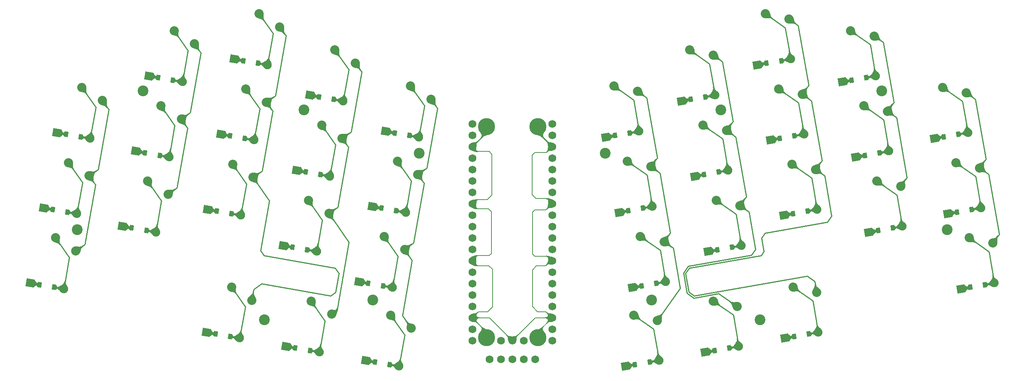
<source format=gbr>
%TF.GenerationSoftware,KiCad,Pcbnew,8.0.1*%
%TF.CreationDate,2024-05-10T10:41:52+02:00*%
%TF.ProjectId,main,6d61696e-2e6b-4696-9361-645f70636258,v1.0.0*%
%TF.SameCoordinates,Original*%
%TF.FileFunction,Copper,L2,Bot*%
%TF.FilePolarity,Positive*%
%FSLAX46Y46*%
G04 Gerber Fmt 4.6, Leading zero omitted, Abs format (unit mm)*
G04 Created by KiCad (PCBNEW 8.0.1) date 2024-05-10 10:41:52*
%MOMM*%
%LPD*%
G01*
G04 APERTURE LIST*
G04 Aperture macros list*
%AMRotRect*
0 Rectangle, with rotation*
0 The origin of the aperture is its center*
0 $1 length*
0 $2 width*
0 $3 Rotation angle, in degrees counterclockwise*
0 Add horizontal line*
21,1,$1,$2,0,0,$3*%
G04 Aperture macros list end*
%TA.AperFunction,ComponentPad*%
%ADD10C,2.400000*%
%TD*%
%TA.AperFunction,ComponentPad*%
%ADD11C,3.800000*%
%TD*%
%TA.AperFunction,ComponentPad*%
%ADD12C,1.752600*%
%TD*%
%TA.AperFunction,ComponentPad*%
%ADD13RotRect,1.778000X1.778000X350.000000*%
%TD*%
%TA.AperFunction,SMDPad,CuDef*%
%ADD14RotRect,0.900000X1.200000X350.000000*%
%TD*%
%TA.AperFunction,ComponentPad*%
%ADD15C,1.905000*%
%TD*%
%TA.AperFunction,ComponentPad*%
%ADD16RotRect,1.778000X1.778000X10.000000*%
%TD*%
%TA.AperFunction,SMDPad,CuDef*%
%ADD17RotRect,0.900000X1.200000X10.000000*%
%TD*%
%TA.AperFunction,ComponentPad*%
%ADD18C,2.032000*%
%TD*%
%TA.AperFunction,Conductor*%
%ADD19C,0.200000*%
%TD*%
%TA.AperFunction,Conductor*%
%ADD20C,0.250000*%
%TD*%
G04 APERTURE END LIST*
D10*
%TO.P,_6,*%
%TO.N,GND*%
X187320179Y-90085018D03*
%TD*%
%TO.P,_10,*%
%TO.N,GND*%
X211446772Y-94461974D03*
%TD*%
%TO.P,_4,*%
%TO.N,GND*%
X253100116Y-74424535D03*
%TD*%
%TO.P,_12,*%
%TO.N,GND*%
X238506448Y-43488720D03*
%TD*%
%TO.P,_14,*%
%TO.N,GND*%
X202706081Y-47770433D03*
%TD*%
%TO.P,_8,*%
%TO.N,GND*%
X176984509Y-57382975D03*
%TD*%
D11*
%TO.P,MCU1,*%
%TO.N,GND*%
X150598432Y-51472417D03*
X161998437Y-51472418D03*
X150598433Y-98472418D03*
X161998438Y-98472419D03*
D12*
%TO.P,MCU1,1*%
%TO.N,P0*%
X147408435Y-50842418D03*
%TO.P,MCU1,2*%
%TO.N,P1*%
X147408435Y-53382418D03*
%TO.P,MCU1,3*%
%TO.N,GND*%
X147408435Y-55922420D03*
%TO.P,MCU1,4*%
%TO.N,P2*%
X147408435Y-58462418D03*
%TO.P,MCU1,5*%
%TO.N,P3*%
X147408435Y-61002418D03*
%TO.P,MCU1,6*%
%TO.N,P4*%
X147408435Y-63542418D03*
%TO.P,MCU1,7*%
%TO.N,P5*%
X147408436Y-66082418D03*
%TO.P,MCU1,8*%
%TO.N,GND*%
X147408434Y-68622418D03*
%TO.P,MCU1,9*%
%TO.N,P6*%
X147408435Y-71162418D03*
%TO.P,MCU1,10*%
%TO.N,P7*%
X147408435Y-73702418D03*
%TO.P,MCU1,11*%
%TO.N,P8*%
X147408435Y-76242418D03*
%TO.P,MCU1,12*%
%TO.N,P9*%
X147408435Y-78782418D03*
%TO.P,MCU1,13*%
%TO.N,GND*%
X147408435Y-81322418D03*
%TO.P,MCU1,14*%
%TO.N,P10*%
X147408435Y-83862417D03*
%TO.P,MCU1,15*%
%TO.N,P11*%
X147408435Y-86402417D03*
%TO.P,MCU1,16*%
%TO.N,P12*%
X147408435Y-88942418D03*
%TO.P,MCU1,17*%
%TO.N,P13*%
X147408436Y-91482417D03*
%TO.P,MCU1,18*%
%TO.N,GND*%
X147408433Y-94022417D03*
%TO.P,MCU1,19*%
%TO.N,P14*%
X147408435Y-96562418D03*
%TO.P,MCU1,20*%
%TO.N,P15*%
X147408435Y-99102418D03*
%TO.P,MCU1,21*%
%TO.N,VBUS*%
X165188435Y-50842418D03*
%TO.P,MCU1,22*%
%TO.N,VSYS*%
X165188435Y-53382418D03*
%TO.P,MCU1,23*%
%TO.N,GND*%
X165188437Y-55922419D03*
%TO.P,MCU1,24*%
%TO.N,3V3_EN*%
X165188434Y-58462419D03*
%TO.P,MCU1,25*%
%TO.N,3V3_OUT*%
X165188435Y-61002418D03*
%TO.P,MCU1,26*%
%TO.N,ADC_VREF*%
X165188435Y-63542419D03*
%TO.P,MCU1,27*%
%TO.N,P28*%
X165188435Y-66082419D03*
%TO.P,MCU1,28*%
%TO.N,GND*%
X165188435Y-68622418D03*
%TO.P,MCU1,29*%
%TO.N,P27*%
X165188435Y-71162418D03*
%TO.P,MCU1,30*%
%TO.N,P26*%
X165188435Y-73702418D03*
%TO.P,MCU1,31*%
%TO.N,RUN*%
X165188435Y-76242418D03*
%TO.P,MCU1,32*%
%TO.N,P22*%
X165188435Y-78782418D03*
%TO.P,MCU1,33*%
%TO.N,GND*%
X165188436Y-81322418D03*
%TO.P,MCU1,34*%
%TO.N,P21*%
X165188434Y-83862418D03*
%TO.P,MCU1,35*%
%TO.N,P20*%
X165188435Y-86402418D03*
%TO.P,MCU1,36*%
%TO.N,P19*%
X165188435Y-88942418D03*
%TO.P,MCU1,37*%
%TO.N,P18*%
X165188435Y-91482418D03*
%TO.P,MCU1,38*%
%TO.N,GND*%
X165188435Y-94022416D03*
%TO.P,MCU1,39*%
%TO.N,P17*%
X165188435Y-96562418D03*
%TO.P,MCU1,40*%
%TO.N,P16*%
X165188435Y-99102418D03*
%TO.P,MCU1,41*%
%TO.N,SWCLOCK*%
X158838435Y-99102418D03*
%TO.P,MCU1,42*%
%TO.N,GND*%
X156298435Y-99102418D03*
%TO.P,MCU1,43*%
%TO.N,SWDIO*%
X153758435Y-99102418D03*
%TD*%
D10*
%TO.P,_5,*%
%TO.N,GND*%
X125276685Y-90085019D03*
%TD*%
%TO.P,_9,*%
%TO.N,GND*%
X101150097Y-94461977D03*
%TD*%
%TO.P,_3,*%
%TO.N,GND*%
X59496758Y-74424536D03*
%TD*%
%TO.P,_11,*%
%TO.N,GND*%
X74090413Y-43488716D03*
%TD*%
%TO.P,_13,*%
%TO.N,GND*%
X109890788Y-47770433D03*
%TD*%
%TO.P,_7,*%
%TO.N,GND*%
X135612360Y-57382973D03*
%TD*%
D13*
%TO.P,D9,1*%
%TO.N,P3*%
X94319775Y-36393716D03*
D14*
X96446962Y-36768796D03*
%TO.P,D9,2*%
%TO.N,middle_top*%
X99696828Y-37341834D03*
D15*
X101824015Y-37716914D03*
%TD*%
D16*
%TO.P,D29,1*%
%TO.N,P5*%
X196866577Y-62508352D03*
D17*
X198993764Y-62133272D03*
%TO.P,D29,2*%
%TO.N,mirror_index_home*%
X202243630Y-61560234D03*
D15*
X204370817Y-61185154D03*
%TD*%
D13*
%TO.P,D15,1*%
%TO.N,P3*%
X128036371Y-52493129D03*
D14*
X130163558Y-52868209D03*
%TO.P,D15,2*%
%TO.N,far_top*%
X133413424Y-53441247D03*
D15*
X135540611Y-53816327D03*
%TD*%
D18*
%TO.P,S16,1*%
%TO.N,P6*%
X98363136Y-90111938D03*
%TO.P,S16,2*%
%TO.N,middle_thumb*%
X93803758Y-87175601D03*
%TD*%
%TO.P,S19,1*%
%TO.N,P28*%
X263271929Y-77403475D03*
%TO.P,S19,2*%
%TO.N,mirror_pinky_bottom*%
X257983229Y-76203619D03*
%TD*%
%TO.P,S14,1*%
%TO.N,P2*%
X135288616Y-62098395D03*
%TO.P,S14,2*%
%TO.N,far_home*%
X130729238Y-59162058D03*
%TD*%
%TO.P,S20,1*%
%TO.N,P28*%
X260319918Y-60661745D03*
%TO.P,S20,2*%
%TO.N,mirror_pinky_home*%
X255031218Y-59461889D03*
%TD*%
%TO.P,S21,1*%
%TO.N,P28*%
X257367895Y-43920013D03*
%TO.P,S21,2*%
%TO.N,mirror_pinky_top*%
X252079195Y-42720157D03*
%TD*%
%TO.P,S36,1*%
%TO.N,P21*%
X188628737Y-94626792D03*
%TO.P,S36,2*%
%TO.N,mirror_far_thumb*%
X183340037Y-93426936D03*
%TD*%
%TO.P,S3,1*%
%TO.N,P8*%
X65077045Y-45656495D03*
%TO.P,S3,2*%
%TO.N,pinky_top*%
X60517667Y-42720158D03*
%TD*%
%TO.P,S2,1*%
%TO.N,P8*%
X62125029Y-62398224D03*
%TO.P,S2,2*%
%TO.N,pinky_home*%
X57565651Y-59461887D03*
%TD*%
D16*
%TO.P,D20,1*%
%TO.N,P5*%
X253171861Y-70857889D03*
D17*
X255299048Y-70482809D03*
%TO.P,D20,2*%
%TO.N,mirror_pinky_home*%
X258548914Y-69909771D03*
D15*
X260676101Y-69534691D03*
%TD*%
D18*
%TO.P,S25,1*%
%TO.N,P26*%
X223824949Y-61004233D03*
%TO.P,S25,2*%
%TO.N,mirror_middle_bottom*%
X218536249Y-59804377D03*
%TD*%
D12*
%TO.P,_15,1*%
%TO.N,GND*%
X151218431Y-103237300D03*
%TD*%
D18*
%TO.P,S6,1*%
%TO.N,P7*%
X85581960Y-33025236D03*
%TO.P,S6,2*%
%TO.N,ring_top*%
X81022582Y-30088899D03*
%TD*%
D16*
%TO.P,D36,1*%
%TO.N,P10*%
X181480682Y-104822935D03*
D17*
X183607869Y-104447855D03*
%TO.P,D36,2*%
%TO.N,mirror_far_thumb*%
X186857735Y-103874817D03*
D15*
X188984922Y-103499737D03*
%TD*%
D18*
%TO.P,S4,1*%
%TO.N,P7*%
X79677923Y-66508700D03*
%TO.P,S4,2*%
%TO.N,ring_bottom*%
X75118545Y-63572363D03*
%TD*%
%TO.P,S17,1*%
%TO.N,P4*%
X116089668Y-93237614D03*
%TO.P,S17,2*%
%TO.N,index_thumb*%
X111530290Y-90301277D03*
%TD*%
%TO.P,S8,1*%
%TO.N,P6*%
X101572018Y-45998977D03*
%TO.P,S8,2*%
%TO.N,middle_home*%
X97012640Y-43062640D03*
%TD*%
D16*
%TO.P,D21,1*%
%TO.N,P3*%
X250219842Y-54116158D03*
D17*
X252347029Y-53741078D03*
%TO.P,D21,2*%
%TO.N,mirror_pinky_top*%
X255596895Y-53168040D03*
D15*
X257724082Y-52792960D03*
%TD*%
D18*
%TO.P,S18,1*%
%TO.N,P2*%
X133816209Y-96363271D03*
%TO.P,S18,2*%
%TO.N,far_thumb*%
X129256831Y-93426934D03*
%TD*%
%TO.P,S35,1*%
%TO.N,P22*%
X206355270Y-91501127D03*
%TO.P,S35,2*%
%TO.N,mirror_index_thumb*%
X201066570Y-90301271D03*
%TD*%
D12*
%TO.P,_17,1*%
%TO.N,P17*%
X156298436Y-103237303D03*
%TD*%
D16*
%TO.P,D25,1*%
%TO.N,P9*%
X216676890Y-71200379D03*
D17*
X218804077Y-70825299D03*
%TO.P,D25,2*%
%TO.N,mirror_middle_bottom*%
X222053943Y-70252261D03*
D15*
X224181130Y-69877181D03*
%TD*%
D18*
%TO.P,S34,1*%
%TO.N,P26*%
X224081811Y-88375460D03*
%TO.P,S34,2*%
%TO.N,mirror_middle_thumb*%
X218793111Y-87175604D03*
%TD*%
D13*
%TO.P,D10,1*%
%TO.N,P9*%
X105274037Y-77926883D03*
D14*
X107401224Y-78301963D03*
%TO.P,D10,2*%
%TO.N,index_bottom*%
X110651090Y-78875001D03*
D15*
X112778277Y-79250081D03*
%TD*%
D18*
%TO.P,S22,1*%
%TO.N,P27*%
X242767026Y-64772219D03*
%TO.P,S22,2*%
%TO.N,mirror_ring_bottom*%
X237478326Y-63572363D03*
%TD*%
%TO.P,S31,1*%
%TO.N,P21*%
X190108349Y-77103639D03*
%TO.P,S31,2*%
%TO.N,mirror_far_bottom*%
X184819649Y-75903783D03*
%TD*%
D16*
%TO.P,D23,1*%
%TO.N,P5*%
X232666952Y-58226635D03*
D17*
X234794139Y-57851555D03*
%TO.P,D23,2*%
%TO.N,mirror_ring_home*%
X238044005Y-57278517D03*
D15*
X240171192Y-56903437D03*
%TD*%
D18*
%TO.P,S12,1*%
%TO.N,P4*%
X121382338Y-37306955D03*
%TO.P,S12,2*%
%TO.N,index_top*%
X116822960Y-34370618D03*
%TD*%
D12*
%TO.P,_18,1*%
%TO.N,P18*%
X158838428Y-103237295D03*
%TD*%
D18*
%TO.P,S32,1*%
%TO.N,P21*%
X187156326Y-60361911D03*
%TO.P,S32,2*%
%TO.N,mirror_far_home*%
X181867626Y-59162055D03*
%TD*%
D12*
%TO.P,_19,1*%
%TO.N,P19*%
X161378430Y-103237297D03*
%TD*%
D18*
%TO.P,S26,1*%
%TO.N,P26*%
X220872928Y-44262499D03*
%TO.P,S26,2*%
%TO.N,mirror_middle_home*%
X215584228Y-43062643D03*
%TD*%
%TO.P,S30,1*%
%TO.N,P22*%
X201062610Y-35570478D03*
%TO.P,S30,2*%
%TO.N,mirror_index_top*%
X195773910Y-34370622D03*
%TD*%
D13*
%TO.P,D14,1*%
%TO.N,P5*%
X125084354Y-69234862D03*
D14*
X127211541Y-69609942D03*
%TO.P,D14,2*%
%TO.N,far_home*%
X130461407Y-70182980D03*
D15*
X132588594Y-70558060D03*
%TD*%
D13*
%TO.P,D1,1*%
%TO.N,P9*%
X48968750Y-86276426D03*
D14*
X51095937Y-86651506D03*
%TO.P,D1,2*%
%TO.N,pinky_bottom*%
X54345803Y-87224544D03*
D15*
X56472990Y-87599624D03*
%TD*%
D18*
%TO.P,S13,1*%
%TO.N,P2*%
X132336596Y-78840122D03*
%TO.P,S13,2*%
%TO.N,far_bottom*%
X127777218Y-75903785D03*
%TD*%
%TO.P,S27,1*%
%TO.N,P26*%
X217920909Y-27520767D03*
%TO.P,S27,2*%
%TO.N,mirror_middle_top*%
X212632209Y-26320911D03*
%TD*%
D13*
%TO.P,D12,1*%
%TO.N,P3*%
X111178076Y-44443423D03*
D14*
X113305263Y-44818503D03*
%TO.P,D12,2*%
%TO.N,index_top*%
X116555129Y-45391541D03*
D15*
X118682316Y-45766621D03*
%TD*%
D13*
%TO.P,D13,1*%
%TO.N,P9*%
X122132332Y-85976591D03*
D14*
X124259519Y-86351671D03*
%TO.P,D13,2*%
%TO.N,far_bottom*%
X127509385Y-86924709D03*
D15*
X129636572Y-87299789D03*
%TD*%
D16*
%TO.P,D22,1*%
%TO.N,P9*%
X235618967Y-74968366D03*
D17*
X237746154Y-74593286D03*
%TO.P,D22,2*%
%TO.N,mirror_ring_bottom*%
X240996020Y-74020248D03*
D15*
X243123207Y-73645168D03*
%TD*%
D18*
%TO.P,S28,1*%
%TO.N,P22*%
X206966645Y-69053938D03*
%TO.P,S28,2*%
%TO.N,mirror_index_bottom*%
X201677945Y-67854082D03*
%TD*%
%TO.P,S7,1*%
%TO.N,P6*%
X98619993Y-62740710D03*
%TO.P,S7,2*%
%TO.N,middle_bottom*%
X94060615Y-59804373D03*
%TD*%
%TO.P,S15,1*%
%TO.N,P2*%
X138240633Y-45356658D03*
%TO.P,S15,2*%
%TO.N,far_top*%
X133681255Y-42420321D03*
%TD*%
D16*
%TO.P,D26,1*%
%TO.N,P5*%
X213724871Y-54458648D03*
D17*
X215852058Y-54083568D03*
%TO.P,D26,2*%
%TO.N,mirror_middle_home*%
X219101924Y-53510530D03*
D15*
X221229111Y-53135450D03*
%TD*%
D13*
%TO.P,D5,1*%
%TO.N,P5*%
X72425679Y-56903438D03*
D14*
X74552866Y-57278518D03*
%TO.P,D5,2*%
%TO.N,ring_home*%
X77802732Y-57851556D03*
D15*
X79929919Y-58226636D03*
%TD*%
D13*
%TO.P,D2,1*%
%TO.N,P5*%
X51920766Y-69534695D03*
D14*
X54047953Y-69909775D03*
%TO.P,D2,2*%
%TO.N,pinky_home*%
X57297819Y-70482813D03*
D15*
X59425006Y-70857893D03*
%TD*%
D16*
%TO.P,D31,1*%
%TO.N,P9*%
X182960289Y-87299791D03*
D17*
X185087476Y-86924711D03*
%TO.P,D31,2*%
%TO.N,mirror_far_bottom*%
X188337342Y-86351673D03*
D15*
X190464529Y-85976593D03*
%TD*%
D13*
%TO.P,D4,1*%
%TO.N,P9*%
X69473661Y-73645163D03*
D14*
X71600848Y-74020243D03*
%TO.P,D4,2*%
%TO.N,ring_bottom*%
X74850714Y-74593281D03*
D15*
X76977901Y-74968361D03*
%TD*%
D13*
%TO.P,D6,1*%
%TO.N,P3*%
X75377697Y-40161705D03*
D14*
X77504884Y-40536785D03*
%TO.P,D6,2*%
%TO.N,ring_top*%
X80754750Y-41109823D03*
D15*
X82881937Y-41484903D03*
%TD*%
D13*
%TO.P,D16,1*%
%TO.N,P10*%
X88158873Y-97248405D03*
D14*
X90286060Y-97623485D03*
%TO.P,D16,2*%
%TO.N,middle_thumb*%
X93535926Y-98196523D03*
D15*
X95663113Y-98571603D03*
%TD*%
D16*
%TO.P,D33,1*%
%TO.N,P3*%
X177056254Y-53816330D03*
D17*
X179183441Y-53441250D03*
%TO.P,D33,2*%
%TO.N,mirror_far_top*%
X182433307Y-52868212D03*
D15*
X184560494Y-52493132D03*
%TD*%
D12*
%TO.P,_16,1*%
%TO.N,P16*%
X153758436Y-103237303D03*
%TD*%
D18*
%TO.P,S9,1*%
%TO.N,P6*%
X104524037Y-29257247D03*
%TO.P,S9,2*%
%TO.N,middle_top*%
X99964659Y-26320910D03*
%TD*%
%TO.P,S5,1*%
%TO.N,P7*%
X82629938Y-49766976D03*
%TO.P,S5,2*%
%TO.N,ring_home*%
X78070560Y-46830639D03*
%TD*%
D16*
%TO.P,D32,1*%
%TO.N,P5*%
X180008272Y-70558062D03*
D17*
X182135459Y-70182982D03*
%TO.P,D32,2*%
%TO.N,mirror_far_home*%
X185385325Y-69609944D03*
D15*
X187512512Y-69234864D03*
%TD*%
D18*
%TO.P,S10,1*%
%TO.N,P4*%
X115478296Y-70790423D03*
%TO.P,S10,2*%
%TO.N,index_bottom*%
X110918918Y-67854086D03*
%TD*%
D13*
%TO.P,D8,1*%
%TO.N,P5*%
X91367753Y-53135452D03*
D14*
X93494940Y-53510532D03*
%TO.P,D8,2*%
%TO.N,middle_home*%
X96744806Y-54083570D03*
D15*
X98871993Y-54458650D03*
%TD*%
D13*
%TO.P,D17,1*%
%TO.N,P10*%
X105885407Y-100374072D03*
D14*
X108012594Y-100749152D03*
%TO.P,D17,2*%
%TO.N,index_thumb*%
X111262460Y-101322190D03*
D15*
X113389647Y-101697270D03*
%TD*%
D16*
%TO.P,D28,1*%
%TO.N,P9*%
X199818595Y-79250085D03*
D17*
X201945782Y-78875005D03*
%TO.P,D28,2*%
%TO.N,mirror_index_bottom*%
X205195648Y-78301967D03*
D15*
X207322835Y-77926887D03*
%TD*%
D18*
%TO.P,S24,1*%
%TO.N,P27*%
X236862983Y-31288753D03*
%TO.P,S24,2*%
%TO.N,mirror_ring_top*%
X231574283Y-30088897D03*
%TD*%
%TO.P,S33,1*%
%TO.N,P21*%
X184204307Y-43620176D03*
%TO.P,S33,2*%
%TO.N,mirror_far_top*%
X178915607Y-42420320D03*
%TD*%
D13*
%TO.P,D18,1*%
%TO.N,P10*%
X123611947Y-103499740D03*
D14*
X125739134Y-103874820D03*
%TO.P,D18,2*%
%TO.N,far_thumb*%
X128989000Y-104447858D03*
D15*
X131116187Y-104822938D03*
%TD*%
D16*
%TO.P,D30,1*%
%TO.N,P3*%
X193914548Y-45766624D03*
D17*
X196041735Y-45391544D03*
%TO.P,D30,2*%
%TO.N,mirror_index_top*%
X199291601Y-44818506D03*
D15*
X201418788Y-44443426D03*
%TD*%
D18*
%TO.P,S29,1*%
%TO.N,P22*%
X204014627Y-52312204D03*
%TO.P,S29,2*%
%TO.N,mirror_index_home*%
X198725927Y-51112348D03*
%TD*%
D16*
%TO.P,D35,1*%
%TO.N,P10*%
X199207216Y-101697273D03*
D17*
X201334403Y-101322193D03*
%TO.P,D35,2*%
%TO.N,mirror_index_thumb*%
X204584269Y-100749155D03*
D15*
X206711456Y-100374075D03*
%TD*%
D18*
%TO.P,S1,1*%
%TO.N,P8*%
X59173011Y-79139951D03*
%TO.P,S1,2*%
%TO.N,pinky_bottom*%
X54613633Y-76203614D03*
%TD*%
D16*
%TO.P,D19,1*%
%TO.N,P9*%
X256123875Y-87599628D03*
D17*
X258251062Y-87224548D03*
%TO.P,D19,2*%
%TO.N,mirror_pinky_bottom*%
X261500928Y-86651510D03*
D15*
X263628115Y-86276430D03*
%TD*%
D13*
%TO.P,D11,1*%
%TO.N,P5*%
X108226049Y-61185155D03*
D14*
X110353236Y-61560235D03*
%TO.P,D11,2*%
%TO.N,index_home*%
X113603102Y-62133273D03*
D15*
X115730289Y-62508353D03*
%TD*%
D13*
%TO.P,D7,1*%
%TO.N,P9*%
X88415736Y-69877179D03*
D14*
X90542923Y-70252259D03*
%TO.P,D7,2*%
%TO.N,middle_bottom*%
X93792789Y-70825297D03*
D15*
X95919976Y-71200377D03*
%TD*%
D16*
%TO.P,D34,1*%
%TO.N,P10*%
X216933757Y-98571607D03*
D17*
X219060944Y-98196527D03*
%TO.P,D34,2*%
%TO.N,mirror_middle_thumb*%
X222310810Y-97623489D03*
D15*
X224437997Y-97248409D03*
%TD*%
D16*
%TO.P,D24,1*%
%TO.N,P3*%
X229714923Y-41484900D03*
D17*
X231842110Y-41109820D03*
%TO.P,D24,2*%
%TO.N,mirror_ring_top*%
X235091976Y-40536782D03*
D15*
X237219163Y-40161702D03*
%TD*%
D13*
%TO.P,D3,1*%
%TO.N,P3*%
X54872783Y-52792960D03*
D14*
X56999970Y-53168040D03*
%TO.P,D3,2*%
%TO.N,pinky_top*%
X60249836Y-53741078D03*
D15*
X62377023Y-54116158D03*
%TD*%
D18*
%TO.P,S11,1*%
%TO.N,P4*%
X118430308Y-54048690D03*
%TO.P,S11,2*%
%TO.N,index_home*%
X113870930Y-51112353D03*
%TD*%
%TO.P,S23,1*%
%TO.N,P27*%
X239815012Y-48030487D03*
%TO.P,S23,2*%
%TO.N,mirror_ring_home*%
X234526312Y-46830631D03*
%TD*%
D16*
%TO.P,D27,1*%
%TO.N,P3*%
X210772855Y-37716916D03*
D17*
X212900042Y-37341836D03*
%TO.P,D27,2*%
%TO.N,mirror_middle_top*%
X216149908Y-36768798D03*
D15*
X218277095Y-36393718D03*
%TD*%
D19*
%TO.N,GND*%
X163860856Y-57250000D02*
X165188437Y-55922419D01*
X160750000Y-66650000D02*
X160750000Y-57850000D01*
X161600000Y-67500000D02*
X160750000Y-66650000D01*
X160750000Y-57850000D02*
X161350000Y-57250000D01*
X164066017Y-67500000D02*
X161600000Y-67500000D01*
X161350000Y-57250000D02*
X163860856Y-57250000D01*
X165188435Y-68622418D02*
X164066017Y-67500000D01*
X160800000Y-70550000D02*
X160800000Y-79800000D01*
X160800000Y-79800000D02*
X161300000Y-80300000D01*
X161350000Y-70000000D02*
X160800000Y-70550000D01*
X164166018Y-80300000D02*
X165188436Y-81322418D01*
X163810853Y-70000000D02*
X161350000Y-70000000D01*
X161300000Y-80300000D02*
X164166018Y-80300000D01*
X165188435Y-68622418D02*
X163810853Y-70000000D01*
X151650000Y-79700000D02*
X151650000Y-79500000D01*
X151200000Y-80150000D02*
X151650000Y-79700000D01*
X151650000Y-70400000D02*
X151650000Y-79500000D01*
X148580853Y-80150000D02*
X147408435Y-81322418D01*
X151200000Y-80150000D02*
X148580853Y-80150000D01*
X151000000Y-69750000D02*
X151650000Y-70400000D01*
X148536016Y-69750000D02*
X151000000Y-69750000D01*
X147408434Y-68622418D02*
X148536016Y-69750000D01*
X148330852Y-67700000D02*
X147408434Y-68622418D01*
X151750000Y-66700000D02*
X150750000Y-67700000D01*
X150750000Y-67700000D02*
X148330852Y-67700000D01*
X151750000Y-57850000D02*
X151750000Y-66700000D01*
X151750000Y-57600000D02*
X151750000Y-57850000D01*
X148750000Y-57000000D02*
X151150000Y-57000000D01*
X148486015Y-57000000D02*
X148750000Y-57000000D01*
X147408435Y-55922420D02*
X148486015Y-57000000D01*
X151150000Y-57000000D02*
X151750000Y-57600000D01*
X148536017Y-82450000D02*
X147408435Y-81322418D01*
X151100000Y-82450000D02*
X148536017Y-82450000D01*
X150841283Y-92658717D02*
X151900000Y-91600000D01*
X148772133Y-92658717D02*
X150841283Y-92658717D01*
X151900000Y-91600000D02*
X151900000Y-83250000D01*
X151900000Y-83250000D02*
X151100000Y-82450000D01*
X147408433Y-94022417D02*
X148772133Y-92658717D01*
X163816019Y-92650000D02*
X165188435Y-94022416D01*
X161950000Y-92650000D02*
X163816019Y-92650000D01*
X160800000Y-83350000D02*
X160800000Y-91500000D01*
X161700000Y-82450000D02*
X160800000Y-83350000D01*
X160800000Y-91500000D02*
X161950000Y-92650000D01*
X163700000Y-82450000D02*
X161700000Y-82450000D01*
X164827582Y-81322418D02*
X163700000Y-82450000D01*
X165188436Y-81322418D02*
X164827582Y-81322418D01*
X161378437Y-94022416D02*
X165188435Y-94022416D01*
X156298435Y-99102418D02*
X161378437Y-94022416D01*
X151218434Y-94022417D02*
X156298435Y-99102418D01*
X147408433Y-94022417D02*
X151218434Y-94022417D01*
X161998439Y-97212413D02*
X165188436Y-94022416D01*
X161998439Y-98472420D02*
X161998439Y-97212413D01*
X150598434Y-97212417D02*
X147408434Y-94022417D01*
X150598434Y-98472418D02*
X150598434Y-97212417D01*
D20*
%TO.N,P8*%
X61172389Y-77739977D02*
X59173007Y-79139957D01*
X62125032Y-62398226D02*
X63525007Y-64397603D01*
X64124412Y-60998245D02*
X62125032Y-62398226D01*
X65077050Y-45656494D02*
X66477027Y-47655870D01*
X66477027Y-47655870D02*
X64124412Y-60998245D01*
X63525007Y-64397603D02*
X61172389Y-77739977D01*
%TO.N,pinky_bottom*%
X54613632Y-76203620D02*
X57704152Y-80617338D01*
X57704152Y-80617338D02*
X56472987Y-87599620D01*
X56472987Y-87599620D02*
X54345805Y-87224546D01*
%TO.N,pinky_home*%
X57297817Y-70482816D02*
X59425004Y-70857895D01*
X60656165Y-63875609D02*
X59425004Y-70857895D01*
X57565649Y-59461894D02*
X60656165Y-63875609D01*
%TO.N,pinky_top*%
X60517671Y-42720159D02*
X63608189Y-47133875D01*
X60249841Y-53741080D02*
X62377026Y-54116158D01*
X63608189Y-47133875D02*
X62377026Y-54116158D01*
%TO.N,P7*%
X86981940Y-35024621D02*
X84629320Y-48366991D01*
X82629940Y-49766974D02*
X84029920Y-51766347D01*
X81677301Y-65108723D02*
X79677922Y-66508699D01*
X84029920Y-51766347D02*
X81677301Y-65108723D01*
X84629320Y-48366991D02*
X82629940Y-49766974D01*
X85581955Y-33025230D02*
X86981940Y-35024621D01*
%TO.N,ring_bottom*%
X74850708Y-74593287D02*
X76977899Y-74968368D01*
X78209062Y-67986084D02*
X75118544Y-63572359D01*
X76977899Y-74968368D02*
X78209062Y-67986084D01*
%TO.N,ring_home*%
X79929916Y-58226634D02*
X81161081Y-51244347D01*
X77802730Y-57851549D02*
X79929916Y-58226634D01*
X81161081Y-51244347D02*
X78070560Y-46830635D01*
%TO.N,ring_top*%
X84113107Y-34502617D02*
X82881936Y-41484909D01*
X82881936Y-41484909D02*
X80754754Y-41109824D01*
X81022585Y-30088894D02*
X84113107Y-34502617D01*
%TO.N,P6*%
X101572014Y-45998981D02*
X102971993Y-47998357D01*
X117715728Y-84131004D02*
X116904567Y-82972548D01*
X115843888Y-89131934D02*
X116973377Y-88341052D01*
X100554751Y-86436050D02*
X115843888Y-89131934D01*
X116904567Y-82972548D02*
X101073777Y-80181152D01*
X101073777Y-80181152D02*
X100303181Y-79080621D01*
X116973377Y-88341052D02*
X117715728Y-84131004D01*
X100303181Y-79080621D02*
X102266168Y-67947981D01*
X98793882Y-87669018D02*
X100554751Y-86436050D01*
X102266168Y-67947981D02*
X98620001Y-62740714D01*
X102971993Y-47998357D02*
X100619374Y-61340731D01*
X100619374Y-61340731D02*
X98620001Y-62740714D01*
X98363134Y-90111941D02*
X98793882Y-87669018D01*
X103571396Y-44598998D02*
X105924015Y-31256627D01*
X105924015Y-31256627D02*
X104524037Y-29257249D01*
X101572014Y-45998981D02*
X103571396Y-44598998D01*
%TO.N,middle_bottom*%
X97151137Y-64218093D02*
X94060620Y-59804375D01*
X95919977Y-71200378D02*
X97151137Y-64218093D01*
X93792789Y-70825300D02*
X95919977Y-71200378D01*
%TO.N,middle_home*%
X100103157Y-47476364D02*
X97012638Y-43062644D01*
X98871996Y-54458650D02*
X100103157Y-47476364D01*
X98871996Y-54458650D02*
X96744813Y-54083572D01*
%TO.N,middle_top*%
X101824011Y-37716913D02*
X99696828Y-37341835D01*
X99964656Y-26320915D02*
X103055180Y-30734632D01*
X103055180Y-30734632D02*
X101824011Y-37716913D01*
%TO.N,P4*%
X117477671Y-69390441D02*
X115478296Y-70790419D01*
X119952654Y-77180465D02*
X115478296Y-70790419D01*
X117266665Y-92413469D02*
X119952654Y-77180465D01*
X122782315Y-39306339D02*
X120429696Y-52648710D01*
X121382333Y-37306957D02*
X122782315Y-39306339D01*
X118430315Y-54048684D02*
X119830295Y-56048066D01*
X119830295Y-56048066D02*
X117477671Y-69390441D01*
X120429696Y-52648710D02*
X118430315Y-54048684D01*
X116089673Y-93237607D02*
X117266665Y-92413469D01*
%TO.N,index_bottom*%
X114009433Y-72267801D02*
X110918918Y-67854084D01*
X110651086Y-78875005D02*
X112778268Y-79250082D01*
X112778268Y-79250082D02*
X114009433Y-72267801D01*
%TO.N,index_home*%
X116961459Y-55526066D02*
X115730290Y-62508354D01*
X113603103Y-62133269D02*
X115730290Y-62508354D01*
X113870937Y-51112347D02*
X116961459Y-55526066D01*
%TO.N,index_top*%
X116555123Y-45391543D02*
X118682308Y-45766626D01*
X116822955Y-34370616D02*
X119913473Y-38784341D01*
X119913473Y-38784341D02*
X118682308Y-45766626D01*
%TO.N,P2*%
X134015700Y-81238135D02*
X132336591Y-78840124D01*
X137287990Y-60698413D02*
X135288618Y-62098395D01*
X136688591Y-64097773D02*
X135288618Y-62098395D01*
X139640615Y-47356040D02*
X137287990Y-60698413D01*
X138240633Y-45356660D02*
X139640615Y-47356040D01*
X133816214Y-96363272D02*
X131845097Y-93548229D01*
X132336591Y-78840124D02*
X132354928Y-78736121D01*
X131845097Y-93548229D02*
X134015700Y-81238135D01*
X134354312Y-77336133D02*
X136688591Y-64097773D01*
X132354928Y-78736121D02*
X134354312Y-77336133D01*
%TO.N,far_bottom*%
X130867737Y-80317505D02*
X129636570Y-87299792D01*
X127509384Y-86924713D02*
X129636570Y-87299792D01*
X127777212Y-75903786D02*
X130867737Y-80317505D01*
%TO.N,far_home*%
X132588593Y-70558056D02*
X130461404Y-70182984D01*
X133819755Y-63575776D02*
X132588593Y-70558056D01*
X130729235Y-59162060D02*
X133819755Y-63575776D01*
%TO.N,far_top*%
X133413424Y-53441250D02*
X135540613Y-53816329D01*
X136771778Y-46834045D02*
X135540613Y-53816329D01*
X133681255Y-42420324D02*
X136771778Y-46834045D01*
%TO.N,middle_thumb*%
X96894275Y-91589322D02*
X93803754Y-87175600D01*
X93535930Y-98196529D02*
X95663111Y-98571608D01*
X95663111Y-98571608D02*
X96894275Y-91589322D01*
%TO.N,index_thumb*%
X113389651Y-101697276D02*
X114620813Y-94714986D01*
X114620813Y-94714986D02*
X111530288Y-90301268D01*
X111262458Y-101322190D02*
X113389651Y-101697276D01*
%TO.N,far_thumb*%
X132347351Y-97840653D02*
X129256836Y-93426935D01*
X131116189Y-104822942D02*
X132347351Y-97840653D01*
X128989003Y-104447857D02*
X131116189Y-104822942D01*
%TO.N,P28*%
X260319916Y-60661747D02*
X261719893Y-58662359D01*
X260319916Y-60661747D02*
X262319290Y-62061731D01*
X262319290Y-62061731D02*
X264671910Y-75404104D01*
X264671910Y-75404104D02*
X263271929Y-77403477D01*
X261719893Y-58662359D02*
X259367274Y-45319989D01*
X259367274Y-45319989D02*
X257367898Y-43920007D01*
%TO.N,mirror_pinky_bottom*%
X261500930Y-86651506D02*
X263628113Y-86276422D01*
X262396948Y-79294140D02*
X257983233Y-76203620D01*
X263628113Y-86276422D02*
X262396948Y-79294140D01*
%TO.N,mirror_pinky_home*%
X255031214Y-59461888D02*
X259444931Y-62552408D01*
X259444931Y-62552408D02*
X260676097Y-69534693D01*
X258548912Y-69909771D02*
X260676097Y-69534693D01*
%TO.N,mirror_pinky_top*%
X256492908Y-45810675D02*
X257724076Y-52792962D01*
X255596897Y-53168040D02*
X257724076Y-52792962D01*
X252079198Y-42720159D02*
X256492908Y-45810675D01*
%TO.N,P27*%
X241214982Y-46031111D02*
X239815005Y-48030488D01*
X238862360Y-32688736D02*
X241214982Y-46031111D01*
X244167001Y-62772837D02*
X242767026Y-64772220D01*
X241814388Y-49430466D02*
X244167001Y-62772837D01*
X236862984Y-31288757D02*
X238862360Y-32688736D01*
X239815005Y-48030488D02*
X241814388Y-49430466D01*
%TO.N,mirror_ring_bottom*%
X237478325Y-63572361D02*
X241892041Y-66662874D01*
X240996021Y-74020254D02*
X243123204Y-73645171D01*
X241892041Y-66662874D02*
X243123204Y-73645171D01*
%TO.N,mirror_ring_home*%
X238044000Y-57278519D02*
X240171182Y-56903439D01*
X238940025Y-49921146D02*
X240171182Y-56903439D01*
X234526300Y-46830633D02*
X238940025Y-49921146D01*
%TO.N,mirror_ring_top*%
X231574289Y-30088896D02*
X235988002Y-33179417D01*
X235988002Y-33179417D02*
X237219166Y-40161702D01*
X235091990Y-40536785D02*
X237219166Y-40161702D01*
%TO.N,P26*%
X211809932Y-76236452D02*
X212580533Y-75135921D01*
X224081815Y-88375462D02*
X223641951Y-85880893D01*
X220872929Y-44262497D02*
X222872303Y-45662481D01*
X219920283Y-28920751D02*
X222272908Y-42263123D01*
X222872303Y-45662481D02*
X225224927Y-59004854D01*
X217920904Y-27520764D02*
X219920283Y-28920751D01*
X225224927Y-59004854D02*
X223824940Y-61004228D01*
X212330878Y-79190871D02*
X211809932Y-76236452D01*
X196797420Y-89139371D02*
X195610006Y-88307932D01*
X194872001Y-84122502D02*
X195683164Y-82964040D01*
X212580533Y-75135921D02*
X226466318Y-72687479D01*
X211661671Y-80146603D02*
X212330878Y-79190871D01*
X195683164Y-82964040D02*
X211661671Y-80146603D01*
X226466318Y-72687479D02*
X227401940Y-71351284D01*
X222272908Y-42263123D02*
X220872929Y-44262497D01*
X227401940Y-71351284D02*
X225824324Y-62404210D01*
X221959260Y-84702659D02*
X196797420Y-89139371D01*
X223641951Y-85880893D02*
X221959260Y-84702659D01*
X195610006Y-88307932D02*
X194872001Y-84122502D01*
X225824324Y-62404210D02*
X223824940Y-61004228D01*
%TO.N,mirror_middle_bottom*%
X218536243Y-59804374D02*
X222949967Y-62894893D01*
X222949967Y-62894893D02*
X224181130Y-69877180D01*
X222053936Y-70252262D02*
X224181130Y-69877180D01*
%TO.N,mirror_middle_home*%
X219997951Y-46153164D02*
X221229115Y-53135450D01*
X219101927Y-53510534D02*
X221229115Y-53135450D01*
X215584227Y-43062646D02*
X219997951Y-46153164D01*
%TO.N,mirror_middle_top*%
X216149903Y-36768797D02*
X218277089Y-36393715D01*
X212632210Y-26320915D02*
X217045927Y-29411431D01*
X217045927Y-29411431D02*
X218277089Y-36393715D01*
%TO.N,P22*%
X206355278Y-91501128D02*
X202259462Y-88633203D01*
X205414603Y-50312832D02*
X204014628Y-52312202D01*
X203061991Y-36970453D02*
X205414603Y-50312832D01*
X196692004Y-89614900D02*
X195199213Y-88569639D01*
X206014002Y-53712188D02*
X208366629Y-67054563D01*
X202259462Y-88633203D02*
X196692004Y-89614900D01*
X201062611Y-35570467D02*
X203061991Y-36970453D01*
X195199213Y-88569639D02*
X194396471Y-84017074D01*
X194396471Y-84017074D02*
X195421454Y-82553252D01*
X208366629Y-67054563D02*
X206966646Y-69053938D01*
X195421454Y-82553252D02*
X209540051Y-80063757D01*
X209540051Y-80063757D02*
X210435101Y-78785487D01*
X204014628Y-52312202D02*
X206014002Y-53712188D01*
X208966025Y-70453918D02*
X206966646Y-69053938D01*
X210435101Y-78785487D02*
X208966025Y-70453918D01*
%TO.N,mirror_index_bottom*%
X206091664Y-70944606D02*
X207322827Y-77926886D01*
X207322827Y-77926886D02*
X205195650Y-78301971D01*
X201677944Y-67854083D02*
X206091664Y-70944606D01*
%TO.N,mirror_index_home*%
X198725927Y-51112347D02*
X203139644Y-54202869D01*
X204370815Y-61185158D02*
X202243624Y-61560233D01*
X203139644Y-54202869D02*
X204370815Y-61185158D01*
%TO.N,mirror_index_top*%
X200187625Y-37461136D02*
X201418791Y-44443423D01*
X195773906Y-34370614D02*
X200187625Y-37461136D01*
X199291605Y-44818503D02*
X201418791Y-44443423D01*
%TO.N,P21*%
X192107718Y-78503628D02*
X190108347Y-77103648D01*
X190108347Y-77103648D02*
X191508332Y-75104264D01*
X193678928Y-87414356D02*
X192107718Y-78503628D01*
X191508332Y-75104264D02*
X189155713Y-61761894D01*
X184204311Y-43620177D02*
X186203686Y-45020158D01*
X188628727Y-94626785D02*
X193678928Y-87414356D01*
X189155713Y-61761894D02*
X187156329Y-60361917D01*
X186203686Y-45020158D02*
X188556310Y-58362535D01*
X188556310Y-58362535D02*
X187156329Y-60361917D01*
%TO.N,mirror_far_bottom*%
X184819647Y-75903788D02*
X189233368Y-78994300D01*
X189233368Y-78994300D02*
X190464528Y-85976591D01*
X188337346Y-86351677D02*
X190464528Y-85976591D01*
%TO.N,mirror_far_home*%
X181867626Y-59162058D02*
X186281345Y-62252574D01*
X187512514Y-69234865D02*
X185385325Y-69609943D01*
X186281345Y-62252574D02*
X187512514Y-69234865D01*
%TO.N,mirror_far_top*%
X182433309Y-52868214D02*
X184560500Y-52493129D01*
X178915609Y-42420322D02*
X183329332Y-45510843D01*
X183329332Y-45510843D02*
X184560500Y-52493129D01*
%TO.N,mirror_middle_thumb*%
X222310808Y-97623486D02*
X224437989Y-97248412D01*
X218793110Y-87175601D02*
X223206831Y-90266119D01*
X223206831Y-90266119D02*
X224437989Y-97248412D01*
%TO.N,mirror_index_thumb*%
X205480294Y-93391784D02*
X206711453Y-100374077D01*
X201066574Y-90301272D02*
X205480294Y-93391784D01*
X204584269Y-100749154D02*
X206711453Y-100374077D01*
%TO.N,mirror_far_thumb*%
X188984915Y-103499745D02*
X186857734Y-103874820D01*
X187753752Y-96517462D02*
X188984915Y-103499745D01*
X183340029Y-93426939D02*
X187753752Y-96517462D01*
%TO.N,P9*%
X69473656Y-73645170D02*
X71600845Y-74020249D01*
X122132335Y-85976597D02*
X124259513Y-86351678D01*
X105274037Y-77926891D02*
X107401223Y-78301971D01*
X88415737Y-69877176D02*
X90542924Y-70252258D01*
X256123879Y-87599624D02*
X258251067Y-87224537D01*
X182960292Y-87299787D02*
X185087476Y-86924711D01*
X237746152Y-74593283D02*
X235618970Y-74968365D01*
X216676894Y-71200375D02*
X218804073Y-70825301D01*
X201945780Y-78875005D02*
X199818593Y-79250090D01*
X51095936Y-86651506D02*
X48968756Y-86276419D01*
%TO.N,P5*%
X213724876Y-54458652D02*
X215852061Y-54083565D01*
X93494947Y-53510535D02*
X91367758Y-53135453D01*
X253171861Y-70857892D02*
X255299049Y-70482810D01*
X127211540Y-69609935D02*
X125084356Y-69234869D01*
X74552859Y-57278518D02*
X72425685Y-56903436D01*
X232666954Y-58226637D02*
X234794138Y-57851560D01*
X108226052Y-61185154D02*
X110353237Y-61560240D01*
X198993761Y-62133274D02*
X196866573Y-62508356D01*
X51920768Y-69534696D02*
X54047959Y-69909775D01*
X182135461Y-70182984D02*
X180008276Y-70558064D01*
%TO.N,P3*%
X96446959Y-36768801D02*
X94319777Y-36393718D01*
X128036374Y-52493130D02*
X130163559Y-52868212D01*
X252347025Y-53741083D02*
X250219841Y-54116161D01*
X231842115Y-41109827D02*
X229714935Y-41484903D01*
X54872789Y-52792967D02*
X56999974Y-53168044D01*
X111178072Y-44443418D02*
X113305254Y-44818502D01*
X193914553Y-45766625D02*
X196041740Y-45391542D01*
X77504879Y-40536782D02*
X75377696Y-40161706D01*
X210772858Y-37716918D02*
X212900038Y-37341839D01*
X179183448Y-53441249D02*
X177056255Y-53816325D01*
%TO.N,P10*%
X123611955Y-103499739D02*
X125739136Y-103874821D01*
X105885408Y-100374077D02*
X108012596Y-100749160D01*
X90286052Y-97623487D02*
X88158869Y-97248407D01*
X216933759Y-98571608D02*
X219060945Y-98196526D01*
X201334402Y-101322194D02*
X199207220Y-101697276D01*
X183607868Y-104447860D02*
X181480677Y-104822945D01*
%TO.N,GND*%
X161998434Y-52732422D02*
X165188437Y-55922422D01*
X150598435Y-52732421D02*
X147408430Y-55922421D01*
X161998434Y-51472421D02*
X161998434Y-52732422D01*
X150598433Y-51472421D02*
X150598435Y-52732421D01*
%TD*%
%TA.AperFunction,Conductor*%
%TO.N,GND*%
G36*
X164390799Y-55592012D02*
G01*
X165184651Y-55919856D01*
X165190990Y-55926181D01*
X165190999Y-55926204D01*
X165518839Y-56720047D01*
X165518830Y-56729002D01*
X165512491Y-56735327D01*
X165511375Y-56735723D01*
X165141074Y-56846399D01*
X165138927Y-56846827D01*
X164839551Y-56877771D01*
X164839416Y-56877784D01*
X164580469Y-56901527D01*
X164580463Y-56901528D01*
X164321174Y-56994294D01*
X164028039Y-57225951D01*
X164019424Y-57228392D01*
X164012512Y-57225044D01*
X163885811Y-57098343D01*
X163882384Y-57090070D01*
X163884903Y-57082818D01*
X164116560Y-56789681D01*
X164209326Y-56530388D01*
X164233077Y-56271356D01*
X164264026Y-55971918D01*
X164264450Y-55969790D01*
X164375133Y-55599478D01*
X164380786Y-55592534D01*
X164389694Y-55591620D01*
X164390799Y-55592012D01*
G37*
%TD.AperFunction*%
%TD*%
%TA.AperFunction,Conductor*%
%TO.N,GND*%
G36*
X163912779Y-67400351D02*
G01*
X164316191Y-67412152D01*
X164317449Y-67412257D01*
X164610070Y-67452897D01*
X164611881Y-67453297D01*
X164858872Y-67528907D01*
X164859987Y-67529313D01*
X165138228Y-67646807D01*
X165138289Y-67646869D01*
X165138303Y-67646839D01*
X165513193Y-67808263D01*
X165519437Y-67814682D01*
X165519380Y-67823475D01*
X165191288Y-68617929D01*
X165184963Y-68624268D01*
X165184947Y-68624274D01*
X164391766Y-68952414D01*
X164382811Y-68952410D01*
X164376482Y-68946076D01*
X164375861Y-68944094D01*
X164306185Y-68624274D01*
X164292735Y-68562538D01*
X164292470Y-68559855D01*
X164298851Y-68192571D01*
X164300642Y-67886426D01*
X164200412Y-67677372D01*
X164200412Y-67677371D01*
X163909530Y-67602265D01*
X163902376Y-67596879D01*
X163900755Y-67590937D01*
X163900755Y-67412047D01*
X163904182Y-67403774D01*
X163912455Y-67400347D01*
X163912779Y-67400351D01*
G37*
%TD.AperFunction*%
%TD*%
%TA.AperFunction,Conductor*%
%TO.N,GND*%
G36*
X163871914Y-80200967D02*
G01*
X164191153Y-80225515D01*
X164193227Y-80225864D01*
X164423983Y-80286497D01*
X164425008Y-80286819D01*
X164623269Y-80359484D01*
X164855560Y-80420520D01*
X164855564Y-80420521D01*
X165177645Y-80445288D01*
X165185631Y-80449340D01*
X165188448Y-80456941D01*
X165189427Y-81314587D01*
X165186010Y-81322864D01*
X165182200Y-81325411D01*
X164391514Y-81652519D01*
X164382559Y-81652515D01*
X164376230Y-81646181D01*
X164375660Y-81644420D01*
X164298926Y-81322418D01*
X164290418Y-81286715D01*
X164290107Y-81284384D01*
X164279447Y-80943466D01*
X164261148Y-80661689D01*
X164261146Y-80661687D01*
X164261146Y-80661684D01*
X164149645Y-80470460D01*
X164149644Y-80470459D01*
X164149643Y-80470458D01*
X164149642Y-80470458D01*
X163868274Y-80402169D01*
X163861043Y-80396887D01*
X163859334Y-80390799D01*
X163859334Y-80212634D01*
X163862761Y-80204361D01*
X163871034Y-80200934D01*
X163871914Y-80200967D01*
G37*
%TD.AperFunction*%
%TD*%
%TA.AperFunction,Conductor*%
%TO.N,GND*%
G36*
X164390797Y-68292011D02*
G01*
X165184649Y-68619855D01*
X165190988Y-68626180D01*
X165190997Y-68626203D01*
X165518837Y-69420046D01*
X165518828Y-69429001D01*
X165512489Y-69435326D01*
X165511373Y-69435722D01*
X165141072Y-69546398D01*
X165138925Y-69546826D01*
X164839549Y-69577770D01*
X164839414Y-69577783D01*
X164580467Y-69601526D01*
X164580461Y-69601527D01*
X164321172Y-69694293D01*
X164028037Y-69925950D01*
X164019422Y-69928391D01*
X164012510Y-69925043D01*
X163885809Y-69798342D01*
X163882382Y-69790069D01*
X163884901Y-69782817D01*
X164116558Y-69489680D01*
X164209324Y-69230387D01*
X164233075Y-68971355D01*
X164264024Y-68671917D01*
X164264448Y-68669789D01*
X164375131Y-68299477D01*
X164380784Y-68292533D01*
X164389692Y-68291619D01*
X164390797Y-68292011D01*
G37*
%TD.AperFunction*%
%TD*%
%TA.AperFunction,Conductor*%
%TO.N,GND*%
G36*
X148671620Y-80053590D02*
G01*
X148675395Y-80061711D01*
X148675405Y-80062206D01*
X148675405Y-80240998D01*
X148671978Y-80249271D01*
X148666704Y-80252307D01*
X148370830Y-80330765D01*
X148370828Y-80330767D01*
X148276254Y-80548607D01*
X148288230Y-80866834D01*
X148303249Y-81247350D01*
X148303012Y-81250199D01*
X148220912Y-81643943D01*
X148215868Y-81651343D01*
X148207070Y-81653009D01*
X148204985Y-81652366D01*
X148202512Y-81651343D01*
X147924309Y-81536249D01*
X147411922Y-81324274D01*
X147405588Y-81317945D01*
X147405581Y-81317929D01*
X147077432Y-80523335D01*
X147077441Y-80514380D01*
X147083476Y-80508186D01*
X147455521Y-80342145D01*
X147729335Y-80212250D01*
X147730210Y-80211880D01*
X147972073Y-80121361D01*
X147974026Y-80120819D01*
X148261696Y-80067646D01*
X148263317Y-80067462D01*
X148663211Y-80050516D01*
X148671620Y-80053590D01*
G37*
%TD.AperFunction*%
%TD*%
%TA.AperFunction,Conductor*%
%TO.N,GND*%
G36*
X148214045Y-68292430D02*
G01*
X148220374Y-68298764D01*
X148220997Y-68300757D01*
X148304013Y-68683555D01*
X148304277Y-68686266D01*
X148297009Y-69054851D01*
X148294169Y-69362309D01*
X148294169Y-69362311D01*
X148393814Y-69572274D01*
X148393815Y-69572275D01*
X148685209Y-69647730D01*
X148692358Y-69653120D01*
X148693975Y-69659055D01*
X148693975Y-69837935D01*
X148690548Y-69846208D01*
X148682275Y-69849635D01*
X148681917Y-69849630D01*
X148278892Y-69837296D01*
X148277587Y-69837182D01*
X147985487Y-69795245D01*
X147983655Y-69794830D01*
X147737201Y-69717685D01*
X147736096Y-69717277D01*
X147573435Y-69647729D01*
X147458239Y-69598475D01*
X147083654Y-69436580D01*
X147077420Y-69430152D01*
X147077481Y-69421376D01*
X147405580Y-68626905D01*
X147411902Y-68620569D01*
X148205090Y-68292426D01*
X148214045Y-68292430D01*
G37*
%TD.AperFunction*%
%TD*%
%TA.AperFunction,Conductor*%
%TO.N,GND*%
G36*
X148775154Y-67603599D02*
G01*
X148778945Y-67611711D01*
X148778957Y-67612232D01*
X148778957Y-67790638D01*
X148775530Y-67798911D01*
X148769824Y-67802053D01*
X148497244Y-67863356D01*
X148374522Y-68036378D01*
X148336561Y-68293509D01*
X148336560Y-68293519D01*
X148309224Y-68608163D01*
X148308888Y-68610108D01*
X148221423Y-68944780D01*
X148216015Y-68951918D01*
X148207145Y-68953142D01*
X148205630Y-68952633D01*
X147414669Y-68625411D01*
X147408335Y-68619082D01*
X147407442Y-68614591D01*
X147408421Y-67757294D01*
X147411857Y-67749025D01*
X147419599Y-67745620D01*
X147577836Y-67738568D01*
X147749429Y-67730922D01*
X147749432Y-67730921D01*
X147749442Y-67730921D01*
X147990094Y-67694684D01*
X148196974Y-67651500D01*
X148197604Y-67651386D01*
X148437354Y-67615285D01*
X148438562Y-67615168D01*
X148766737Y-67600544D01*
X148775154Y-67603599D01*
G37*
%TD.AperFunction*%
%TD*%
%TA.AperFunction,Conductor*%
%TO.N,GND*%
G36*
X148214169Y-55592381D02*
G01*
X148220498Y-55598715D01*
X148221097Y-55600601D01*
X148305157Y-55971359D01*
X148305447Y-55973903D01*
X148306748Y-56329373D01*
X148314013Y-56624596D01*
X148314015Y-56624602D01*
X148419304Y-56825704D01*
X148419305Y-56825705D01*
X148690416Y-56893895D01*
X148705842Y-56897775D01*
X148713029Y-56903117D01*
X148714688Y-56909122D01*
X148714688Y-57088092D01*
X148711261Y-57096365D01*
X148702988Y-57099792D01*
X148702782Y-57099790D01*
X148296028Y-57092640D01*
X148295084Y-57092585D01*
X147998121Y-57063259D01*
X147996461Y-57062974D01*
X147745065Y-57000771D01*
X147743746Y-57000360D01*
X147461688Y-56893971D01*
X147461316Y-56893824D01*
X147083854Y-56736502D01*
X147077536Y-56730156D01*
X147077540Y-56721238D01*
X147405581Y-55926907D01*
X147411903Y-55920571D01*
X148205215Y-55592377D01*
X148214169Y-55592381D01*
G37*
%TD.AperFunction*%
%TD*%
%TA.AperFunction,Conductor*%
%TO.N,GND*%
G36*
X148214046Y-80992430D02*
G01*
X148220375Y-80998764D01*
X148220998Y-81000757D01*
X148304014Y-81383555D01*
X148304278Y-81386266D01*
X148297010Y-81754851D01*
X148294170Y-82062309D01*
X148294170Y-82062311D01*
X148393815Y-82272274D01*
X148393816Y-82272275D01*
X148685210Y-82347730D01*
X148692359Y-82353120D01*
X148693976Y-82359055D01*
X148693976Y-82537935D01*
X148690549Y-82546208D01*
X148682276Y-82549635D01*
X148681918Y-82549630D01*
X148278893Y-82537296D01*
X148277588Y-82537182D01*
X147985488Y-82495245D01*
X147983656Y-82494830D01*
X147737202Y-82417685D01*
X147736097Y-82417277D01*
X147573436Y-82347729D01*
X147458240Y-82298475D01*
X147083655Y-82136580D01*
X147077421Y-82130152D01*
X147077482Y-82121376D01*
X147405581Y-81326905D01*
X147411903Y-81320569D01*
X148205091Y-80992426D01*
X148214046Y-80992430D01*
G37*
%TD.AperFunction*%
%TD*%
%TA.AperFunction,Conductor*%
%TO.N,GND*%
G36*
X148584357Y-92719791D02*
G01*
X148711058Y-92846492D01*
X148714485Y-92854765D01*
X148711965Y-92862019D01*
X148480308Y-93155154D01*
X148387542Y-93414443D01*
X148387541Y-93414449D01*
X148363798Y-93673396D01*
X148363785Y-93673531D01*
X148332841Y-93972907D01*
X148332413Y-93975054D01*
X148221737Y-94345355D01*
X148216085Y-94352301D01*
X148207177Y-94353215D01*
X148206061Y-94352819D01*
X147412218Y-94024979D01*
X147405880Y-94018655D01*
X147078030Y-93224787D01*
X147078039Y-93215834D01*
X147084378Y-93209509D01*
X147085488Y-93209114D01*
X147455804Y-93098430D01*
X147457932Y-93098006D01*
X147757370Y-93067057D01*
X148016402Y-93043306D01*
X148275695Y-92950540D01*
X148568832Y-92718883D01*
X148577445Y-92716443D01*
X148584357Y-92719791D01*
G37*
%TD.AperFunction*%
%TD*%
%TA.AperFunction,Conductor*%
%TO.N,GND*%
G36*
X164028036Y-92718882D02*
G01*
X164321172Y-92950539D01*
X164580464Y-93043305D01*
X164839496Y-93067056D01*
X165138931Y-93098005D01*
X165141063Y-93098430D01*
X165506780Y-93207739D01*
X165511374Y-93209112D01*
X165518319Y-93214765D01*
X165519233Y-93223673D01*
X165518837Y-93224788D01*
X165190997Y-94018630D01*
X165184672Y-94024969D01*
X165184649Y-94024978D01*
X164390807Y-94352818D01*
X164381852Y-94352809D01*
X164375527Y-94346470D01*
X164375131Y-94345355D01*
X164373758Y-94340761D01*
X164264449Y-93975044D01*
X164264024Y-93972912D01*
X164233075Y-93673477D01*
X164209324Y-93414445D01*
X164116558Y-93155153D01*
X163884901Y-92862017D01*
X163882461Y-92853403D01*
X163885808Y-92846492D01*
X164012511Y-92719789D01*
X164020783Y-92716363D01*
X164028036Y-92718882D01*
G37*
%TD.AperFunction*%
%TD*%
%TA.AperFunction,Conductor*%
%TO.N,GND*%
G36*
X164390112Y-80991728D02*
G01*
X165181903Y-81318721D01*
X165188241Y-81325045D01*
X165189136Y-81329543D01*
X165188446Y-82186242D01*
X165185012Y-82194513D01*
X165176737Y-82197933D01*
X165175986Y-82197908D01*
X164841921Y-82176176D01*
X164841100Y-82176094D01*
X164697029Y-82156449D01*
X164574258Y-82139708D01*
X164574260Y-82139708D01*
X164424200Y-82137427D01*
X164349171Y-82136287D01*
X164349170Y-82136287D01*
X164128709Y-82212781D01*
X164128708Y-82212782D01*
X163883513Y-82409525D01*
X163874916Y-82412029D01*
X163867918Y-82408672D01*
X163741713Y-82282467D01*
X163738286Y-82274194D01*
X163741241Y-82266423D01*
X163970043Y-82009106D01*
X164101519Y-81793068D01*
X164179422Y-81581051D01*
X164254732Y-81327896D01*
X164254951Y-81327234D01*
X164255748Y-81325045D01*
X164374663Y-80998540D01*
X164380714Y-80991941D01*
X164389660Y-80991552D01*
X164390112Y-80991728D01*
G37*
%TD.AperFunction*%
%TD*%
%TA.AperFunction,Conductor*%
%TO.N,GND*%
G36*
X164857548Y-93223709D02*
G01*
X164858057Y-93224777D01*
X165187570Y-94017927D01*
X165187579Y-94026882D01*
X165187570Y-94026905D01*
X164858057Y-94820054D01*
X164851718Y-94826379D01*
X164842763Y-94826370D01*
X164841695Y-94825861D01*
X164501592Y-94642280D01*
X164499770Y-94641064D01*
X164266185Y-94451243D01*
X164266081Y-94451157D01*
X164066202Y-94284852D01*
X163817254Y-94167098D01*
X163446174Y-94123627D01*
X163438355Y-94119260D01*
X163435835Y-94112006D01*
X163435835Y-93932825D01*
X163439262Y-93924552D01*
X163446171Y-93921204D01*
X163817256Y-93877731D01*
X164066200Y-93759979D01*
X164266158Y-93593610D01*
X164499778Y-93403759D01*
X164501584Y-93402554D01*
X164841696Y-93218969D01*
X164850603Y-93218056D01*
X164857548Y-93223709D01*
G37*
%TD.AperFunction*%
%TD*%
%TA.AperFunction,Conductor*%
%TO.N,GND*%
G36*
X157474359Y-97799792D02*
G01*
X157601060Y-97926493D01*
X157604487Y-97934766D01*
X157601967Y-97942020D01*
X157370310Y-98235155D01*
X157277544Y-98494444D01*
X157277543Y-98494450D01*
X157253800Y-98753397D01*
X157253787Y-98753532D01*
X157222843Y-99052908D01*
X157222415Y-99055055D01*
X157111739Y-99425356D01*
X157106087Y-99432302D01*
X157097179Y-99433216D01*
X157096063Y-99432820D01*
X156302220Y-99104980D01*
X156295882Y-99098656D01*
X155968032Y-98304788D01*
X155968041Y-98295835D01*
X155974380Y-98289510D01*
X155975490Y-98289115D01*
X156345806Y-98178431D01*
X156347934Y-98178007D01*
X156647372Y-98147058D01*
X156906404Y-98123307D01*
X157165697Y-98030541D01*
X157458834Y-97798884D01*
X157467447Y-97796444D01*
X157474359Y-97799792D01*
G37*
%TD.AperFunction*%
%TD*%
%TA.AperFunction,Conductor*%
%TO.N,GND*%
G36*
X155138036Y-97798884D02*
G01*
X155431172Y-98030541D01*
X155690464Y-98123307D01*
X155949496Y-98147058D01*
X156248931Y-98178007D01*
X156251063Y-98178432D01*
X156616780Y-98287741D01*
X156621374Y-98289114D01*
X156628319Y-98294767D01*
X156629233Y-98303675D01*
X156628837Y-98304790D01*
X156300997Y-99098632D01*
X156294672Y-99104971D01*
X156294649Y-99104980D01*
X155500807Y-99432820D01*
X155491852Y-99432811D01*
X155485527Y-99426472D01*
X155485131Y-99425357D01*
X155483758Y-99420763D01*
X155374449Y-99055046D01*
X155374024Y-99052914D01*
X155343075Y-98753479D01*
X155319324Y-98494447D01*
X155226558Y-98235155D01*
X154994901Y-97942019D01*
X154992461Y-97933405D01*
X154995808Y-97926494D01*
X155122511Y-97799791D01*
X155130783Y-97796365D01*
X155138036Y-97798884D01*
G37*
%TD.AperFunction*%
%TD*%
%TA.AperFunction,Conductor*%
%TO.N,GND*%
G36*
X147754104Y-93218462D02*
G01*
X147755168Y-93218969D01*
X148095276Y-93402552D01*
X148097092Y-93403764D01*
X148330709Y-93593611D01*
X148530667Y-93759980D01*
X148779611Y-93877732D01*
X149150695Y-93921205D01*
X149158513Y-93925572D01*
X149161033Y-93932826D01*
X149161033Y-94112007D01*
X149157606Y-94120280D01*
X149150694Y-94123628D01*
X148779612Y-94167099D01*
X148530664Y-94284853D01*
X148330785Y-94451158D01*
X148330681Y-94451244D01*
X148097097Y-94641063D01*
X148095276Y-94642279D01*
X147755173Y-94825862D01*
X147746265Y-94826776D01*
X147739319Y-94821124D01*
X147738810Y-94820055D01*
X147585579Y-94451222D01*
X147409296Y-94026903D01*
X147409288Y-94017951D01*
X147738810Y-93224777D01*
X147745149Y-93218453D01*
X147754104Y-93218462D01*
G37*
%TD.AperFunction*%
%TD*%
%TA.AperFunction,Conductor*%
%TO.N,GND*%
G36*
X164390797Y-93692009D02*
G01*
X165184649Y-94019853D01*
X165190988Y-94026178D01*
X165190997Y-94026201D01*
X165518837Y-94820044D01*
X165518828Y-94828999D01*
X165512489Y-94835324D01*
X165511373Y-94835720D01*
X165141073Y-94946396D01*
X165138926Y-94946824D01*
X164839550Y-94977768D01*
X164839415Y-94977781D01*
X164580468Y-95001524D01*
X164580462Y-95001525D01*
X164321173Y-95094291D01*
X164028038Y-95325948D01*
X164019423Y-95328389D01*
X164012511Y-95325041D01*
X163885810Y-95198340D01*
X163882383Y-95190067D01*
X163884902Y-95182815D01*
X164116558Y-94889678D01*
X164209325Y-94630385D01*
X164233075Y-94371353D01*
X164264025Y-94071915D01*
X164264449Y-94069787D01*
X164375131Y-93699475D01*
X164380784Y-93692531D01*
X164389692Y-93691617D01*
X164390797Y-93692009D01*
G37*
%TD.AperFunction*%
%TD*%
%TA.AperFunction,Conductor*%
%TO.N,GND*%
G36*
X163183773Y-95901226D02*
G01*
X163311013Y-96028466D01*
X163314440Y-96036739D01*
X163312829Y-96042663D01*
X163129723Y-96354516D01*
X163129722Y-96354517D01*
X163140552Y-96677024D01*
X163140553Y-96677026D01*
X163274587Y-96983848D01*
X163456512Y-97256445D01*
X163456520Y-97256456D01*
X163603875Y-97466123D01*
X163605829Y-97474863D01*
X163601031Y-97482423D01*
X163600453Y-97482804D01*
X162013731Y-98463239D01*
X162004892Y-98464673D01*
X161997628Y-98459436D01*
X161995934Y-98454405D01*
X161818286Y-96602819D01*
X161820908Y-96594258D01*
X161828217Y-96590129D01*
X162051850Y-96556997D01*
X162303266Y-96485770D01*
X162573244Y-96362092D01*
X162863560Y-96169977D01*
X163167746Y-95900737D01*
X163176212Y-95897821D01*
X163183773Y-95901226D01*
G37*
%TD.AperFunction*%
%TD*%
%TA.AperFunction,Conductor*%
%TO.N,GND*%
G36*
X149429122Y-95900737D02*
G01*
X149733307Y-96169977D01*
X150023623Y-96362091D01*
X150293602Y-96485769D01*
X150545018Y-96556996D01*
X150768651Y-96590128D01*
X150776332Y-96594731D01*
X150778583Y-96602819D01*
X150600936Y-98454402D01*
X150596734Y-98462310D01*
X150588172Y-98464932D01*
X150583139Y-98463238D01*
X148996416Y-97482804D01*
X148991179Y-97475540D01*
X148992613Y-97466701D01*
X148992974Y-97466152D01*
X149140356Y-97256445D01*
X149322280Y-96983847D01*
X149456314Y-96677025D01*
X149467144Y-96354517D01*
X149467143Y-96354516D01*
X149467144Y-96354516D01*
X149467143Y-96354515D01*
X149284039Y-96042663D01*
X149282805Y-96033794D01*
X149285853Y-96028468D01*
X149413096Y-95901225D01*
X149421368Y-95897799D01*
X149429122Y-95900737D01*
G37*
%TD.AperFunction*%
%TD*%
%TA.AperFunction,Conductor*%
%TO.N,GND*%
G36*
X148215016Y-93692023D02*
G01*
X148221341Y-93698362D01*
X148221737Y-93699478D01*
X148332413Y-94069777D01*
X148332841Y-94071924D01*
X148363785Y-94371299D01*
X148363798Y-94371434D01*
X148387541Y-94630381D01*
X148387542Y-94630387D01*
X148480308Y-94889677D01*
X148711965Y-95182813D01*
X148714406Y-95191428D01*
X148711058Y-95198340D01*
X148584357Y-95325041D01*
X148576084Y-95328468D01*
X148568830Y-95325948D01*
X148275694Y-95094291D01*
X148016404Y-95001526D01*
X148016398Y-95001525D01*
X147757451Y-94977782D01*
X147757316Y-94977769D01*
X147457940Y-94946825D01*
X147455793Y-94946397D01*
X147085494Y-94835721D01*
X147078548Y-94830069D01*
X147077634Y-94821161D01*
X147078026Y-94820054D01*
X147405871Y-94026200D01*
X147412192Y-94019865D01*
X148206062Y-93692014D01*
X148215016Y-93692023D01*
G37*
%TD.AperFunction*%
%TD*%
%TA.AperFunction,Conductor*%
%TO.N,P8*%
G36*
X60743129Y-77901147D02*
G01*
X60874175Y-78088300D01*
X60876113Y-78097043D01*
X60872114Y-78103972D01*
X60574127Y-78354158D01*
X60574120Y-78354166D01*
X60410180Y-78590046D01*
X60410179Y-78590049D01*
X60322465Y-78840570D01*
X60322460Y-78840586D01*
X60245087Y-79141074D01*
X60244820Y-79141965D01*
X60115718Y-79517005D01*
X60109785Y-79523712D01*
X60100847Y-79524260D01*
X60100187Y-79524010D01*
X59179430Y-79143515D01*
X59173092Y-79137188D01*
X59172198Y-79132693D01*
X59172434Y-78840586D01*
X59173001Y-78136224D01*
X59176435Y-78127954D01*
X59184710Y-78124534D01*
X59185238Y-78124547D01*
X59571319Y-78143371D01*
X59571850Y-78143410D01*
X59872380Y-78172987D01*
X60130268Y-78169707D01*
X60400153Y-78090492D01*
X60727612Y-77897774D01*
X60736479Y-77896532D01*
X60743129Y-77901147D01*
G37*
%TD.AperFunction*%
%TD*%
%TA.AperFunction,Conductor*%
%TO.N,P8*%
G36*
X63128754Y-62398214D02*
G01*
X63137025Y-62401648D01*
X63140445Y-62409923D01*
X63140431Y-62410484D01*
X63121608Y-62796508D01*
X63121566Y-62797084D01*
X63091992Y-63097587D01*
X63091992Y-63097588D01*
X63095272Y-63355477D01*
X63174486Y-63625355D01*
X63174491Y-63625368D01*
X63367206Y-63952822D01*
X63368449Y-63961690D01*
X63363834Y-63968340D01*
X63176681Y-64099386D01*
X63167938Y-64101324D01*
X63161010Y-64097325D01*
X62910822Y-63799336D01*
X62674930Y-63635390D01*
X62674929Y-63635389D01*
X62424408Y-63547677D01*
X62424392Y-63547672D01*
X62123905Y-63470300D01*
X62123014Y-63470033D01*
X61747974Y-63340931D01*
X61741267Y-63334998D01*
X61740719Y-63326060D01*
X61740969Y-63325400D01*
X62121465Y-62404641D01*
X62127791Y-62398305D01*
X62132284Y-62397411D01*
X63128754Y-62398214D01*
G37*
%TD.AperFunction*%
%TD*%
%TA.AperFunction,Conductor*%
%TO.N,P8*%
G36*
X63695146Y-61159420D02*
G01*
X63826192Y-61346573D01*
X63828130Y-61355316D01*
X63824131Y-61362245D01*
X63526144Y-61612430D01*
X63526137Y-61612438D01*
X63362197Y-61848318D01*
X63362196Y-61848321D01*
X63274483Y-62098843D01*
X63274479Y-62098854D01*
X63197104Y-62399350D01*
X63196837Y-62400240D01*
X63067736Y-62775278D01*
X63061803Y-62781985D01*
X63052865Y-62782533D01*
X63052205Y-62782283D01*
X62131448Y-62401788D01*
X62125110Y-62395461D01*
X62124216Y-62390966D01*
X62124452Y-62098854D01*
X62125019Y-61394497D01*
X62128453Y-61386227D01*
X62136728Y-61382807D01*
X62137256Y-61382820D01*
X62523337Y-61401644D01*
X62523868Y-61401683D01*
X62824398Y-61431260D01*
X63082286Y-61427980D01*
X63352170Y-61348765D01*
X63679629Y-61156047D01*
X63688496Y-61154805D01*
X63695146Y-61159420D01*
G37*
%TD.AperFunction*%
%TD*%
%TA.AperFunction,Conductor*%
%TO.N,P8*%
G36*
X66080770Y-45656485D02*
G01*
X66089041Y-45659919D01*
X66092461Y-45668194D01*
X66092447Y-45668755D01*
X66073625Y-46054779D01*
X66073583Y-46055355D01*
X66044010Y-46355858D01*
X66044010Y-46355859D01*
X66047292Y-46613748D01*
X66126506Y-46883624D01*
X66126511Y-46883637D01*
X66319227Y-47211091D01*
X66320470Y-47219959D01*
X66315855Y-47226609D01*
X66128702Y-47357655D01*
X66119959Y-47359593D01*
X66113031Y-47355594D01*
X65862842Y-47057605D01*
X65626950Y-46893660D01*
X65626949Y-46893659D01*
X65376427Y-46805948D01*
X65376411Y-46805943D01*
X65075922Y-46728571D01*
X65075031Y-46728304D01*
X64699990Y-46599202D01*
X64693283Y-46593269D01*
X64692735Y-46584331D01*
X64692985Y-46583671D01*
X65073481Y-45662912D01*
X65079807Y-45656576D01*
X65084300Y-45655682D01*
X66080770Y-45656485D01*
G37*
%TD.AperFunction*%
%TD*%
%TA.AperFunction,Conductor*%
%TO.N,pinky_bottom*%
G36*
X55617358Y-76203604D02*
G01*
X55625629Y-76207038D01*
X55629049Y-76215313D01*
X55629035Y-76215874D01*
X55610212Y-76601899D01*
X55610170Y-76602475D01*
X55580595Y-76902979D01*
X55580595Y-76902980D01*
X55583875Y-77160869D01*
X55663088Y-77430746D01*
X55663093Y-77430759D01*
X55855808Y-77758213D01*
X55857051Y-77767081D01*
X55852436Y-77773731D01*
X55665283Y-77904778D01*
X55656540Y-77906716D01*
X55649612Y-77902717D01*
X55399424Y-77604728D01*
X55399417Y-77604723D01*
X55163536Y-77440783D01*
X55163533Y-77440782D01*
X54913012Y-77353068D01*
X54912996Y-77353063D01*
X54612508Y-77275690D01*
X54611617Y-77275423D01*
X54236578Y-77146321D01*
X54229871Y-77140388D01*
X54229323Y-77131450D01*
X54229573Y-77130790D01*
X54610069Y-76210031D01*
X54616395Y-76203695D01*
X54620888Y-76202801D01*
X55617358Y-76203604D01*
G37*
%TD.AperFunction*%
%TD*%
%TA.AperFunction,Conductor*%
%TO.N,pinky_bottom*%
G36*
X56913137Y-85761205D02*
G01*
X56920689Y-85766016D01*
X56922755Y-85773803D01*
X56889099Y-86138094D01*
X56889099Y-86138103D01*
X56932827Y-86403408D01*
X57036804Y-86628412D01*
X57036805Y-86628415D01*
X57182690Y-86882150D01*
X57183085Y-86882899D01*
X57347609Y-87223974D01*
X57348117Y-87232914D01*
X57342154Y-87239595D01*
X57341558Y-87239862D01*
X56480050Y-87597604D01*
X56471095Y-87597612D01*
X56467284Y-87595066D01*
X56096829Y-87223974D01*
X55808105Y-86934753D01*
X55804685Y-86926477D01*
X55808119Y-86918207D01*
X55808460Y-86917879D01*
X56080779Y-86668730D01*
X56081086Y-86668461D01*
X56299144Y-86485139D01*
X56464430Y-86309803D01*
X56587121Y-86076628D01*
X56674876Y-85730197D01*
X56680229Y-85723022D01*
X56688247Y-85721551D01*
X56913137Y-85761205D01*
G37*
%TD.AperFunction*%
%TD*%
%TA.AperFunction,Conductor*%
%TO.N,pinky_bottom*%
G36*
X56112961Y-86730459D02*
G01*
X56113228Y-86731055D01*
X56470970Y-87592563D01*
X56470978Y-87601518D01*
X56468431Y-87605330D01*
X55808119Y-88264508D01*
X55799843Y-88267928D01*
X55791573Y-88264494D01*
X55791221Y-88264126D01*
X55542124Y-87991864D01*
X55541800Y-87991495D01*
X55358505Y-87773467D01*
X55358502Y-87773464D01*
X55183170Y-87608179D01*
X55183168Y-87608178D01*
X54949996Y-87485489D01*
X54949995Y-87485488D01*
X54603567Y-87397735D01*
X54596389Y-87392381D01*
X54594918Y-87384362D01*
X54634571Y-87159473D01*
X54639382Y-87151922D01*
X54647169Y-87149856D01*
X55011465Y-87183511D01*
X55276777Y-87139782D01*
X55501780Y-87035807D01*
X55755533Y-86889911D01*
X55756247Y-86889535D01*
X56097341Y-86725003D01*
X56106280Y-86724496D01*
X56112961Y-86730459D01*
G37*
%TD.AperFunction*%
%TD*%
%TA.AperFunction,Conductor*%
%TO.N,pinky_bottom*%
G36*
X54873716Y-86869174D02*
G01*
X54873778Y-86869263D01*
X54944452Y-86972467D01*
X55021798Y-87068760D01*
X55021803Y-87068765D01*
X55021807Y-87068770D01*
X55099142Y-87148401D01*
X55176484Y-87211386D01*
X55176489Y-87211390D01*
X55246927Y-87253588D01*
X55252263Y-87260779D01*
X55252436Y-87265656D01*
X55211883Y-87495644D01*
X55207072Y-87503196D01*
X55202107Y-87505181D01*
X55110500Y-87519006D01*
X55010586Y-87550735D01*
X55010579Y-87550738D01*
X54910678Y-87599113D01*
X54910659Y-87599124D01*
X54810742Y-87664159D01*
X54810737Y-87664163D01*
X54720571Y-87737878D01*
X54711997Y-87740461D01*
X54704108Y-87736225D01*
X54703589Y-87735541D01*
X54573882Y-87550737D01*
X54351553Y-87233966D01*
X54349607Y-87225227D01*
X54354407Y-87217672D01*
X54857428Y-86866282D01*
X54866169Y-86864354D01*
X54873716Y-86869174D01*
G37*
%TD.AperFunction*%
%TD*%
%TA.AperFunction,Conductor*%
%TO.N,pinky_home*%
G36*
X57825734Y-70127447D02*
G01*
X57896468Y-70230739D01*
X57973814Y-70327033D01*
X57973819Y-70327038D01*
X57973823Y-70327043D01*
X58051158Y-70406674D01*
X58128500Y-70469659D01*
X58128505Y-70469663D01*
X58198943Y-70511861D01*
X58204279Y-70519052D01*
X58204452Y-70523929D01*
X58163899Y-70753917D01*
X58159088Y-70761469D01*
X58154123Y-70763454D01*
X58062516Y-70777278D01*
X57962603Y-70809008D01*
X57962595Y-70809011D01*
X57862694Y-70857385D01*
X57862675Y-70857396D01*
X57762758Y-70922430D01*
X57762753Y-70922434D01*
X57672587Y-70996149D01*
X57664013Y-70998732D01*
X57656124Y-70994496D01*
X57655605Y-70993812D01*
X57559860Y-70857396D01*
X57322391Y-70519052D01*
X57303571Y-70492237D01*
X57301624Y-70483497D01*
X57306426Y-70475939D01*
X57809443Y-70124554D01*
X57818186Y-70122627D01*
X57825734Y-70127447D01*
G37*
%TD.AperFunction*%
%TD*%
%TA.AperFunction,Conductor*%
%TO.N,pinky_home*%
G36*
X59064977Y-69988728D02*
G01*
X59065244Y-69989324D01*
X59422986Y-70850832D01*
X59422994Y-70859787D01*
X59420447Y-70863599D01*
X58760135Y-71522777D01*
X58751859Y-71526197D01*
X58743589Y-71522763D01*
X58743237Y-71522395D01*
X58494140Y-71250133D01*
X58493816Y-71249764D01*
X58310524Y-71031741D01*
X58310521Y-71031737D01*
X58135185Y-70866451D01*
X58135183Y-70866449D01*
X58135182Y-70866449D01*
X57902010Y-70743761D01*
X57902009Y-70743760D01*
X57555582Y-70656007D01*
X57548404Y-70650653D01*
X57546933Y-70642634D01*
X57586587Y-70417744D01*
X57591398Y-70410193D01*
X57599185Y-70408127D01*
X57963481Y-70441783D01*
X58228793Y-70398054D01*
X58453796Y-70294077D01*
X58707549Y-70148181D01*
X58708263Y-70147805D01*
X59049357Y-69983272D01*
X59058296Y-69982765D01*
X59064977Y-69988728D01*
G37*
%TD.AperFunction*%
%TD*%
%TA.AperFunction,Conductor*%
%TO.N,pinky_home*%
G36*
X59865154Y-69019474D02*
G01*
X59872706Y-69024285D01*
X59874772Y-69032072D01*
X59841116Y-69396363D01*
X59841116Y-69396372D01*
X59884844Y-69661677D01*
X59988820Y-69886681D01*
X59988821Y-69886684D01*
X60134706Y-70140419D01*
X60135101Y-70141168D01*
X60299625Y-70482243D01*
X60300133Y-70491183D01*
X60294170Y-70497864D01*
X60293574Y-70498131D01*
X59432066Y-70855873D01*
X59423111Y-70855881D01*
X59419300Y-70853335D01*
X59048845Y-70482243D01*
X58760121Y-70193022D01*
X58756701Y-70184746D01*
X58760135Y-70176476D01*
X58760476Y-70176148D01*
X59032795Y-69926999D01*
X59033102Y-69926730D01*
X59251160Y-69743408D01*
X59416447Y-69568072D01*
X59539138Y-69334898D01*
X59626893Y-68988466D01*
X59632246Y-68981291D01*
X59640264Y-68979820D01*
X59865154Y-69019474D01*
G37*
%TD.AperFunction*%
%TD*%
%TA.AperFunction,Conductor*%
%TO.N,pinky_home*%
G36*
X58569376Y-59461877D02*
G01*
X58577647Y-59465311D01*
X58581067Y-59473586D01*
X58581053Y-59474147D01*
X58562230Y-59860173D01*
X58562188Y-59860749D01*
X58532612Y-60161256D01*
X58532612Y-60161261D01*
X58532612Y-60161262D01*
X58535891Y-60419143D01*
X58615104Y-60689021D01*
X58615109Y-60689034D01*
X58807824Y-61016488D01*
X58809067Y-61025356D01*
X58804452Y-61032006D01*
X58617299Y-61163052D01*
X58608556Y-61164990D01*
X58601628Y-61160991D01*
X58351440Y-60863002D01*
X58351433Y-60862997D01*
X58115553Y-60699057D01*
X58115550Y-60699056D01*
X57865029Y-60611342D01*
X57865018Y-60611338D01*
X57564522Y-60533962D01*
X57563632Y-60533695D01*
X57188596Y-60404594D01*
X57181889Y-60398661D01*
X57181341Y-60389723D01*
X57181591Y-60389063D01*
X57275728Y-60161262D01*
X57562087Y-59468304D01*
X57568413Y-59461968D01*
X57572906Y-59461074D01*
X58569376Y-59461877D01*
G37*
%TD.AperFunction*%
%TD*%
%TA.AperFunction,Conductor*%
%TO.N,pinky_top*%
G36*
X61521392Y-42720148D02*
G01*
X61529663Y-42723582D01*
X61533083Y-42731857D01*
X61533069Y-42732418D01*
X61514247Y-43118442D01*
X61514205Y-43119018D01*
X61484631Y-43419521D01*
X61484631Y-43419522D01*
X61487912Y-43677410D01*
X61567127Y-43947287D01*
X61567132Y-43947300D01*
X61759847Y-44274753D01*
X61761090Y-44283621D01*
X61756475Y-44290271D01*
X61569322Y-44421318D01*
X61560579Y-44423256D01*
X61553651Y-44419257D01*
X61303462Y-44121268D01*
X61067570Y-43957323D01*
X61067569Y-43957322D01*
X60817048Y-43869611D01*
X60817032Y-43869606D01*
X60516543Y-43792234D01*
X60515652Y-43791967D01*
X60140612Y-43662865D01*
X60133905Y-43656932D01*
X60133357Y-43647994D01*
X60133607Y-43647334D01*
X60514103Y-42726575D01*
X60520429Y-42720239D01*
X60524922Y-42719345D01*
X61521392Y-42720148D01*
G37*
%TD.AperFunction*%
%TD*%
%TA.AperFunction,Conductor*%
%TO.N,pinky_top*%
G36*
X62016994Y-53246993D02*
G01*
X62017261Y-53247589D01*
X62375003Y-54109097D01*
X62375011Y-54118052D01*
X62372464Y-54121864D01*
X61712152Y-54781042D01*
X61703876Y-54784462D01*
X61695606Y-54781028D01*
X61695254Y-54780660D01*
X61446157Y-54508398D01*
X61445833Y-54508029D01*
X61262538Y-54290001D01*
X61262535Y-54289998D01*
X61087203Y-54124713D01*
X61087201Y-54124712D01*
X60854029Y-54002023D01*
X60854028Y-54002022D01*
X60507600Y-53914269D01*
X60500422Y-53908915D01*
X60498951Y-53900897D01*
X60538605Y-53676007D01*
X60543416Y-53668456D01*
X60551203Y-53666390D01*
X60915499Y-53700046D01*
X61180811Y-53656316D01*
X61405814Y-53552340D01*
X61659566Y-53406445D01*
X61660280Y-53406069D01*
X62001374Y-53241537D01*
X62010313Y-53241030D01*
X62016994Y-53246993D01*
G37*
%TD.AperFunction*%
%TD*%
%TA.AperFunction,Conductor*%
%TO.N,pinky_top*%
G36*
X60777751Y-53385711D02*
G01*
X60848485Y-53489003D01*
X60925831Y-53585296D01*
X60925836Y-53585301D01*
X60925840Y-53585306D01*
X61003175Y-53664937D01*
X61080518Y-53727922D01*
X61080522Y-53727925D01*
X61150960Y-53770123D01*
X61156296Y-53777314D01*
X61156469Y-53782191D01*
X61115916Y-54012179D01*
X61111105Y-54019731D01*
X61106140Y-54021716D01*
X61014533Y-54035540D01*
X60914620Y-54067270D01*
X60914612Y-54067273D01*
X60814711Y-54115647D01*
X60814692Y-54115658D01*
X60714775Y-54180693D01*
X60714770Y-54180697D01*
X60624604Y-54254412D01*
X60616030Y-54256995D01*
X60608141Y-54252759D01*
X60607622Y-54252075D01*
X60255588Y-53750502D01*
X60253641Y-53741762D01*
X60258443Y-53734204D01*
X60761460Y-53382818D01*
X60770203Y-53380891D01*
X60777751Y-53385711D01*
G37*
%TD.AperFunction*%
%TD*%
%TA.AperFunction,Conductor*%
%TO.N,pinky_top*%
G36*
X62817176Y-52277740D02*
G01*
X62824728Y-52282551D01*
X62826794Y-52290338D01*
X62793137Y-52654629D01*
X62793137Y-52654639D01*
X62836864Y-52919942D01*
X62940839Y-53144947D01*
X62940840Y-53144950D01*
X63086724Y-53398684D01*
X63087119Y-53399433D01*
X63251642Y-53740508D01*
X63252150Y-53749448D01*
X63246187Y-53756129D01*
X63245591Y-53756396D01*
X62384083Y-54114138D01*
X62375128Y-54114146D01*
X62371317Y-54111600D01*
X62000862Y-53740508D01*
X61712138Y-53451287D01*
X61708718Y-53443011D01*
X61712152Y-53434741D01*
X61712493Y-53434413D01*
X61984813Y-53185263D01*
X61985120Y-53184994D01*
X62203180Y-53001673D01*
X62368467Y-52826337D01*
X62491159Y-52593163D01*
X62578915Y-52246732D01*
X62584268Y-52239557D01*
X62592286Y-52238086D01*
X62817176Y-52277740D01*
G37*
%TD.AperFunction*%
%TD*%
%TA.AperFunction,Conductor*%
%TO.N,P7*%
G36*
X83633663Y-49766966D02*
G01*
X83641934Y-49770400D01*
X83645354Y-49778675D01*
X83645340Y-49779236D01*
X83626518Y-50165260D01*
X83626476Y-50165836D01*
X83596903Y-50466338D01*
X83596903Y-50466339D01*
X83600184Y-50724228D01*
X83679399Y-50994104D01*
X83679404Y-50994117D01*
X83872120Y-51321570D01*
X83873363Y-51330438D01*
X83868748Y-51337088D01*
X83681595Y-51468135D01*
X83672852Y-51470073D01*
X83665924Y-51466074D01*
X83415735Y-51168085D01*
X83415734Y-51168084D01*
X83415733Y-51168083D01*
X83415732Y-51168082D01*
X83179841Y-51004140D01*
X82929319Y-50916429D01*
X82929303Y-50916424D01*
X82628815Y-50839052D01*
X82627924Y-50838785D01*
X82252883Y-50709683D01*
X82246176Y-50703750D01*
X82245628Y-50694812D01*
X82245878Y-50694152D01*
X82340020Y-50466339D01*
X82626374Y-49773393D01*
X82632700Y-49767057D01*
X82637193Y-49766163D01*
X83633663Y-49766966D01*
G37*
%TD.AperFunction*%
%TD*%
%TA.AperFunction,Conductor*%
%TO.N,P7*%
G36*
X81248039Y-65269894D02*
G01*
X81379085Y-65457047D01*
X81381023Y-65465790D01*
X81377024Y-65472719D01*
X81079037Y-65722904D01*
X81079030Y-65722912D01*
X80915090Y-65958793D01*
X80915089Y-65958796D01*
X80827376Y-66209318D01*
X80827371Y-66209334D01*
X80749999Y-66509822D01*
X80749732Y-66510713D01*
X80620630Y-66885754D01*
X80614697Y-66892461D01*
X80605759Y-66893009D01*
X80605099Y-66892759D01*
X79684342Y-66512264D01*
X79678004Y-66505937D01*
X79677110Y-66501442D01*
X79677346Y-66209334D01*
X79677913Y-65504973D01*
X79681347Y-65496703D01*
X79689622Y-65493283D01*
X79690150Y-65493296D01*
X80076230Y-65512120D01*
X80076761Y-65512159D01*
X80377290Y-65541735D01*
X80635178Y-65538454D01*
X80905063Y-65459239D01*
X81232522Y-65266521D01*
X81241389Y-65265279D01*
X81248039Y-65269894D01*
G37*
%TD.AperFunction*%
%TD*%
%TA.AperFunction,Conductor*%
%TO.N,P7*%
G36*
X84200052Y-48528168D02*
G01*
X84331098Y-48715321D01*
X84333036Y-48724064D01*
X84329037Y-48730993D01*
X84031050Y-48981179D01*
X84031047Y-48981182D01*
X83867102Y-49217072D01*
X83779391Y-49467593D01*
X83779386Y-49467609D01*
X83702014Y-49768098D01*
X83701747Y-49768989D01*
X83572645Y-50144030D01*
X83566712Y-50150737D01*
X83557774Y-50151285D01*
X83557114Y-50151035D01*
X82636357Y-49770540D01*
X82630019Y-49764213D01*
X82629125Y-49759718D01*
X82629361Y-49467609D01*
X82629928Y-48763249D01*
X82633362Y-48754979D01*
X82641637Y-48751559D01*
X82642165Y-48751572D01*
X83028245Y-48770396D01*
X83028776Y-48770435D01*
X83329305Y-48800011D01*
X83587193Y-48796729D01*
X83857077Y-48717513D01*
X84184535Y-48524795D01*
X84193402Y-48523553D01*
X84200052Y-48528168D01*
G37*
%TD.AperFunction*%
%TD*%
%TA.AperFunction,Conductor*%
%TO.N,P7*%
G36*
X86585685Y-33025226D02*
G01*
X86593956Y-33028660D01*
X86597376Y-33036935D01*
X86597362Y-33037496D01*
X86578539Y-33423521D01*
X86578497Y-33424097D01*
X86548923Y-33724600D01*
X86548923Y-33724601D01*
X86552203Y-33982490D01*
X86631416Y-34252368D01*
X86631421Y-34252381D01*
X86824136Y-34579835D01*
X86825379Y-34588703D01*
X86820764Y-34595353D01*
X86633611Y-34726399D01*
X86624868Y-34728337D01*
X86617940Y-34724338D01*
X86367752Y-34426349D01*
X86367745Y-34426344D01*
X86131864Y-34262404D01*
X86131861Y-34262403D01*
X85881339Y-34174690D01*
X85881328Y-34174686D01*
X85580832Y-34097311D01*
X85579942Y-34097044D01*
X85204905Y-33967943D01*
X85198198Y-33962010D01*
X85197650Y-33953072D01*
X85197900Y-33952412D01*
X85292040Y-33724604D01*
X85578396Y-33031653D01*
X85584722Y-33025317D01*
X85589215Y-33024423D01*
X86585685Y-33025226D01*
G37*
%TD.AperFunction*%
%TD*%
%TA.AperFunction,Conductor*%
%TO.N,ring_bottom*%
G36*
X75378629Y-74237916D02*
G01*
X75378690Y-74238005D01*
X75449364Y-74341210D01*
X75526709Y-74437505D01*
X75526714Y-74437510D01*
X75604053Y-74517144D01*
X75681394Y-74580129D01*
X75681399Y-74580133D01*
X75751837Y-74622331D01*
X75757173Y-74629523D01*
X75757346Y-74634400D01*
X75716793Y-74864388D01*
X75711982Y-74871940D01*
X75707017Y-74873925D01*
X75615410Y-74887749D01*
X75515496Y-74919478D01*
X75515489Y-74919481D01*
X75415589Y-74967855D01*
X75415570Y-74967866D01*
X75315653Y-75032900D01*
X75315648Y-75032904D01*
X75225483Y-75106619D01*
X75216909Y-75109202D01*
X75209020Y-75104966D01*
X75208501Y-75104282D01*
X74856466Y-74602705D01*
X74854519Y-74593965D01*
X74859321Y-74586407D01*
X75362338Y-74235023D01*
X75371081Y-74233096D01*
X75378629Y-74237916D01*
G37*
%TD.AperFunction*%
%TD*%
%TA.AperFunction,Conductor*%
%TO.N,ring_bottom*%
G36*
X76617872Y-74099196D02*
G01*
X76618139Y-74099792D01*
X76975881Y-74961300D01*
X76975889Y-74970255D01*
X76973342Y-74974067D01*
X76313030Y-75633245D01*
X76304754Y-75636665D01*
X76296484Y-75633231D01*
X76296132Y-75632863D01*
X76047034Y-75360601D01*
X76046710Y-75360232D01*
X75863418Y-75142210D01*
X75863415Y-75142206D01*
X75688078Y-74976921D01*
X75688076Y-74976919D01*
X75688075Y-74976919D01*
X75454904Y-74854231D01*
X75454903Y-74854230D01*
X75163862Y-74780507D01*
X75108475Y-74766477D01*
X75101298Y-74761124D01*
X75099827Y-74753105D01*
X75139481Y-74528216D01*
X75144292Y-74520665D01*
X75152079Y-74518599D01*
X75516376Y-74552254D01*
X75781687Y-74508524D01*
X76006691Y-74404546D01*
X76260445Y-74258649D01*
X76261158Y-74258273D01*
X76602252Y-74093740D01*
X76611191Y-74093233D01*
X76617872Y-74099196D01*
G37*
%TD.AperFunction*%
%TD*%
%TA.AperFunction,Conductor*%
%TO.N,ring_bottom*%
G36*
X76122270Y-63572353D02*
G01*
X76130541Y-63575787D01*
X76133961Y-63584062D01*
X76133947Y-63584623D01*
X76115124Y-63970648D01*
X76115082Y-63971224D01*
X76085509Y-64271727D01*
X76085509Y-64271728D01*
X76088789Y-64529617D01*
X76168003Y-64799494D01*
X76168008Y-64799507D01*
X76360723Y-65126961D01*
X76361966Y-65135829D01*
X76357351Y-65142479D01*
X76170198Y-65273525D01*
X76161455Y-65275463D01*
X76154527Y-65271464D01*
X75904339Y-64973475D01*
X75668447Y-64809529D01*
X75668446Y-64809528D01*
X75417925Y-64721816D01*
X75417909Y-64721811D01*
X75117421Y-64644439D01*
X75116530Y-64644172D01*
X74741490Y-64515070D01*
X74734783Y-64509137D01*
X74734235Y-64500199D01*
X74734485Y-64499539D01*
X74828625Y-64271731D01*
X75114981Y-63578780D01*
X75121307Y-63572444D01*
X75125800Y-63571550D01*
X76122270Y-63572353D01*
G37*
%TD.AperFunction*%
%TD*%
%TA.AperFunction,Conductor*%
%TO.N,ring_bottom*%
G36*
X77418050Y-73129943D02*
G01*
X77425602Y-73134754D01*
X77427668Y-73142541D01*
X77394012Y-73506832D01*
X77394012Y-73506842D01*
X77437739Y-73772146D01*
X77541716Y-73997150D01*
X77541717Y-73997153D01*
X77687601Y-74250887D01*
X77687996Y-74251636D01*
X77852520Y-74592711D01*
X77853028Y-74601651D01*
X77847065Y-74608332D01*
X77846469Y-74608599D01*
X76984961Y-74966341D01*
X76976006Y-74966349D01*
X76972195Y-74963803D01*
X76601740Y-74592711D01*
X76313016Y-74303490D01*
X76309596Y-74295214D01*
X76313030Y-74286944D01*
X76313371Y-74286616D01*
X76585690Y-74037467D01*
X76585997Y-74037198D01*
X76804056Y-73853876D01*
X76969343Y-73678540D01*
X77092034Y-73445366D01*
X77179789Y-73098935D01*
X77185142Y-73091760D01*
X77193160Y-73090289D01*
X77418050Y-73129943D01*
G37*
%TD.AperFunction*%
%TD*%
%TA.AperFunction,Conductor*%
%TO.N,ring_home*%
G36*
X80370066Y-56388217D02*
G01*
X80377618Y-56393028D01*
X80379684Y-56400815D01*
X80346028Y-56765106D01*
X80346028Y-56765115D01*
X80389756Y-57030420D01*
X80493733Y-57255424D01*
X80493734Y-57255427D01*
X80639619Y-57509162D01*
X80640014Y-57509911D01*
X80804538Y-57850986D01*
X80805046Y-57859926D01*
X80799083Y-57866607D01*
X80798487Y-57866874D01*
X79936979Y-58224616D01*
X79928024Y-58224624D01*
X79924213Y-58222078D01*
X79553758Y-57850986D01*
X79265034Y-57561765D01*
X79261614Y-57553489D01*
X79265048Y-57545219D01*
X79265389Y-57544891D01*
X79537708Y-57295742D01*
X79538015Y-57295473D01*
X79756073Y-57112151D01*
X79921359Y-56936815D01*
X80044050Y-56703640D01*
X80131805Y-56357209D01*
X80137158Y-56350034D01*
X80145176Y-56348563D01*
X80370066Y-56388217D01*
G37*
%TD.AperFunction*%
%TD*%
%TA.AperFunction,Conductor*%
%TO.N,ring_home*%
G36*
X79569890Y-57357471D02*
G01*
X79570157Y-57358067D01*
X79927899Y-58219575D01*
X79927907Y-58228530D01*
X79925360Y-58232342D01*
X79265048Y-58891520D01*
X79256772Y-58894940D01*
X79248502Y-58891506D01*
X79248150Y-58891138D01*
X78999052Y-58618874D01*
X78998728Y-58618505D01*
X78815434Y-58400477D01*
X78815431Y-58400474D01*
X78640099Y-58235187D01*
X78640097Y-58235186D01*
X78406925Y-58112496D01*
X78406924Y-58112495D01*
X78060496Y-58024741D01*
X78053318Y-58019387D01*
X78051847Y-58011368D01*
X78091502Y-57786478D01*
X78096313Y-57778927D01*
X78104099Y-57776861D01*
X78468396Y-57810518D01*
X78733707Y-57766791D01*
X78958710Y-57662816D01*
X79212463Y-57516923D01*
X79213177Y-57516547D01*
X79554270Y-57352015D01*
X79563209Y-57351508D01*
X79569890Y-57357471D01*
G37*
%TD.AperFunction*%
%TD*%
%TA.AperFunction,Conductor*%
%TO.N,ring_home*%
G36*
X78330646Y-57496185D02*
G01*
X78330708Y-57496274D01*
X78401382Y-57599477D01*
X78478728Y-57695770D01*
X78478733Y-57695775D01*
X78478737Y-57695780D01*
X78556072Y-57775411D01*
X78633415Y-57838395D01*
X78633419Y-57838398D01*
X78703857Y-57880596D01*
X78709193Y-57887787D01*
X78709366Y-57892664D01*
X78668813Y-58122652D01*
X78664002Y-58130204D01*
X78659037Y-58132189D01*
X78567430Y-58146014D01*
X78467517Y-58177744D01*
X78467509Y-58177747D01*
X78367608Y-58226122D01*
X78367596Y-58226129D01*
X78267665Y-58291174D01*
X78177501Y-58364888D01*
X78168927Y-58367471D01*
X78161038Y-58363235D01*
X78160519Y-58362551D01*
X78110418Y-58291169D01*
X77808482Y-57860978D01*
X77806535Y-57852239D01*
X77811336Y-57844684D01*
X78314358Y-57493293D01*
X78323099Y-57491365D01*
X78330646Y-57496185D01*
G37*
%TD.AperFunction*%
%TD*%
%TA.AperFunction,Conductor*%
%TO.N,ring_home*%
G36*
X79074285Y-46830629D02*
G01*
X79082556Y-46834063D01*
X79085976Y-46842338D01*
X79085962Y-46842899D01*
X79067140Y-47228923D01*
X79067098Y-47229499D01*
X79037525Y-47530002D01*
X79037525Y-47530003D01*
X79040806Y-47787891D01*
X79120021Y-48057768D01*
X79120026Y-48057781D01*
X79312742Y-48385234D01*
X79313985Y-48394102D01*
X79309370Y-48400752D01*
X79122217Y-48531798D01*
X79113474Y-48533736D01*
X79106546Y-48529737D01*
X78856357Y-48231748D01*
X78620464Y-48067803D01*
X78620463Y-48067802D01*
X78369941Y-47980091D01*
X78369925Y-47980086D01*
X78069437Y-47902715D01*
X78068546Y-47902448D01*
X77693505Y-47773346D01*
X77686798Y-47767413D01*
X77686250Y-47758475D01*
X77686500Y-47757815D01*
X78066996Y-46837056D01*
X78073322Y-46830720D01*
X78077815Y-46829826D01*
X79074285Y-46830629D01*
G37*
%TD.AperFunction*%
%TD*%
%TA.AperFunction,Conductor*%
%TO.N,ring_top*%
G36*
X83322089Y-39646485D02*
G01*
X83329641Y-39651296D01*
X83331707Y-39659083D01*
X83298050Y-40023374D01*
X83298050Y-40023384D01*
X83341777Y-40288687D01*
X83341777Y-40288688D01*
X83341778Y-40288690D01*
X83428701Y-40476791D01*
X83445753Y-40513692D01*
X83445754Y-40513695D01*
X83591638Y-40767429D01*
X83592033Y-40768178D01*
X83756556Y-41109253D01*
X83757064Y-41118193D01*
X83751101Y-41124874D01*
X83750505Y-41125141D01*
X82888997Y-41482883D01*
X82880042Y-41482891D01*
X82876231Y-41480345D01*
X82505776Y-41109253D01*
X82217052Y-40820032D01*
X82213632Y-40811756D01*
X82217066Y-40803486D01*
X82217408Y-40803158D01*
X82489726Y-40554008D01*
X82490033Y-40553739D01*
X82708093Y-40370418D01*
X82873380Y-40195082D01*
X82996072Y-39961908D01*
X83083828Y-39615477D01*
X83089181Y-39608302D01*
X83097199Y-39606831D01*
X83322089Y-39646485D01*
G37*
%TD.AperFunction*%
%TD*%
%TA.AperFunction,Conductor*%
%TO.N,ring_top*%
G36*
X81282665Y-40754456D02*
G01*
X81353399Y-40857748D01*
X81430745Y-40954042D01*
X81430750Y-40954047D01*
X81430754Y-40954052D01*
X81508089Y-41033683D01*
X81585431Y-41096668D01*
X81585436Y-41096672D01*
X81655874Y-41138870D01*
X81661210Y-41146061D01*
X81661383Y-41150938D01*
X81620829Y-41380926D01*
X81616018Y-41388478D01*
X81611053Y-41390463D01*
X81519446Y-41404287D01*
X81419533Y-41436017D01*
X81419525Y-41436020D01*
X81319625Y-41484394D01*
X81319606Y-41484405D01*
X81219689Y-41549439D01*
X81219684Y-41549443D01*
X81129518Y-41623158D01*
X81120944Y-41625741D01*
X81113055Y-41621505D01*
X81112536Y-41620821D01*
X80760502Y-41119247D01*
X80758555Y-41110507D01*
X80763357Y-41102949D01*
X81266374Y-40751563D01*
X81275117Y-40749636D01*
X81282665Y-40754456D01*
G37*
%TD.AperFunction*%
%TD*%
%TA.AperFunction,Conductor*%
%TO.N,ring_top*%
G36*
X82521908Y-40615738D02*
G01*
X82522175Y-40616334D01*
X82879917Y-41477842D01*
X82879925Y-41486797D01*
X82877378Y-41490609D01*
X82217066Y-42149787D01*
X82208790Y-42153207D01*
X82200520Y-42149773D01*
X82200168Y-42149405D01*
X81951070Y-41877142D01*
X81950746Y-41876773D01*
X81767454Y-41658750D01*
X81767451Y-41658746D01*
X81592116Y-41493460D01*
X81592113Y-41493457D01*
X81358942Y-41370769D01*
X81358941Y-41370768D01*
X81012513Y-41283014D01*
X81005335Y-41277660D01*
X81003864Y-41269641D01*
X81043519Y-41044752D01*
X81048330Y-41037201D01*
X81056117Y-41035135D01*
X81420413Y-41068791D01*
X81685724Y-41025062D01*
X81910728Y-40921086D01*
X82164481Y-40775190D01*
X82165194Y-40774814D01*
X82506288Y-40610282D01*
X82515227Y-40609775D01*
X82521908Y-40615738D01*
G37*
%TD.AperFunction*%
%TD*%
%TA.AperFunction,Conductor*%
%TO.N,ring_top*%
G36*
X82026307Y-30088889D02*
G01*
X82034578Y-30092323D01*
X82037998Y-30100598D01*
X82037984Y-30101159D01*
X82019162Y-30487183D01*
X82019120Y-30487759D01*
X81989547Y-30788261D01*
X81989547Y-30788262D01*
X81992829Y-31046150D01*
X82072043Y-31316027D01*
X82072048Y-31316040D01*
X82264764Y-31643493D01*
X82266007Y-31652361D01*
X82261392Y-31659011D01*
X82074239Y-31790058D01*
X82065496Y-31791996D01*
X82058568Y-31787997D01*
X81808379Y-31490008D01*
X81572487Y-31326063D01*
X81572486Y-31326062D01*
X81321964Y-31238351D01*
X81321948Y-31238346D01*
X81021459Y-31160975D01*
X81020568Y-31160708D01*
X80645527Y-31031606D01*
X80638820Y-31025673D01*
X80638272Y-31016735D01*
X80638522Y-31016075D01*
X80732664Y-30788262D01*
X81019018Y-30095316D01*
X81025344Y-30088980D01*
X81029837Y-30088086D01*
X82026307Y-30088889D01*
G37*
%TD.AperFunction*%
%TD*%
%TA.AperFunction,Conductor*%
%TO.N,P6*%
G36*
X102575743Y-45998967D02*
G01*
X102584014Y-46002401D01*
X102587434Y-46010676D01*
X102587420Y-46011237D01*
X102568597Y-46397262D01*
X102568555Y-46397838D01*
X102538980Y-46698342D01*
X102538980Y-46698343D01*
X102542259Y-46956232D01*
X102621471Y-47226110D01*
X102621476Y-47226123D01*
X102814192Y-47553577D01*
X102815435Y-47562445D01*
X102810820Y-47569095D01*
X102623667Y-47700142D01*
X102614924Y-47702080D01*
X102607996Y-47698081D01*
X102357808Y-47400092D01*
X102357801Y-47400087D01*
X102121920Y-47236147D01*
X102121917Y-47236146D01*
X101871396Y-47148432D01*
X101871385Y-47148428D01*
X101570889Y-47071052D01*
X101569999Y-47070785D01*
X101194963Y-46941684D01*
X101188256Y-46935751D01*
X101187708Y-46926813D01*
X101187958Y-46926153D01*
X101568454Y-46005394D01*
X101574780Y-45999058D01*
X101579273Y-45998164D01*
X102575743Y-45998967D01*
G37*
%TD.AperFunction*%
%TD*%
%TA.AperFunction,Conductor*%
%TO.N,P6*%
G36*
X99623718Y-62740700D02*
G01*
X99631989Y-62744134D01*
X99635409Y-62752409D01*
X99635395Y-62752970D01*
X99616573Y-63138994D01*
X99616531Y-63139570D01*
X99586958Y-63440073D01*
X99586958Y-63440074D01*
X99590239Y-63697963D01*
X99669454Y-63967839D01*
X99669459Y-63967852D01*
X99862175Y-64295306D01*
X99863418Y-64304174D01*
X99858803Y-64310824D01*
X99671650Y-64441870D01*
X99662907Y-64443808D01*
X99655979Y-64439809D01*
X99405790Y-64141820D01*
X99169898Y-63977875D01*
X99169897Y-63977874D01*
X98919375Y-63890163D01*
X98919359Y-63890158D01*
X98618870Y-63812786D01*
X98617979Y-63812519D01*
X98242938Y-63683417D01*
X98236231Y-63677484D01*
X98235683Y-63668546D01*
X98235933Y-63667886D01*
X98616429Y-62747127D01*
X98622755Y-62740791D01*
X98627248Y-62739897D01*
X99623718Y-62740700D01*
G37*
%TD.AperFunction*%
%TD*%
%TA.AperFunction,Conductor*%
%TO.N,P6*%
G36*
X100190110Y-61501906D02*
G01*
X100321156Y-61689059D01*
X100323094Y-61697802D01*
X100319095Y-61704731D01*
X100021109Y-61954917D01*
X100021102Y-61954925D01*
X99857162Y-62190805D01*
X99857161Y-62190808D01*
X99769447Y-62441330D01*
X99769443Y-62441341D01*
X99692068Y-62741837D01*
X99691801Y-62742727D01*
X99562700Y-63117764D01*
X99556767Y-63124471D01*
X99547829Y-63125019D01*
X99547169Y-63124769D01*
X98626412Y-62744274D01*
X98620074Y-62737947D01*
X98619180Y-62733452D01*
X98619416Y-62441341D01*
X98619983Y-61736983D01*
X98623417Y-61728713D01*
X98631692Y-61725293D01*
X98632220Y-61725306D01*
X99018301Y-61744130D01*
X99018832Y-61744169D01*
X99319362Y-61773747D01*
X99577250Y-61770467D01*
X99847135Y-61691252D01*
X100174593Y-61498533D01*
X100183460Y-61497291D01*
X100190110Y-61501906D01*
G37*
%TD.AperFunction*%
%TD*%
%TA.AperFunction,Conductor*%
%TO.N,P6*%
G36*
X98822402Y-88165401D02*
G01*
X98829953Y-88170211D01*
X98832025Y-88177938D01*
X98804885Y-88489191D01*
X98803757Y-88502135D01*
X98798226Y-88565562D01*
X98849100Y-88848285D01*
X98964221Y-89087446D01*
X98964224Y-89087451D01*
X98964225Y-89087453D01*
X98986643Y-89125420D01*
X99122009Y-89354670D01*
X99122449Y-89355489D01*
X99296348Y-89711961D01*
X99296896Y-89720899D01*
X99290963Y-89727606D01*
X99290319Y-89727897D01*
X98370195Y-90109919D01*
X98361241Y-90109926D01*
X98357429Y-90107379D01*
X97653387Y-89402203D01*
X97649967Y-89393928D01*
X97653401Y-89385657D01*
X97653778Y-89385298D01*
X97940076Y-89125619D01*
X97940509Y-89125245D01*
X97986551Y-89087453D01*
X98173915Y-88933662D01*
X98353947Y-88748986D01*
X98488769Y-88502135D01*
X98584044Y-88134315D01*
X98589436Y-88127167D01*
X98597401Y-88125728D01*
X98822402Y-88165401D01*
G37*
%TD.AperFunction*%
%TD*%
%TA.AperFunction,Conductor*%
%TO.N,P6*%
G36*
X105527762Y-29257237D02*
G01*
X105536033Y-29260671D01*
X105539453Y-29268946D01*
X105539439Y-29269507D01*
X105520616Y-29655532D01*
X105520574Y-29656108D01*
X105491000Y-29956611D01*
X105491000Y-29956612D01*
X105494279Y-30214501D01*
X105573493Y-30484379D01*
X105573498Y-30484392D01*
X105766213Y-30811846D01*
X105767456Y-30820714D01*
X105762841Y-30827364D01*
X105575688Y-30958410D01*
X105566945Y-30960348D01*
X105560017Y-30956349D01*
X105309829Y-30658360D01*
X105309822Y-30658355D01*
X105073941Y-30494415D01*
X105073938Y-30494414D01*
X104823416Y-30406701D01*
X104823405Y-30406697D01*
X104522909Y-30329322D01*
X104522019Y-30329055D01*
X104146982Y-30199954D01*
X104140275Y-30194021D01*
X104139727Y-30185083D01*
X104139977Y-30184423D01*
X104234117Y-29956615D01*
X104520473Y-29263664D01*
X104526799Y-29257328D01*
X104531292Y-29256434D01*
X105527762Y-29257237D01*
G37*
%TD.AperFunction*%
%TD*%
%TA.AperFunction,Conductor*%
%TO.N,P6*%
G36*
X103142133Y-44760171D02*
G01*
X103273179Y-44947324D01*
X103275117Y-44956067D01*
X103271118Y-44962996D01*
X102973131Y-45213181D01*
X102973128Y-45213184D01*
X102809183Y-45449074D01*
X102721471Y-45699595D01*
X102721466Y-45699611D01*
X102644094Y-46000099D01*
X102643827Y-46000990D01*
X102514725Y-46376031D01*
X102508792Y-46382738D01*
X102499854Y-46383286D01*
X102499194Y-46383036D01*
X101578437Y-46002541D01*
X101572099Y-45996214D01*
X101571205Y-45991719D01*
X101571441Y-45699611D01*
X101572008Y-44995250D01*
X101575442Y-44986980D01*
X101583717Y-44983560D01*
X101584245Y-44983573D01*
X101970326Y-45002397D01*
X101970857Y-45002436D01*
X102271386Y-45032013D01*
X102529274Y-45028732D01*
X102799158Y-44949516D01*
X103126616Y-44756798D01*
X103135483Y-44755556D01*
X103142133Y-44760171D01*
G37*
%TD.AperFunction*%
%TD*%
%TA.AperFunction,Conductor*%
%TO.N,middle_bottom*%
G36*
X95064340Y-59804363D02*
G01*
X95072611Y-59807797D01*
X95076031Y-59816072D01*
X95076017Y-59816633D01*
X95057195Y-60202657D01*
X95057153Y-60203233D01*
X95027579Y-60503736D01*
X95027579Y-60503737D01*
X95030860Y-60761626D01*
X95110075Y-61031502D01*
X95110080Y-61031515D01*
X95302795Y-61358969D01*
X95304038Y-61367837D01*
X95299423Y-61374487D01*
X95112270Y-61505533D01*
X95103527Y-61507471D01*
X95096599Y-61503472D01*
X94846410Y-61205483D01*
X94610518Y-61041538D01*
X94610517Y-61041537D01*
X94359996Y-60953826D01*
X94359980Y-60953821D01*
X94059491Y-60876449D01*
X94058600Y-60876182D01*
X93683560Y-60747080D01*
X93676853Y-60741147D01*
X93676305Y-60732209D01*
X93676555Y-60731549D01*
X94057051Y-59810790D01*
X94063377Y-59804454D01*
X94067870Y-59803560D01*
X95064340Y-59804363D01*
G37*
%TD.AperFunction*%
%TD*%
%TA.AperFunction,Conductor*%
%TO.N,middle_bottom*%
G36*
X96360127Y-69361959D02*
G01*
X96367679Y-69366770D01*
X96369745Y-69374557D01*
X96336089Y-69738848D01*
X96336089Y-69738858D01*
X96379816Y-70004161D01*
X96379816Y-70004162D01*
X96379817Y-70004164D01*
X96466740Y-70192265D01*
X96483792Y-70229166D01*
X96483793Y-70229169D01*
X96629677Y-70482903D01*
X96630072Y-70483652D01*
X96794595Y-70824727D01*
X96795103Y-70833667D01*
X96789140Y-70840348D01*
X96788544Y-70840615D01*
X95927036Y-71198357D01*
X95918081Y-71198365D01*
X95914270Y-71195819D01*
X95543815Y-70824727D01*
X95255091Y-70535506D01*
X95251671Y-70527230D01*
X95255105Y-70518960D01*
X95255447Y-70518632D01*
X95527765Y-70269482D01*
X95528072Y-70269213D01*
X95746132Y-70085892D01*
X95911419Y-69910556D01*
X96034111Y-69677382D01*
X96121866Y-69330951D01*
X96127219Y-69323776D01*
X96135237Y-69322305D01*
X96360127Y-69361959D01*
G37*
%TD.AperFunction*%
%TD*%
%TA.AperFunction,Conductor*%
%TO.N,middle_bottom*%
G36*
X95559947Y-70331212D02*
G01*
X95560214Y-70331808D01*
X95917956Y-71193316D01*
X95917964Y-71202271D01*
X95915417Y-71206083D01*
X95255105Y-71865261D01*
X95246829Y-71868681D01*
X95238559Y-71865247D01*
X95238207Y-71864879D01*
X94989110Y-71592617D01*
X94988786Y-71592248D01*
X94805494Y-71374225D01*
X94805491Y-71374221D01*
X94630155Y-71208934D01*
X94630153Y-71208932D01*
X94630152Y-71208932D01*
X94396981Y-71086244D01*
X94396980Y-71086243D01*
X94050552Y-70998490D01*
X94043374Y-70993136D01*
X94041903Y-70985117D01*
X94081557Y-70760227D01*
X94086368Y-70752676D01*
X94094155Y-70750610D01*
X94458451Y-70784266D01*
X94723763Y-70740536D01*
X94948766Y-70636560D01*
X95202519Y-70490665D01*
X95203233Y-70490289D01*
X95544327Y-70325756D01*
X95553266Y-70325249D01*
X95559947Y-70331212D01*
G37*
%TD.AperFunction*%
%TD*%
%TA.AperFunction,Conductor*%
%TO.N,middle_bottom*%
G36*
X94320704Y-70469930D02*
G01*
X94391438Y-70573222D01*
X94468784Y-70669516D01*
X94468789Y-70669521D01*
X94468793Y-70669526D01*
X94546128Y-70749157D01*
X94623470Y-70812142D01*
X94623475Y-70812146D01*
X94693913Y-70854344D01*
X94699249Y-70861535D01*
X94699422Y-70866412D01*
X94658869Y-71096400D01*
X94654058Y-71103952D01*
X94649093Y-71105937D01*
X94557486Y-71119761D01*
X94457573Y-71151491D01*
X94457565Y-71151494D01*
X94357664Y-71199868D01*
X94357645Y-71199879D01*
X94257728Y-71264913D01*
X94257723Y-71264917D01*
X94167557Y-71338632D01*
X94158983Y-71341215D01*
X94151094Y-71336979D01*
X94150575Y-71336295D01*
X93798541Y-70834721D01*
X93796594Y-70825981D01*
X93801396Y-70818423D01*
X94304413Y-70467037D01*
X94313156Y-70465110D01*
X94320704Y-70469930D01*
G37*
%TD.AperFunction*%
%TD*%
%TA.AperFunction,Conductor*%
%TO.N,middle_home*%
G36*
X98016365Y-43062630D02*
G01*
X98024636Y-43066064D01*
X98028056Y-43074339D01*
X98028042Y-43074900D01*
X98009219Y-43460925D01*
X98009177Y-43461501D01*
X97979602Y-43762005D01*
X97979602Y-43762006D01*
X97982882Y-44019895D01*
X98062095Y-44289773D01*
X98062100Y-44289786D01*
X98254815Y-44617240D01*
X98256058Y-44626108D01*
X98251443Y-44632758D01*
X98064290Y-44763804D01*
X98055547Y-44765742D01*
X98048619Y-44761743D01*
X97798431Y-44463754D01*
X97798424Y-44463749D01*
X97562543Y-44299808D01*
X97562540Y-44299807D01*
X97312019Y-44212094D01*
X97312003Y-44212089D01*
X97011515Y-44134716D01*
X97010624Y-44134449D01*
X96635585Y-44005347D01*
X96628878Y-43999414D01*
X96628330Y-43990476D01*
X96628580Y-43989816D01*
X97009076Y-43069057D01*
X97015402Y-43062721D01*
X97019895Y-43061827D01*
X98016365Y-43062630D01*
G37*
%TD.AperFunction*%
%TD*%
%TA.AperFunction,Conductor*%
%TO.N,middle_home*%
G36*
X99312146Y-52620232D02*
G01*
X99319698Y-52625043D01*
X99321764Y-52632830D01*
X99288108Y-52997121D01*
X99288108Y-52997131D01*
X99331834Y-53262434D01*
X99331834Y-53262435D01*
X99331835Y-53262437D01*
X99369602Y-53344165D01*
X99435809Y-53487439D01*
X99435810Y-53487442D01*
X99581694Y-53741176D01*
X99582089Y-53741925D01*
X99746612Y-54083000D01*
X99747120Y-54091940D01*
X99741157Y-54098621D01*
X99740561Y-54098888D01*
X98879053Y-54456630D01*
X98870098Y-54456638D01*
X98866287Y-54454092D01*
X98495832Y-54083000D01*
X98207108Y-53793779D01*
X98203688Y-53785503D01*
X98207122Y-53777233D01*
X98207463Y-53776905D01*
X98479783Y-53527755D01*
X98480090Y-53527486D01*
X98698150Y-53344165D01*
X98863437Y-53168830D01*
X98986129Y-52935656D01*
X99073885Y-52589224D01*
X99079238Y-52582049D01*
X99087256Y-52580578D01*
X99312146Y-52620232D01*
G37*
%TD.AperFunction*%
%TD*%
%TA.AperFunction,Conductor*%
%TO.N,middle_home*%
G36*
X98511964Y-53589485D02*
G01*
X98512231Y-53590081D01*
X98869973Y-54451589D01*
X98869981Y-54460544D01*
X98867434Y-54464356D01*
X98207122Y-55123534D01*
X98198846Y-55126954D01*
X98190576Y-55123520D01*
X98190224Y-55123152D01*
X97941127Y-54850890D01*
X97940803Y-54850521D01*
X97757508Y-54632493D01*
X97757505Y-54632490D01*
X97582173Y-54467205D01*
X97582171Y-54467204D01*
X97348999Y-54344515D01*
X97348998Y-54344514D01*
X97002570Y-54256761D01*
X96995392Y-54251407D01*
X96993921Y-54243388D01*
X97033575Y-54018498D01*
X97038386Y-54010947D01*
X97046173Y-54008881D01*
X97410469Y-54042537D01*
X97675781Y-53998808D01*
X97900784Y-53894832D01*
X98154536Y-53748937D01*
X98155250Y-53748561D01*
X98496344Y-53584029D01*
X98505283Y-53583522D01*
X98511964Y-53589485D01*
G37*
%TD.AperFunction*%
%TD*%
%TA.AperFunction,Conductor*%
%TO.N,middle_home*%
G36*
X97272721Y-53728203D02*
G01*
X97343455Y-53831495D01*
X97420801Y-53927788D01*
X97420806Y-53927793D01*
X97420810Y-53927798D01*
X97498145Y-54007429D01*
X97575488Y-54070414D01*
X97575492Y-54070417D01*
X97645930Y-54112615D01*
X97651266Y-54119806D01*
X97651439Y-54124683D01*
X97610886Y-54354671D01*
X97606075Y-54362223D01*
X97601110Y-54364208D01*
X97509503Y-54378032D01*
X97409590Y-54409762D01*
X97409582Y-54409765D01*
X97309681Y-54458139D01*
X97309662Y-54458150D01*
X97209745Y-54523185D01*
X97209740Y-54523189D01*
X97119574Y-54596904D01*
X97111000Y-54599487D01*
X97103111Y-54595251D01*
X97102592Y-54594567D01*
X96750558Y-54092994D01*
X96748611Y-54084254D01*
X96753413Y-54076696D01*
X97256430Y-53725310D01*
X97265173Y-53723383D01*
X97272721Y-53728203D01*
G37*
%TD.AperFunction*%
%TD*%
%TA.AperFunction,Conductor*%
%TO.N,middle_top*%
G36*
X101463986Y-36847749D02*
G01*
X101464253Y-36848345D01*
X101821995Y-37709853D01*
X101822003Y-37718808D01*
X101819456Y-37722620D01*
X101159144Y-38381798D01*
X101150868Y-38385218D01*
X101142598Y-38381784D01*
X101142246Y-38381416D01*
X100893149Y-38109153D01*
X100892825Y-38108784D01*
X100709530Y-37890757D01*
X100709527Y-37890754D01*
X100534195Y-37725469D01*
X100534193Y-37725468D01*
X100301021Y-37602779D01*
X100301020Y-37602778D01*
X99954592Y-37515025D01*
X99947414Y-37509671D01*
X99945943Y-37501652D01*
X99985597Y-37276762D01*
X99990408Y-37269211D01*
X99998195Y-37267145D01*
X100362491Y-37300801D01*
X100627803Y-37257072D01*
X100852806Y-37153096D01*
X101106558Y-37007201D01*
X101107272Y-37006825D01*
X101448366Y-36842293D01*
X101457305Y-36841786D01*
X101463986Y-36847749D01*
G37*
%TD.AperFunction*%
%TD*%
%TA.AperFunction,Conductor*%
%TO.N,middle_top*%
G36*
X100224743Y-36986467D02*
G01*
X100295477Y-37089759D01*
X100372823Y-37186052D01*
X100372828Y-37186057D01*
X100372832Y-37186062D01*
X100450167Y-37265693D01*
X100527510Y-37328678D01*
X100527514Y-37328681D01*
X100597952Y-37370879D01*
X100603288Y-37378070D01*
X100603461Y-37382947D01*
X100562908Y-37612935D01*
X100558097Y-37620487D01*
X100553132Y-37622472D01*
X100461525Y-37636296D01*
X100361612Y-37668026D01*
X100361604Y-37668029D01*
X100261703Y-37716403D01*
X100261684Y-37716414D01*
X100161767Y-37781449D01*
X100161762Y-37781453D01*
X100071596Y-37855168D01*
X100063022Y-37857751D01*
X100055133Y-37853515D01*
X100054614Y-37852831D01*
X99702580Y-37351258D01*
X99700633Y-37342518D01*
X99705435Y-37334960D01*
X100208452Y-36983574D01*
X100217195Y-36981647D01*
X100224743Y-36986467D01*
G37*
%TD.AperFunction*%
%TD*%
%TA.AperFunction,Conductor*%
%TO.N,middle_top*%
G36*
X100968384Y-26320900D02*
G01*
X100976655Y-26324334D01*
X100980075Y-26332609D01*
X100980061Y-26333170D01*
X100961238Y-26719195D01*
X100961196Y-26719771D01*
X100931621Y-27020275D01*
X100931621Y-27020276D01*
X100934900Y-27278165D01*
X101014113Y-27548042D01*
X101014118Y-27548055D01*
X101206834Y-27875509D01*
X101208077Y-27884377D01*
X101203462Y-27891027D01*
X101016309Y-28022073D01*
X101007566Y-28024011D01*
X101000638Y-28020012D01*
X100750449Y-27722023D01*
X100750442Y-27722018D01*
X100514561Y-27558078D01*
X100514558Y-27558077D01*
X100264037Y-27470364D01*
X100264026Y-27470360D01*
X99963530Y-27392985D01*
X99962640Y-27392718D01*
X99587604Y-27263617D01*
X99580897Y-27257684D01*
X99580349Y-27248746D01*
X99580599Y-27248086D01*
X99961095Y-26327327D01*
X99967421Y-26320991D01*
X99971914Y-26320097D01*
X100968384Y-26320900D01*
G37*
%TD.AperFunction*%
%TD*%
%TA.AperFunction,Conductor*%
%TO.N,middle_top*%
G36*
X102264163Y-35878495D02*
G01*
X102271715Y-35883306D01*
X102273781Y-35891093D01*
X102240125Y-36255384D01*
X102240125Y-36255394D01*
X102283852Y-36520698D01*
X102387829Y-36745702D01*
X102387830Y-36745705D01*
X102533715Y-36999440D01*
X102534110Y-37000189D01*
X102698634Y-37341264D01*
X102699142Y-37350204D01*
X102693179Y-37356885D01*
X102692583Y-37357152D01*
X101831075Y-37714894D01*
X101822120Y-37714902D01*
X101818309Y-37712356D01*
X101447854Y-37341264D01*
X101159130Y-37052043D01*
X101155710Y-37043767D01*
X101159144Y-37035497D01*
X101159485Y-37035169D01*
X101431804Y-36786020D01*
X101432111Y-36785751D01*
X101650169Y-36602429D01*
X101815455Y-36427093D01*
X101938146Y-36193918D01*
X102025902Y-35847487D01*
X102031255Y-35840312D01*
X102039273Y-35838841D01*
X102264163Y-35878495D01*
G37*
%TD.AperFunction*%
%TD*%
%TA.AperFunction,Conductor*%
%TO.N,P4*%
G36*
X117048409Y-69551613D02*
G01*
X117179456Y-69738766D01*
X117181394Y-69747509D01*
X117177395Y-69754438D01*
X116879408Y-70004624D01*
X116879405Y-70004627D01*
X116715460Y-70240517D01*
X116627749Y-70491039D01*
X116627744Y-70491055D01*
X116550372Y-70791544D01*
X116550105Y-70792435D01*
X116421003Y-71167477D01*
X116415070Y-71174184D01*
X116406132Y-71174732D01*
X116405472Y-71174482D01*
X115484715Y-70793987D01*
X115478377Y-70787660D01*
X115477483Y-70783165D01*
X115477719Y-70491055D01*
X115478286Y-69786696D01*
X115481720Y-69778426D01*
X115489995Y-69775006D01*
X115490524Y-69775019D01*
X115876603Y-69793842D01*
X115877134Y-69793881D01*
X116177663Y-69823457D01*
X116435550Y-69820175D01*
X116705434Y-69740958D01*
X117032892Y-69548240D01*
X117041759Y-69546998D01*
X117048409Y-69551613D01*
G37*
%TD.AperFunction*%
%TD*%
%TA.AperFunction,Conductor*%
%TO.N,P4*%
G36*
X116482021Y-70790413D02*
G01*
X116490292Y-70793847D01*
X116493712Y-70802122D01*
X116493698Y-70802683D01*
X116474875Y-71188707D01*
X116474833Y-71189283D01*
X116445260Y-71489786D01*
X116445260Y-71489787D01*
X116448541Y-71747676D01*
X116527755Y-72017553D01*
X116527760Y-72017566D01*
X116720476Y-72345020D01*
X116721719Y-72353888D01*
X116717104Y-72360538D01*
X116529951Y-72491584D01*
X116521208Y-72493522D01*
X116514280Y-72489523D01*
X116264091Y-72191534D01*
X116028199Y-72027588D01*
X116028198Y-72027587D01*
X115777677Y-71939876D01*
X115777661Y-71939871D01*
X115477172Y-71862499D01*
X115476281Y-71862232D01*
X115101241Y-71733130D01*
X115094534Y-71727197D01*
X115093986Y-71718259D01*
X115094236Y-71717599D01*
X115474732Y-70796840D01*
X115481058Y-70790504D01*
X115485551Y-70789610D01*
X116482021Y-70790413D01*
G37*
%TD.AperFunction*%
%TD*%
%TA.AperFunction,Conductor*%
%TO.N,P4*%
G36*
X122386063Y-37306945D02*
G01*
X122394334Y-37310379D01*
X122397754Y-37318654D01*
X122397740Y-37319215D01*
X122378917Y-37705241D01*
X122378875Y-37705817D01*
X122349300Y-38006320D01*
X122349300Y-38006321D01*
X122352579Y-38264211D01*
X122431791Y-38534089D01*
X122431796Y-38534102D01*
X122624512Y-38861556D01*
X122625755Y-38870424D01*
X122621140Y-38877074D01*
X122433987Y-39008120D01*
X122425244Y-39010058D01*
X122418316Y-39006059D01*
X122168128Y-38708070D01*
X122168121Y-38708065D01*
X121932240Y-38544125D01*
X121932237Y-38544124D01*
X121681716Y-38456410D01*
X121681705Y-38456406D01*
X121381209Y-38379030D01*
X121380319Y-38378763D01*
X121005283Y-38249662D01*
X120998576Y-38243729D01*
X120998028Y-38234791D01*
X120998278Y-38234131D01*
X121378774Y-37313372D01*
X121385100Y-37307036D01*
X121389593Y-37306142D01*
X122386063Y-37306945D01*
G37*
%TD.AperFunction*%
%TD*%
%TA.AperFunction,Conductor*%
%TO.N,P4*%
G36*
X119434033Y-54048680D02*
G01*
X119442304Y-54052114D01*
X119445724Y-54060389D01*
X119445710Y-54060950D01*
X119426888Y-54446973D01*
X119426846Y-54447549D01*
X119397274Y-54748051D01*
X119397274Y-54748052D01*
X119400556Y-55005941D01*
X119479772Y-55275817D01*
X119479777Y-55275830D01*
X119672492Y-55603283D01*
X119673735Y-55612151D01*
X119669120Y-55618801D01*
X119481967Y-55749847D01*
X119473224Y-55751785D01*
X119466296Y-55747786D01*
X119216107Y-55449797D01*
X119216106Y-55449796D01*
X119216105Y-55449795D01*
X119216104Y-55449794D01*
X118980213Y-55285852D01*
X118729690Y-55198142D01*
X118729674Y-55198137D01*
X118429185Y-55120766D01*
X118428294Y-55120499D01*
X118053253Y-54991397D01*
X118046546Y-54985464D01*
X118045998Y-54976526D01*
X118046248Y-54975866D01*
X118426744Y-54055107D01*
X118433070Y-54048771D01*
X118437563Y-54047877D01*
X119434033Y-54048680D01*
G37*
%TD.AperFunction*%
%TD*%
%TA.AperFunction,Conductor*%
%TO.N,P4*%
G36*
X120000426Y-52809886D02*
G01*
X120131472Y-52997039D01*
X120133410Y-53005781D01*
X120129411Y-53012710D01*
X119831423Y-53262895D01*
X119831416Y-53262903D01*
X119667476Y-53498783D01*
X119667475Y-53498786D01*
X119579762Y-53749308D01*
X119579757Y-53749324D01*
X119502384Y-54049812D01*
X119502117Y-54050703D01*
X119373015Y-54425744D01*
X119367082Y-54432451D01*
X119358144Y-54432999D01*
X119357484Y-54432749D01*
X118436727Y-54052254D01*
X118430389Y-54045927D01*
X118429495Y-54041432D01*
X118429731Y-53749324D01*
X118430298Y-53044963D01*
X118433732Y-53036693D01*
X118442007Y-53033273D01*
X118442535Y-53033286D01*
X118828616Y-53052110D01*
X118829147Y-53052149D01*
X119129676Y-53081726D01*
X119387565Y-53078445D01*
X119657449Y-52999231D01*
X119984909Y-52806513D01*
X119993776Y-52805271D01*
X120000426Y-52809886D01*
G37*
%TD.AperFunction*%
%TD*%
%TA.AperFunction,Conductor*%
%TO.N,P4*%
G36*
X117475536Y-91881796D02*
G01*
X117483088Y-91886607D01*
X117485039Y-91895276D01*
X117439612Y-92162915D01*
X117416896Y-92296751D01*
X117411726Y-92327208D01*
X117411712Y-92327289D01*
X117355526Y-92644753D01*
X117355386Y-92645428D01*
X117291108Y-92914931D01*
X117290831Y-92915904D01*
X117191136Y-93216150D01*
X117190907Y-93216779D01*
X117032706Y-93615392D01*
X117026469Y-93621818D01*
X117017515Y-93621951D01*
X117017364Y-93621890D01*
X116093983Y-93240452D01*
X116087645Y-93234126D01*
X115706273Y-92312034D01*
X115706278Y-92303080D01*
X115712613Y-92296751D01*
X115714727Y-92296102D01*
X116126002Y-92211588D01*
X116129063Y-92211372D01*
X116517562Y-92234966D01*
X116517615Y-92234992D01*
X116517617Y-92234970D01*
X116848383Y-92256643D01*
X116848383Y-92256642D01*
X116848385Y-92256643D01*
X117097035Y-92162915D01*
X117237064Y-91848747D01*
X117243563Y-91842586D01*
X117249780Y-91841989D01*
X117475536Y-91881796D01*
G37*
%TD.AperFunction*%
%TD*%
%TA.AperFunction,Conductor*%
%TO.N,index_bottom*%
G36*
X111922643Y-67854076D02*
G01*
X111930914Y-67857510D01*
X111934334Y-67865785D01*
X111934320Y-67866346D01*
X111915497Y-68252371D01*
X111915455Y-68252947D01*
X111885882Y-68553450D01*
X111885882Y-68553451D01*
X111889162Y-68811340D01*
X111968376Y-69081217D01*
X111968381Y-69081230D01*
X112161097Y-69408684D01*
X112162340Y-69417552D01*
X112157725Y-69424202D01*
X111970572Y-69555248D01*
X111961829Y-69557186D01*
X111954901Y-69553187D01*
X111704712Y-69255198D01*
X111704705Y-69255193D01*
X111468824Y-69091253D01*
X111468821Y-69091252D01*
X111218299Y-69003539D01*
X111218283Y-69003534D01*
X110917794Y-68926162D01*
X110916903Y-68925895D01*
X110541863Y-68796793D01*
X110535156Y-68790860D01*
X110534608Y-68781922D01*
X110534858Y-68781262D01*
X110628998Y-68553454D01*
X110915354Y-67860503D01*
X110921680Y-67854167D01*
X110926173Y-67853273D01*
X111922643Y-67854076D01*
G37*
%TD.AperFunction*%
%TD*%
%TA.AperFunction,Conductor*%
%TO.N,index_bottom*%
G36*
X111179005Y-78519635D02*
G01*
X111249739Y-78622927D01*
X111327085Y-78719221D01*
X111327090Y-78719226D01*
X111327094Y-78719231D01*
X111404429Y-78798863D01*
X111481771Y-78861847D01*
X111481776Y-78861851D01*
X111552214Y-78904049D01*
X111557550Y-78911241D01*
X111557723Y-78916118D01*
X111517170Y-79146106D01*
X111512359Y-79153658D01*
X111507394Y-79155643D01*
X111415787Y-79169467D01*
X111315873Y-79201196D01*
X111315866Y-79201199D01*
X111215965Y-79249573D01*
X111215946Y-79249584D01*
X111116029Y-79314618D01*
X111116024Y-79314622D01*
X111025858Y-79388337D01*
X111017284Y-79390920D01*
X111009395Y-79386684D01*
X111008876Y-79386000D01*
X110913131Y-79249584D01*
X110656842Y-78884425D01*
X110654895Y-78875685D01*
X110659697Y-78868127D01*
X111162714Y-78516742D01*
X111171457Y-78514815D01*
X111179005Y-78519635D01*
G37*
%TD.AperFunction*%
%TD*%
%TA.AperFunction,Conductor*%
%TO.N,index_bottom*%
G36*
X112418248Y-78380916D02*
G01*
X112418515Y-78381512D01*
X112776257Y-79243020D01*
X112776265Y-79251975D01*
X112773718Y-79255787D01*
X112113406Y-79914965D01*
X112105130Y-79918385D01*
X112096860Y-79914951D01*
X112096508Y-79914583D01*
X111847411Y-79642321D01*
X111847087Y-79641952D01*
X111663795Y-79423929D01*
X111663792Y-79423925D01*
X111488456Y-79258639D01*
X111488454Y-79258637D01*
X111488453Y-79258637D01*
X111255281Y-79135949D01*
X111255280Y-79135948D01*
X110964239Y-79062225D01*
X110908852Y-79048195D01*
X110901675Y-79042842D01*
X110900204Y-79034823D01*
X110939858Y-78809933D01*
X110944669Y-78802382D01*
X110952456Y-78800316D01*
X111316753Y-78833971D01*
X111582064Y-78790242D01*
X111807068Y-78686265D01*
X112060821Y-78540369D01*
X112061534Y-78539993D01*
X112402628Y-78375460D01*
X112411567Y-78374953D01*
X112418248Y-78380916D01*
G37*
%TD.AperFunction*%
%TD*%
%TA.AperFunction,Conductor*%
%TO.N,index_bottom*%
G36*
X113218419Y-77411661D02*
G01*
X113225971Y-77416472D01*
X113228037Y-77424259D01*
X113194381Y-77788551D01*
X113194381Y-77788560D01*
X113238111Y-78053864D01*
X113342089Y-78278869D01*
X113342090Y-78278872D01*
X113487976Y-78532607D01*
X113488371Y-78533356D01*
X113652896Y-78874431D01*
X113653404Y-78883371D01*
X113647441Y-78890052D01*
X113646845Y-78890319D01*
X112785337Y-79248061D01*
X112776382Y-79248069D01*
X112772571Y-79245523D01*
X112402116Y-78874431D01*
X112113392Y-78585210D01*
X112109972Y-78576934D01*
X112113406Y-78568664D01*
X112113748Y-78568336D01*
X112386065Y-78319187D01*
X112386372Y-78318918D01*
X112604429Y-78135595D01*
X112769714Y-77960259D01*
X112892403Y-77727084D01*
X112980158Y-77380653D01*
X112985511Y-77373478D01*
X112993529Y-77372007D01*
X113218419Y-77411661D01*
G37*
%TD.AperFunction*%
%TD*%
%TA.AperFunction,Conductor*%
%TO.N,index_home*%
G36*
X116170442Y-60669935D02*
G01*
X116177994Y-60674746D01*
X116180060Y-60682533D01*
X116146403Y-61046824D01*
X116146403Y-61046834D01*
X116190130Y-61312137D01*
X116190130Y-61312138D01*
X116190131Y-61312140D01*
X116227898Y-61393868D01*
X116294105Y-61537142D01*
X116294106Y-61537145D01*
X116439990Y-61790879D01*
X116440385Y-61791628D01*
X116604908Y-62132703D01*
X116605416Y-62141643D01*
X116599453Y-62148324D01*
X116598857Y-62148591D01*
X115737349Y-62506333D01*
X115728394Y-62506341D01*
X115724583Y-62503795D01*
X115354128Y-62132703D01*
X115065404Y-61843482D01*
X115061984Y-61835206D01*
X115065418Y-61826936D01*
X115065759Y-61826608D01*
X115338079Y-61577458D01*
X115338386Y-61577189D01*
X115556445Y-61393868D01*
X115721733Y-61218532D01*
X115844425Y-60985358D01*
X115932181Y-60638927D01*
X115937534Y-60631752D01*
X115945552Y-60630281D01*
X116170442Y-60669935D01*
G37*
%TD.AperFunction*%
%TD*%
%TA.AperFunction,Conductor*%
%TO.N,index_home*%
G36*
X114131015Y-61777903D02*
G01*
X114131077Y-61777992D01*
X114201751Y-61881196D01*
X114279097Y-61977489D01*
X114279102Y-61977494D01*
X114279106Y-61977499D01*
X114356442Y-62057130D01*
X114433785Y-62120115D01*
X114433789Y-62120118D01*
X114504227Y-62162316D01*
X114509563Y-62169507D01*
X114509736Y-62174384D01*
X114469183Y-62404372D01*
X114464372Y-62411924D01*
X114459407Y-62413909D01*
X114367800Y-62427734D01*
X114267887Y-62459464D01*
X114267879Y-62459467D01*
X114167978Y-62507841D01*
X114167966Y-62507848D01*
X114068035Y-62572893D01*
X113977871Y-62646607D01*
X113969297Y-62649190D01*
X113961408Y-62644954D01*
X113960889Y-62644270D01*
X113808910Y-62427734D01*
X113608852Y-62142695D01*
X113606906Y-62133956D01*
X113611706Y-62126401D01*
X114114727Y-61775011D01*
X114123468Y-61773083D01*
X114131015Y-61777903D01*
G37*
%TD.AperFunction*%
%TD*%
%TA.AperFunction,Conductor*%
%TO.N,index_home*%
G36*
X115370260Y-61639188D02*
G01*
X115370527Y-61639784D01*
X115728269Y-62501292D01*
X115728277Y-62510247D01*
X115725730Y-62514059D01*
X115065418Y-63173237D01*
X115057142Y-63176657D01*
X115048872Y-63173223D01*
X115048520Y-63172855D01*
X114799422Y-62900592D01*
X114799098Y-62900223D01*
X114615804Y-62682195D01*
X114615801Y-62682192D01*
X114440469Y-62516906D01*
X114440467Y-62516905D01*
X114207295Y-62394215D01*
X114207294Y-62394214D01*
X113860866Y-62306460D01*
X113853688Y-62301106D01*
X113852217Y-62293087D01*
X113891872Y-62068197D01*
X113896683Y-62060646D01*
X113904469Y-62058580D01*
X114268766Y-62092237D01*
X114534077Y-62048509D01*
X114759080Y-61944534D01*
X115012833Y-61798640D01*
X115013547Y-61798264D01*
X115354640Y-61633732D01*
X115363579Y-61633225D01*
X115370260Y-61639188D01*
G37*
%TD.AperFunction*%
%TD*%
%TA.AperFunction,Conductor*%
%TO.N,index_home*%
G36*
X114874655Y-51112343D02*
G01*
X114882926Y-51115777D01*
X114886346Y-51124052D01*
X114886332Y-51124613D01*
X114867510Y-51510636D01*
X114867468Y-51511212D01*
X114837896Y-51811714D01*
X114837896Y-51811715D01*
X114841179Y-52069603D01*
X114920395Y-52339479D01*
X114920400Y-52339492D01*
X115113116Y-52666945D01*
X115114359Y-52675813D01*
X115109744Y-52682463D01*
X114922591Y-52813509D01*
X114913848Y-52815447D01*
X114906920Y-52811448D01*
X114656730Y-52513459D01*
X114656729Y-52513458D01*
X114656728Y-52513457D01*
X114656727Y-52513456D01*
X114420836Y-52349514D01*
X114170313Y-52261804D01*
X114170297Y-52261799D01*
X113869807Y-52184428D01*
X113868916Y-52184161D01*
X113493875Y-52055060D01*
X113487168Y-52049127D01*
X113486620Y-52040189D01*
X113486870Y-52039529D01*
X113867366Y-51118770D01*
X113873692Y-51112434D01*
X113878185Y-51111540D01*
X114874655Y-51112343D01*
G37*
%TD.AperFunction*%
%TD*%
%TA.AperFunction,Conductor*%
%TO.N,index_top*%
G36*
X117083044Y-45036175D02*
G01*
X117153778Y-45139467D01*
X117231124Y-45235761D01*
X117231129Y-45235766D01*
X117231133Y-45235771D01*
X117308468Y-45315403D01*
X117385810Y-45378387D01*
X117385815Y-45378391D01*
X117456253Y-45420589D01*
X117461589Y-45427781D01*
X117461762Y-45432658D01*
X117421209Y-45662646D01*
X117416398Y-45670198D01*
X117411433Y-45672183D01*
X117319826Y-45686007D01*
X117219912Y-45717736D01*
X117219905Y-45717739D01*
X117120004Y-45766113D01*
X117119985Y-45766124D01*
X117020068Y-45831158D01*
X117020063Y-45831162D01*
X116929897Y-45904877D01*
X116921323Y-45907460D01*
X116913434Y-45903224D01*
X116912915Y-45902540D01*
X116817170Y-45766124D01*
X116560881Y-45400965D01*
X116558934Y-45392225D01*
X116563736Y-45384667D01*
X117066753Y-45033282D01*
X117075496Y-45031355D01*
X117083044Y-45036175D01*
G37*
%TD.AperFunction*%
%TD*%
%TA.AperFunction,Conductor*%
%TO.N,index_top*%
G36*
X118322287Y-44897456D02*
G01*
X118322554Y-44898052D01*
X118680296Y-45759560D01*
X118680304Y-45768515D01*
X118677757Y-45772327D01*
X118017445Y-46431505D01*
X118009169Y-46434925D01*
X118000899Y-46431491D01*
X118000547Y-46431123D01*
X117751450Y-46158861D01*
X117751126Y-46158492D01*
X117567834Y-45940470D01*
X117567831Y-45940466D01*
X117392495Y-45775179D01*
X117392493Y-45775177D01*
X117392492Y-45775177D01*
X117159320Y-45652489D01*
X117159319Y-45652488D01*
X116812892Y-45564735D01*
X116805714Y-45559381D01*
X116804243Y-45551362D01*
X116843898Y-45326472D01*
X116848709Y-45318921D01*
X116856496Y-45316855D01*
X117220792Y-45350511D01*
X117486103Y-45306782D01*
X117711107Y-45202805D01*
X117964860Y-45056909D01*
X117965573Y-45056533D01*
X118306667Y-44892000D01*
X118315606Y-44891493D01*
X118322287Y-44897456D01*
G37*
%TD.AperFunction*%
%TD*%
%TA.AperFunction,Conductor*%
%TO.N,index_top*%
G36*
X117826685Y-34370608D02*
G01*
X117834956Y-34374042D01*
X117838376Y-34382317D01*
X117838362Y-34382878D01*
X117819539Y-34768903D01*
X117819497Y-34769479D01*
X117789922Y-35069983D01*
X117789922Y-35069984D01*
X117793201Y-35327873D01*
X117872414Y-35597751D01*
X117872419Y-35597764D01*
X118065134Y-35925218D01*
X118066377Y-35934086D01*
X118061762Y-35940736D01*
X117874609Y-36071782D01*
X117865866Y-36073720D01*
X117858938Y-36069721D01*
X117608750Y-35771732D01*
X117608743Y-35771727D01*
X117372863Y-35607787D01*
X117372860Y-35607786D01*
X117122338Y-35520072D01*
X117122327Y-35520068D01*
X116821831Y-35442693D01*
X116820941Y-35442426D01*
X116445905Y-35313325D01*
X116439198Y-35307392D01*
X116438650Y-35298454D01*
X116438900Y-35297794D01*
X116819396Y-34377035D01*
X116825722Y-34370699D01*
X116830215Y-34369805D01*
X117826685Y-34370608D01*
G37*
%TD.AperFunction*%
%TD*%
%TA.AperFunction,Conductor*%
%TO.N,index_top*%
G36*
X119122459Y-43928201D02*
G01*
X119130011Y-43933012D01*
X119132077Y-43940799D01*
X119098421Y-44305091D01*
X119098421Y-44305100D01*
X119142150Y-44570404D01*
X119246128Y-44795409D01*
X119246129Y-44795412D01*
X119392015Y-45049147D01*
X119392410Y-45049896D01*
X119556935Y-45390971D01*
X119557443Y-45399911D01*
X119551480Y-45406592D01*
X119550884Y-45406859D01*
X118689376Y-45764601D01*
X118680421Y-45764609D01*
X118676610Y-45762063D01*
X118306155Y-45390971D01*
X118017431Y-45101750D01*
X118014011Y-45093474D01*
X118017445Y-45085204D01*
X118017788Y-45084875D01*
X118290104Y-44835725D01*
X118290411Y-44835457D01*
X118508469Y-44652135D01*
X118673754Y-44476798D01*
X118796443Y-44243624D01*
X118884198Y-43897193D01*
X118889551Y-43890018D01*
X118897569Y-43888547D01*
X119122459Y-43928201D01*
G37*
%TD.AperFunction*%
%TD*%
%TA.AperFunction,Conductor*%
%TO.N,P2*%
G36*
X133340321Y-78840112D02*
G01*
X133348592Y-78843546D01*
X133352012Y-78851821D01*
X133351998Y-78852382D01*
X133333175Y-79238407D01*
X133333133Y-79238983D01*
X133303558Y-79539487D01*
X133303558Y-79539488D01*
X133306838Y-79797377D01*
X133386051Y-80067254D01*
X133386056Y-80067267D01*
X133578772Y-80394721D01*
X133580015Y-80403589D01*
X133575400Y-80410239D01*
X133388247Y-80541285D01*
X133379504Y-80543223D01*
X133372576Y-80539224D01*
X133122387Y-80241235D01*
X133122380Y-80241230D01*
X132886499Y-80077290D01*
X132886496Y-80077289D01*
X132635975Y-79989576D01*
X132635959Y-79989571D01*
X132335471Y-79912198D01*
X132334580Y-79911931D01*
X131959541Y-79782829D01*
X131952834Y-79776896D01*
X131952286Y-79767958D01*
X131952536Y-79767298D01*
X132333032Y-78846539D01*
X132339358Y-78840203D01*
X132343851Y-78839309D01*
X133340321Y-78840112D01*
G37*
%TD.AperFunction*%
%TD*%
%TA.AperFunction,Conductor*%
%TO.N,P2*%
G36*
X136858729Y-60859585D02*
G01*
X136989776Y-61046738D01*
X136991714Y-61055481D01*
X136987715Y-61062410D01*
X136689728Y-61312596D01*
X136689725Y-61312599D01*
X136525780Y-61548490D01*
X136438069Y-61799012D01*
X136438064Y-61799028D01*
X136360692Y-62099516D01*
X136360425Y-62100407D01*
X136231323Y-62475449D01*
X136225390Y-62482156D01*
X136216452Y-62482704D01*
X136215792Y-62482454D01*
X135295035Y-62101959D01*
X135288697Y-62095632D01*
X135287803Y-62091137D01*
X135288039Y-61799028D01*
X135288606Y-61094668D01*
X135292040Y-61086398D01*
X135300315Y-61082978D01*
X135300844Y-61082991D01*
X135686923Y-61101814D01*
X135687454Y-61101853D01*
X135987983Y-61131430D01*
X136245871Y-61128147D01*
X136515754Y-61048931D01*
X136843212Y-60856212D01*
X136852079Y-60854970D01*
X136858729Y-60859585D01*
G37*
%TD.AperFunction*%
%TD*%
%TA.AperFunction,Conductor*%
%TO.N,P2*%
G36*
X136292341Y-62098385D02*
G01*
X136300612Y-62101819D01*
X136304032Y-62110094D01*
X136304018Y-62110655D01*
X136285195Y-62496680D01*
X136285153Y-62497256D01*
X136255579Y-62797759D01*
X136255579Y-62797760D01*
X136258859Y-63055649D01*
X136338072Y-63325526D01*
X136338077Y-63325539D01*
X136530792Y-63652994D01*
X136532035Y-63661862D01*
X136527420Y-63668512D01*
X136340267Y-63799558D01*
X136331524Y-63801496D01*
X136324596Y-63797497D01*
X136074408Y-63499507D01*
X136074401Y-63499502D01*
X135838520Y-63335562D01*
X135838517Y-63335561D01*
X135587995Y-63247848D01*
X135587979Y-63247843D01*
X135287492Y-63170471D01*
X135286601Y-63170204D01*
X134911561Y-63041102D01*
X134904854Y-63035169D01*
X134904306Y-63026231D01*
X134904556Y-63025571D01*
X134998696Y-62797763D01*
X135285052Y-62104812D01*
X135291378Y-62098476D01*
X135295871Y-62097582D01*
X136292341Y-62098385D01*
G37*
%TD.AperFunction*%
%TD*%
%TA.AperFunction,Conductor*%
%TO.N,P2*%
G36*
X139244358Y-45356648D02*
G01*
X139252629Y-45360082D01*
X139256049Y-45368357D01*
X139256035Y-45368918D01*
X139237212Y-45754943D01*
X139237170Y-45755519D01*
X139207596Y-46056022D01*
X139207596Y-46056023D01*
X139210876Y-46313912D01*
X139290089Y-46583789D01*
X139290094Y-46583802D01*
X139482810Y-46911255D01*
X139484053Y-46920123D01*
X139479438Y-46926773D01*
X139292285Y-47057819D01*
X139283542Y-47059757D01*
X139276614Y-47055758D01*
X139026426Y-46757769D01*
X138790534Y-46593824D01*
X138790533Y-46593823D01*
X138540012Y-46506111D01*
X138539996Y-46506106D01*
X138239509Y-46428734D01*
X138238618Y-46428467D01*
X137863578Y-46299365D01*
X137856871Y-46293432D01*
X137856323Y-46284494D01*
X137856573Y-46283834D01*
X137950713Y-46056026D01*
X138237069Y-45363075D01*
X138243395Y-45356739D01*
X138247888Y-45355845D01*
X139244358Y-45356648D01*
G37*
%TD.AperFunction*%
%TD*%
%TA.AperFunction,Conductor*%
%TO.N,P2*%
G36*
X132780226Y-94664167D02*
G01*
X133030415Y-94962157D01*
X133266306Y-95126102D01*
X133516825Y-95213815D01*
X133516836Y-95213817D01*
X133516843Y-95213820D01*
X133817331Y-95291193D01*
X133818220Y-95291459D01*
X134193263Y-95420563D01*
X134199970Y-95426496D01*
X134200518Y-95435434D01*
X134200268Y-95436094D01*
X133819773Y-96356851D01*
X133813446Y-96363189D01*
X133808951Y-96364083D01*
X132812483Y-96363280D01*
X132804212Y-96359846D01*
X132800792Y-96351571D01*
X132800805Y-96351044D01*
X132819629Y-95964957D01*
X132819668Y-95964432D01*
X132849245Y-95663901D01*
X132845965Y-95406012D01*
X132766749Y-95136128D01*
X132574031Y-94808670D01*
X132572789Y-94799803D01*
X132577403Y-94793154D01*
X132764557Y-94662106D01*
X132773299Y-94660169D01*
X132780226Y-94664167D01*
G37*
%TD.AperFunction*%
%TD*%
%TA.AperFunction,Conductor*%
%TO.N,P2*%
G36*
X133865318Y-77539359D02*
G01*
X133996352Y-77726495D01*
X133998290Y-77735238D01*
X133994430Y-77742048D01*
X133695456Y-78001099D01*
X133695451Y-78001105D01*
X133542400Y-78249723D01*
X133470100Y-78514758D01*
X133405567Y-78829254D01*
X133405229Y-78830531D01*
X133279175Y-79216919D01*
X133273351Y-79223721D01*
X133264423Y-79224413D01*
X133263584Y-79224103D01*
X132343015Y-78843686D01*
X132336677Y-78837359D01*
X132335783Y-78832864D01*
X132335786Y-78829904D01*
X132336586Y-77836181D01*
X132340020Y-77827911D01*
X132348295Y-77824491D01*
X132348626Y-77824496D01*
X132726312Y-77836257D01*
X133018486Y-77848778D01*
X133268043Y-77825853D01*
X133529909Y-77731654D01*
X133849630Y-77536088D01*
X133858475Y-77534696D01*
X133865318Y-77539359D01*
G37*
%TD.AperFunction*%
%TD*%
%TA.AperFunction,Conductor*%
%TO.N,far_bottom*%
G36*
X130076722Y-85461370D02*
G01*
X130084274Y-85466181D01*
X130086340Y-85473968D01*
X130052683Y-85838259D01*
X130052683Y-85838268D01*
X130096411Y-86103573D01*
X130200387Y-86328577D01*
X130200388Y-86328580D01*
X130346272Y-86582315D01*
X130346667Y-86583064D01*
X130511191Y-86924139D01*
X130511699Y-86933079D01*
X130505736Y-86939760D01*
X130505140Y-86940027D01*
X129643632Y-87297769D01*
X129634677Y-87297777D01*
X129630866Y-87295231D01*
X129260411Y-86924139D01*
X128971687Y-86634918D01*
X128968267Y-86626642D01*
X128971701Y-86618372D01*
X128972043Y-86618044D01*
X129244361Y-86368894D01*
X129244668Y-86368625D01*
X129462728Y-86185303D01*
X129628014Y-86009968D01*
X129750706Y-85776794D01*
X129838461Y-85430362D01*
X129843814Y-85423187D01*
X129851832Y-85421716D01*
X130076722Y-85461370D01*
G37*
%TD.AperFunction*%
%TD*%
%TA.AperFunction,Conductor*%
%TO.N,far_bottom*%
G36*
X129276543Y-86430624D02*
G01*
X129276810Y-86431220D01*
X129634552Y-87292728D01*
X129634560Y-87301683D01*
X129632013Y-87305495D01*
X128971701Y-87964673D01*
X128963425Y-87968093D01*
X128955155Y-87964659D01*
X128954803Y-87964291D01*
X128705706Y-87692029D01*
X128705382Y-87691660D01*
X128522090Y-87473637D01*
X128522087Y-87473633D01*
X128346751Y-87308347D01*
X128346749Y-87308345D01*
X128346748Y-87308345D01*
X128113576Y-87185656D01*
X128113575Y-87185655D01*
X127822534Y-87111932D01*
X127767147Y-87097902D01*
X127759970Y-87092549D01*
X127758499Y-87084530D01*
X127798153Y-86859640D01*
X127802964Y-86852089D01*
X127810751Y-86850023D01*
X128175047Y-86883678D01*
X128440359Y-86839949D01*
X128665362Y-86735972D01*
X128919115Y-86590077D01*
X128919829Y-86589701D01*
X129260923Y-86425168D01*
X129269862Y-86424661D01*
X129276543Y-86430624D01*
G37*
%TD.AperFunction*%
%TD*%
%TA.AperFunction,Conductor*%
%TO.N,far_bottom*%
G36*
X128037300Y-86569343D02*
G01*
X128108034Y-86672635D01*
X128185380Y-86768929D01*
X128185385Y-86768934D01*
X128185389Y-86768939D01*
X128262724Y-86848570D01*
X128340066Y-86911555D01*
X128340071Y-86911559D01*
X128410509Y-86953757D01*
X128415845Y-86960948D01*
X128416018Y-86965825D01*
X128375465Y-87195813D01*
X128370654Y-87203365D01*
X128365689Y-87205350D01*
X128274082Y-87219174D01*
X128174169Y-87250904D01*
X128174161Y-87250907D01*
X128074260Y-87299281D01*
X128074241Y-87299292D01*
X127974324Y-87364326D01*
X127974319Y-87364330D01*
X127884153Y-87438045D01*
X127875579Y-87440628D01*
X127867690Y-87436392D01*
X127867171Y-87435708D01*
X127771426Y-87299292D01*
X127533957Y-86960948D01*
X127515137Y-86934133D01*
X127513190Y-86925393D01*
X127517992Y-86917835D01*
X128021009Y-86566450D01*
X128029752Y-86564523D01*
X128037300Y-86569343D01*
G37*
%TD.AperFunction*%
%TD*%
%TA.AperFunction,Conductor*%
%TO.N,far_bottom*%
G36*
X128780943Y-75903775D02*
G01*
X128789214Y-75907209D01*
X128792634Y-75915484D01*
X128792620Y-75916045D01*
X128773797Y-76302070D01*
X128773755Y-76302646D01*
X128744180Y-76603150D01*
X128744180Y-76603151D01*
X128747459Y-76861040D01*
X128826672Y-77130917D01*
X128826677Y-77130930D01*
X129019393Y-77458384D01*
X129020636Y-77467252D01*
X129016021Y-77473902D01*
X128828868Y-77604948D01*
X128820125Y-77606886D01*
X128813197Y-77602887D01*
X128563009Y-77304898D01*
X128563002Y-77304893D01*
X128327121Y-77140953D01*
X128327118Y-77140952D01*
X128076596Y-77053239D01*
X128076585Y-77053235D01*
X127776089Y-76975860D01*
X127775199Y-76975593D01*
X127400163Y-76846492D01*
X127393456Y-76840559D01*
X127392908Y-76831621D01*
X127393158Y-76830961D01*
X127773654Y-75910202D01*
X127779980Y-75903866D01*
X127784473Y-75902972D01*
X128780943Y-75903775D01*
G37*
%TD.AperFunction*%
%TD*%
%TA.AperFunction,Conductor*%
%TO.N,far_home*%
G36*
X130989322Y-69827613D02*
G01*
X131060056Y-69930905D01*
X131137402Y-70027198D01*
X131137407Y-70027203D01*
X131137411Y-70027208D01*
X131214746Y-70106839D01*
X131292089Y-70169824D01*
X131292093Y-70169827D01*
X131362531Y-70212025D01*
X131367867Y-70219216D01*
X131368040Y-70224093D01*
X131327488Y-70454082D01*
X131322677Y-70461634D01*
X131317712Y-70463619D01*
X131226105Y-70477443D01*
X131126192Y-70509173D01*
X131126184Y-70509176D01*
X131026281Y-70557550D01*
X131026263Y-70557561D01*
X130926346Y-70622595D01*
X130926341Y-70622599D01*
X130836175Y-70696314D01*
X130827601Y-70698897D01*
X130819712Y-70694661D01*
X130819193Y-70693977D01*
X130689486Y-70509173D01*
X130467159Y-70192404D01*
X130465212Y-70183664D01*
X130470014Y-70176106D01*
X130973031Y-69824720D01*
X130981774Y-69822793D01*
X130989322Y-69827613D01*
G37*
%TD.AperFunction*%
%TD*%
%TA.AperFunction,Conductor*%
%TO.N,far_home*%
G36*
X132228565Y-69688895D02*
G01*
X132228832Y-69689491D01*
X132586574Y-70550999D01*
X132586582Y-70559954D01*
X132584035Y-70563766D01*
X131923723Y-71222944D01*
X131915447Y-71226364D01*
X131907177Y-71222930D01*
X131906825Y-71222562D01*
X131657728Y-70950300D01*
X131657404Y-70949931D01*
X131474112Y-70731907D01*
X131474109Y-70731903D01*
X131298773Y-70566617D01*
X131298771Y-70566615D01*
X131298770Y-70566615D01*
X131065599Y-70443927D01*
X131065598Y-70443926D01*
X130719171Y-70356173D01*
X130711993Y-70350819D01*
X130710522Y-70342800D01*
X130750175Y-70117911D01*
X130754986Y-70110360D01*
X130762773Y-70108294D01*
X131127070Y-70141949D01*
X131392381Y-70098219D01*
X131617385Y-69994243D01*
X131871138Y-69848347D01*
X131871851Y-69847971D01*
X132212945Y-69683439D01*
X132221884Y-69682932D01*
X132228565Y-69688895D01*
G37*
%TD.AperFunction*%
%TD*%
%TA.AperFunction,Conductor*%
%TO.N,far_home*%
G36*
X133028742Y-68719641D02*
G01*
X133036294Y-68724452D01*
X133038360Y-68732239D01*
X133004704Y-69096530D01*
X133004704Y-69096540D01*
X133048431Y-69361844D01*
X133152408Y-69586848D01*
X133152409Y-69586851D01*
X133298294Y-69840586D01*
X133298689Y-69841335D01*
X133463213Y-70182410D01*
X133463721Y-70191350D01*
X133457758Y-70198031D01*
X133457162Y-70198298D01*
X132595654Y-70556040D01*
X132586699Y-70556048D01*
X132582888Y-70553502D01*
X132212433Y-70182410D01*
X131923709Y-69893189D01*
X131920289Y-69884913D01*
X131923723Y-69876643D01*
X131924064Y-69876315D01*
X132196383Y-69627166D01*
X132196690Y-69626897D01*
X132414748Y-69443575D01*
X132580035Y-69268239D01*
X132702726Y-69035064D01*
X132790481Y-68688633D01*
X132795834Y-68681458D01*
X132803852Y-68679987D01*
X133028742Y-68719641D01*
G37*
%TD.AperFunction*%
%TD*%
%TA.AperFunction,Conductor*%
%TO.N,far_home*%
G36*
X131732963Y-59162048D02*
G01*
X131741234Y-59165482D01*
X131744654Y-59173757D01*
X131744640Y-59174318D01*
X131725817Y-59560343D01*
X131725775Y-59560919D01*
X131696200Y-59861423D01*
X131696200Y-59861424D01*
X131699479Y-60119313D01*
X131778692Y-60389190D01*
X131778697Y-60389203D01*
X131971413Y-60716657D01*
X131972656Y-60725525D01*
X131968041Y-60732175D01*
X131780888Y-60863221D01*
X131772145Y-60865159D01*
X131765217Y-60861160D01*
X131515029Y-60563171D01*
X131515022Y-60563166D01*
X131279141Y-60399226D01*
X131279138Y-60399225D01*
X131028616Y-60311512D01*
X131028605Y-60311508D01*
X130728109Y-60234133D01*
X130727219Y-60233866D01*
X130352183Y-60104765D01*
X130345476Y-60098832D01*
X130344928Y-60089894D01*
X130345178Y-60089234D01*
X130725674Y-59168475D01*
X130732000Y-59162139D01*
X130736493Y-59161245D01*
X131732963Y-59162048D01*
G37*
%TD.AperFunction*%
%TD*%
%TA.AperFunction,Conductor*%
%TO.N,far_top*%
G36*
X133941339Y-53085880D02*
G01*
X134012073Y-53189172D01*
X134089419Y-53285466D01*
X134089424Y-53285471D01*
X134089428Y-53285476D01*
X134166763Y-53365107D01*
X134244105Y-53428092D01*
X134244110Y-53428096D01*
X134314548Y-53470294D01*
X134319884Y-53477485D01*
X134320057Y-53482362D01*
X134279504Y-53712350D01*
X134274693Y-53719902D01*
X134269728Y-53721887D01*
X134178121Y-53735711D01*
X134078208Y-53767441D01*
X134078200Y-53767444D01*
X133978299Y-53815818D01*
X133978280Y-53815829D01*
X133878363Y-53880863D01*
X133878358Y-53880867D01*
X133788192Y-53954582D01*
X133779618Y-53957165D01*
X133771729Y-53952929D01*
X133771210Y-53952245D01*
X133419176Y-53450671D01*
X133417229Y-53441931D01*
X133422031Y-53434373D01*
X133925048Y-53082987D01*
X133933791Y-53081060D01*
X133941339Y-53085880D01*
G37*
%TD.AperFunction*%
%TD*%
%TA.AperFunction,Conductor*%
%TO.N,far_top*%
G36*
X135180582Y-52947162D02*
G01*
X135180849Y-52947758D01*
X135538591Y-53809266D01*
X135538599Y-53818221D01*
X135536052Y-53822033D01*
X134875740Y-54481211D01*
X134867464Y-54484631D01*
X134859194Y-54481197D01*
X134858842Y-54480829D01*
X134609745Y-54208567D01*
X134609421Y-54208198D01*
X134426129Y-53990175D01*
X134426126Y-53990171D01*
X134250790Y-53824884D01*
X134250788Y-53824882D01*
X134250787Y-53824882D01*
X134017616Y-53702194D01*
X134017615Y-53702193D01*
X133671187Y-53614440D01*
X133664009Y-53609086D01*
X133662538Y-53601067D01*
X133702192Y-53376177D01*
X133707003Y-53368626D01*
X133714790Y-53366560D01*
X134079086Y-53400216D01*
X134344398Y-53356486D01*
X134569401Y-53252510D01*
X134823154Y-53106615D01*
X134823868Y-53106239D01*
X135164962Y-52941706D01*
X135173901Y-52941199D01*
X135180582Y-52947162D01*
G37*
%TD.AperFunction*%
%TD*%
%TA.AperFunction,Conductor*%
%TO.N,far_top*%
G36*
X135980764Y-51977909D02*
G01*
X135988316Y-51982720D01*
X135990382Y-51990507D01*
X135956725Y-52354798D01*
X135956725Y-52354808D01*
X136000452Y-52620111D01*
X136104427Y-52845116D01*
X136104428Y-52845119D01*
X136250312Y-53098853D01*
X136250707Y-53099602D01*
X136415230Y-53440677D01*
X136415738Y-53449617D01*
X136409775Y-53456298D01*
X136409179Y-53456565D01*
X135547671Y-53814307D01*
X135538716Y-53814315D01*
X135534905Y-53811769D01*
X135164450Y-53440677D01*
X134875726Y-53151456D01*
X134872306Y-53143180D01*
X134875740Y-53134910D01*
X134876081Y-53134582D01*
X135148401Y-52885432D01*
X135148708Y-52885163D01*
X135366768Y-52701842D01*
X135532055Y-52526506D01*
X135654747Y-52293332D01*
X135742503Y-51946901D01*
X135747856Y-51939726D01*
X135755874Y-51938255D01*
X135980764Y-51977909D01*
G37*
%TD.AperFunction*%
%TD*%
%TA.AperFunction,Conductor*%
%TO.N,far_top*%
G36*
X134684980Y-42420311D02*
G01*
X134693251Y-42423745D01*
X134696671Y-42432020D01*
X134696657Y-42432581D01*
X134677834Y-42818606D01*
X134677792Y-42819182D01*
X134648218Y-43119685D01*
X134648218Y-43119686D01*
X134651498Y-43377575D01*
X134730711Y-43647452D01*
X134730716Y-43647465D01*
X134923432Y-43974919D01*
X134924675Y-43983787D01*
X134920060Y-43990437D01*
X134732907Y-44121483D01*
X134724164Y-44123421D01*
X134717236Y-44119422D01*
X134467047Y-43821433D01*
X134467040Y-43821428D01*
X134231159Y-43657488D01*
X134231156Y-43657487D01*
X133980634Y-43569774D01*
X133980618Y-43569769D01*
X133680131Y-43492397D01*
X133679240Y-43492130D01*
X133304200Y-43363028D01*
X133297493Y-43357095D01*
X133296945Y-43348157D01*
X133297195Y-43347497D01*
X133391335Y-43119689D01*
X133677691Y-42426738D01*
X133684017Y-42420402D01*
X133688510Y-42419508D01*
X134684980Y-42420311D01*
G37*
%TD.AperFunction*%
%TD*%
%TA.AperFunction,Conductor*%
%TO.N,middle_thumb*%
G36*
X94807483Y-87175591D02*
G01*
X94815754Y-87179025D01*
X94819174Y-87187300D01*
X94819160Y-87187861D01*
X94800337Y-87573886D01*
X94800295Y-87574462D01*
X94770721Y-87874966D01*
X94770721Y-87874967D01*
X94774000Y-88132856D01*
X94853214Y-88402733D01*
X94853219Y-88402746D01*
X95045934Y-88730200D01*
X95047177Y-88739068D01*
X95042562Y-88745718D01*
X94855409Y-88876764D01*
X94846666Y-88878702D01*
X94839738Y-88874703D01*
X94589550Y-88576714D01*
X94589543Y-88576709D01*
X94353662Y-88412769D01*
X94353659Y-88412768D01*
X94103137Y-88325055D01*
X94103126Y-88325051D01*
X93802630Y-88247676D01*
X93801740Y-88247409D01*
X93426703Y-88118308D01*
X93419996Y-88112375D01*
X93419448Y-88103437D01*
X93419698Y-88102777D01*
X93800194Y-87182018D01*
X93806520Y-87175682D01*
X93811013Y-87174788D01*
X94807483Y-87175591D01*
G37*
%TD.AperFunction*%
%TD*%
%TA.AperFunction,Conductor*%
%TO.N,middle_thumb*%
G36*
X95303084Y-97702438D02*
G01*
X95303351Y-97703034D01*
X95661093Y-98564542D01*
X95661101Y-98573497D01*
X95658554Y-98577309D01*
X94998242Y-99236487D01*
X94989966Y-99239907D01*
X94981696Y-99236473D01*
X94981344Y-99236105D01*
X94732246Y-98963843D01*
X94731922Y-98963474D01*
X94548630Y-98745452D01*
X94548627Y-98745448D01*
X94373291Y-98580162D01*
X94373289Y-98580160D01*
X94373288Y-98580160D01*
X94140117Y-98457472D01*
X94140116Y-98457471D01*
X93849075Y-98383748D01*
X93793688Y-98369718D01*
X93786511Y-98364365D01*
X93785040Y-98356346D01*
X93824694Y-98131456D01*
X93829505Y-98123905D01*
X93837292Y-98121839D01*
X94201589Y-98155495D01*
X94466900Y-98111765D01*
X94691904Y-98007787D01*
X94945657Y-97861891D01*
X94946370Y-97861515D01*
X95287464Y-97696982D01*
X95296403Y-97696475D01*
X95303084Y-97702438D01*
G37*
%TD.AperFunction*%
%TD*%
%TA.AperFunction,Conductor*%
%TO.N,middle_thumb*%
G36*
X94063841Y-97841158D02*
G01*
X94134575Y-97944450D01*
X94211921Y-98040744D01*
X94211926Y-98040749D01*
X94211930Y-98040754D01*
X94289265Y-98120386D01*
X94366607Y-98183370D01*
X94366612Y-98183374D01*
X94437050Y-98225572D01*
X94442386Y-98232764D01*
X94442559Y-98237641D01*
X94402006Y-98467629D01*
X94397195Y-98475181D01*
X94392230Y-98477166D01*
X94300623Y-98490990D01*
X94200709Y-98522719D01*
X94200702Y-98522722D01*
X94100801Y-98571096D01*
X94100782Y-98571107D01*
X94000865Y-98636141D01*
X94000860Y-98636145D01*
X93910694Y-98709860D01*
X93902120Y-98712443D01*
X93894231Y-98708207D01*
X93893712Y-98707523D01*
X93541678Y-98205947D01*
X93539731Y-98197207D01*
X93544533Y-98189649D01*
X94047550Y-97838265D01*
X94056293Y-97836338D01*
X94063841Y-97841158D01*
G37*
%TD.AperFunction*%
%TD*%
%TA.AperFunction,Conductor*%
%TO.N,middle_thumb*%
G36*
X96103262Y-96733184D02*
G01*
X96110814Y-96737995D01*
X96112880Y-96745782D01*
X96079224Y-97110073D01*
X96079224Y-97110083D01*
X96122951Y-97375387D01*
X96226927Y-97600391D01*
X96226928Y-97600394D01*
X96372813Y-97854129D01*
X96373208Y-97854878D01*
X96537732Y-98195953D01*
X96538240Y-98204893D01*
X96532277Y-98211574D01*
X96531681Y-98211841D01*
X95670173Y-98569583D01*
X95661218Y-98569591D01*
X95657407Y-98567045D01*
X95286952Y-98195953D01*
X94998228Y-97906732D01*
X94994808Y-97898456D01*
X94998242Y-97890186D01*
X94998583Y-97889858D01*
X95270902Y-97640709D01*
X95271209Y-97640440D01*
X95489268Y-97457118D01*
X95654555Y-97281782D01*
X95777246Y-97048607D01*
X95865001Y-96702176D01*
X95870354Y-96695001D01*
X95878372Y-96693530D01*
X96103262Y-96733184D01*
G37*
%TD.AperFunction*%
%TD*%
%TA.AperFunction,Conductor*%
%TO.N,index_thumb*%
G36*
X113829802Y-99858853D02*
G01*
X113837354Y-99863664D01*
X113839420Y-99871451D01*
X113805763Y-100235742D01*
X113805763Y-100235752D01*
X113849490Y-100501055D01*
X113953464Y-100726059D01*
X113953465Y-100726062D01*
X114099348Y-100979797D01*
X114099743Y-100980546D01*
X114264266Y-101321620D01*
X114264774Y-101330560D01*
X114258811Y-101337241D01*
X114258215Y-101337508D01*
X113396707Y-101695250D01*
X113387752Y-101695258D01*
X113383941Y-101692712D01*
X113013486Y-101321620D01*
X112724762Y-101032399D01*
X112721342Y-101024123D01*
X112724776Y-101015853D01*
X112725117Y-101015526D01*
X112997437Y-100766376D01*
X112997744Y-100766107D01*
X113215804Y-100582785D01*
X113381093Y-100407450D01*
X113503785Y-100174277D01*
X113591541Y-99827845D01*
X113596894Y-99820670D01*
X113604912Y-99819199D01*
X113829802Y-99858853D01*
G37*
%TD.AperFunction*%
%TD*%
%TA.AperFunction,Conductor*%
%TO.N,index_thumb*%
G36*
X112534015Y-90301267D02*
G01*
X112542286Y-90304701D01*
X112545706Y-90312976D01*
X112545692Y-90313537D01*
X112526870Y-90699561D01*
X112526828Y-90700137D01*
X112497255Y-91000639D01*
X112497255Y-91000640D01*
X112500537Y-91258529D01*
X112579752Y-91528405D01*
X112579757Y-91528418D01*
X112772473Y-91855871D01*
X112773716Y-91864739D01*
X112769101Y-91871389D01*
X112581948Y-92002435D01*
X112573205Y-92004373D01*
X112566277Y-92000374D01*
X112316087Y-91702385D01*
X112080195Y-91538440D01*
X112080194Y-91538439D01*
X111829672Y-91450729D01*
X111829656Y-91450724D01*
X111529167Y-91373353D01*
X111528276Y-91373086D01*
X111153235Y-91243984D01*
X111146528Y-91238051D01*
X111145980Y-91229113D01*
X111146230Y-91228453D01*
X111240372Y-91000640D01*
X111526726Y-90307694D01*
X111533052Y-90301358D01*
X111537545Y-90300464D01*
X112534015Y-90301267D01*
G37*
%TD.AperFunction*%
%TD*%
%TA.AperFunction,Conductor*%
%TO.N,index_thumb*%
G36*
X111790375Y-100966823D02*
G01*
X111861109Y-101070115D01*
X111938455Y-101166409D01*
X111938460Y-101166414D01*
X111938464Y-101166419D01*
X112015799Y-101246050D01*
X112093141Y-101309035D01*
X112093146Y-101309039D01*
X112163584Y-101351237D01*
X112168920Y-101358428D01*
X112169093Y-101363305D01*
X112128540Y-101593293D01*
X112123729Y-101600845D01*
X112118764Y-101602830D01*
X112027157Y-101616654D01*
X111927244Y-101648384D01*
X111927236Y-101648387D01*
X111827335Y-101696761D01*
X111827316Y-101696772D01*
X111727399Y-101761806D01*
X111727394Y-101761810D01*
X111637228Y-101835525D01*
X111628654Y-101838108D01*
X111620765Y-101833872D01*
X111620246Y-101833188D01*
X111268212Y-101331614D01*
X111266265Y-101322874D01*
X111271067Y-101315316D01*
X111774084Y-100963930D01*
X111782827Y-100962003D01*
X111790375Y-100966823D01*
G37*
%TD.AperFunction*%
%TD*%
%TA.AperFunction,Conductor*%
%TO.N,index_thumb*%
G36*
X113029618Y-100828105D02*
G01*
X113029885Y-100828701D01*
X113387627Y-101690209D01*
X113387635Y-101699164D01*
X113385088Y-101702976D01*
X112724776Y-102362154D01*
X112716500Y-102365574D01*
X112708230Y-102362140D01*
X112707878Y-102361772D01*
X112458781Y-102089510D01*
X112458457Y-102089141D01*
X112275165Y-101871118D01*
X112275162Y-101871114D01*
X112099826Y-101705828D01*
X112099824Y-101705826D01*
X112099823Y-101705826D01*
X111866651Y-101583137D01*
X111866650Y-101583136D01*
X111520223Y-101495382D01*
X111513045Y-101490028D01*
X111511574Y-101482009D01*
X111551229Y-101257119D01*
X111556040Y-101249568D01*
X111563827Y-101247502D01*
X111928123Y-101281158D01*
X112193434Y-101237429D01*
X112418438Y-101133453D01*
X112672191Y-100987557D01*
X112672904Y-100987181D01*
X113013998Y-100822649D01*
X113022937Y-100822142D01*
X113029618Y-100828105D01*
G37*
%TD.AperFunction*%
%TD*%
%TA.AperFunction,Conductor*%
%TO.N,far_thumb*%
G36*
X130260556Y-93426924D02*
G01*
X130268827Y-93430358D01*
X130272247Y-93438633D01*
X130272233Y-93439194D01*
X130253411Y-93825218D01*
X130253369Y-93825794D01*
X130223795Y-94126297D01*
X130223795Y-94126298D01*
X130227076Y-94384187D01*
X130306291Y-94654063D01*
X130306296Y-94654076D01*
X130499011Y-94981530D01*
X130500254Y-94990398D01*
X130495639Y-94997048D01*
X130308486Y-95128094D01*
X130299743Y-95130032D01*
X130292815Y-95126033D01*
X130042626Y-94828044D01*
X130042619Y-94828039D01*
X129806738Y-94664099D01*
X129806735Y-94664098D01*
X129556212Y-94576386D01*
X129556196Y-94576381D01*
X129255707Y-94499009D01*
X129254816Y-94498742D01*
X128879776Y-94369641D01*
X128873069Y-94363708D01*
X128872521Y-94354770D01*
X128872771Y-94354110D01*
X129253267Y-93433351D01*
X129259593Y-93427015D01*
X129264086Y-93426121D01*
X130260556Y-93426924D01*
G37*
%TD.AperFunction*%
%TD*%
%TA.AperFunction,Conductor*%
%TO.N,far_thumb*%
G36*
X131556339Y-102984520D02*
G01*
X131563891Y-102989331D01*
X131565957Y-102997118D01*
X131532301Y-103361409D01*
X131532301Y-103361419D01*
X131576028Y-103626722D01*
X131576028Y-103626723D01*
X131576029Y-103626725D01*
X131613796Y-103708453D01*
X131680003Y-103851727D01*
X131680004Y-103851730D01*
X131825888Y-104105464D01*
X131826283Y-104106213D01*
X131990806Y-104447288D01*
X131991314Y-104456228D01*
X131985351Y-104462909D01*
X131984755Y-104463176D01*
X131123247Y-104820918D01*
X131114292Y-104820926D01*
X131110481Y-104818380D01*
X130740026Y-104447288D01*
X130451302Y-104158067D01*
X130447882Y-104149791D01*
X130451316Y-104141521D01*
X130451657Y-104141193D01*
X130723977Y-103892043D01*
X130724284Y-103891774D01*
X130942343Y-103708453D01*
X131107631Y-103533117D01*
X131230322Y-103299943D01*
X131318078Y-102953512D01*
X131323431Y-102946337D01*
X131331449Y-102944866D01*
X131556339Y-102984520D01*
G37*
%TD.AperFunction*%
%TD*%
%TA.AperFunction,Conductor*%
%TO.N,far_thumb*%
G36*
X130756158Y-103953773D02*
G01*
X130756425Y-103954369D01*
X131114167Y-104815877D01*
X131114175Y-104824832D01*
X131111628Y-104828644D01*
X130451316Y-105487822D01*
X130443040Y-105491242D01*
X130434770Y-105487808D01*
X130434418Y-105487440D01*
X130185320Y-105215177D01*
X130184996Y-105214808D01*
X130001701Y-104996781D01*
X130001698Y-104996778D01*
X129826366Y-104831493D01*
X129826364Y-104831492D01*
X129593192Y-104708803D01*
X129593191Y-104708802D01*
X129246763Y-104621048D01*
X129239585Y-104615694D01*
X129238114Y-104607675D01*
X129277769Y-104382785D01*
X129282580Y-104375234D01*
X129290367Y-104373168D01*
X129654663Y-104406824D01*
X129919974Y-104363096D01*
X130144978Y-104259120D01*
X130398730Y-104113225D01*
X130399444Y-104112849D01*
X130740538Y-103948317D01*
X130749477Y-103947810D01*
X130756158Y-103953773D01*
G37*
%TD.AperFunction*%
%TD*%
%TA.AperFunction,Conductor*%
%TO.N,far_thumb*%
G36*
X129516915Y-104092491D02*
G01*
X129587649Y-104195783D01*
X129664995Y-104292076D01*
X129665000Y-104292081D01*
X129665004Y-104292086D01*
X129742340Y-104371717D01*
X129819683Y-104434702D01*
X129819687Y-104434705D01*
X129890125Y-104476903D01*
X129895461Y-104484094D01*
X129895634Y-104488971D01*
X129855081Y-104718959D01*
X129850270Y-104726511D01*
X129845305Y-104728496D01*
X129753698Y-104742320D01*
X129653785Y-104774050D01*
X129653777Y-104774053D01*
X129553874Y-104822427D01*
X129553856Y-104822438D01*
X129453939Y-104887473D01*
X129453934Y-104887477D01*
X129363768Y-104961192D01*
X129355194Y-104963775D01*
X129347305Y-104959539D01*
X129346786Y-104958855D01*
X128994752Y-104457282D01*
X128992805Y-104448542D01*
X128997607Y-104440984D01*
X129500624Y-104089598D01*
X129509367Y-104087671D01*
X129516915Y-104092491D01*
G37*
%TD.AperFunction*%
%TD*%
%TA.AperFunction,Conductor*%
%TO.N,P28*%
G36*
X261371564Y-58960578D02*
G01*
X261558719Y-59091624D01*
X261563530Y-59099176D01*
X261562091Y-59107142D01*
X261369376Y-59434596D01*
X261369371Y-59434609D01*
X261290159Y-59704486D01*
X261286880Y-59962376D01*
X261286880Y-59962377D01*
X261316455Y-60262881D01*
X261316497Y-60263457D01*
X261335320Y-60649484D01*
X261332300Y-60657914D01*
X261324204Y-60661740D01*
X261323643Y-60661754D01*
X260327175Y-60662557D01*
X260318900Y-60659137D01*
X260316354Y-60655327D01*
X259935858Y-59734567D01*
X259935865Y-59725614D01*
X259942203Y-59719287D01*
X259942839Y-59719045D01*
X260317908Y-59589931D01*
X260318790Y-59589667D01*
X260619280Y-59512293D01*
X260619281Y-59512292D01*
X260619299Y-59512288D01*
X260869817Y-59424575D01*
X261105707Y-59260629D01*
X261355895Y-58962639D01*
X261363839Y-58958507D01*
X261371564Y-58960578D01*
G37*
%TD.AperFunction*%
%TD*%
%TA.AperFunction,Conductor*%
%TO.N,P28*%
G36*
X261256048Y-60277692D02*
G01*
X261262375Y-60284030D01*
X261262625Y-60284690D01*
X261391727Y-60659731D01*
X261391994Y-60660622D01*
X261469365Y-60961111D01*
X261469370Y-60961127D01*
X261557080Y-61211649D01*
X261721023Y-61447540D01*
X261721024Y-61447541D01*
X261721025Y-61447542D01*
X261721026Y-61447543D01*
X262019014Y-61697733D01*
X262023147Y-61705677D01*
X262021075Y-61713404D01*
X261890029Y-61900557D01*
X261882477Y-61905368D01*
X261874511Y-61903929D01*
X261547059Y-61711212D01*
X261547057Y-61711211D01*
X261547055Y-61711210D01*
X261547049Y-61711208D01*
X261547046Y-61711207D01*
X261277168Y-61631992D01*
X261277171Y-61631992D01*
X261028767Y-61628830D01*
X261019284Y-61628710D01*
X261019283Y-61628710D01*
X261019281Y-61628710D01*
X261019280Y-61628710D01*
X260718778Y-61658283D01*
X260718202Y-61658325D01*
X260332178Y-61677147D01*
X260323748Y-61674127D01*
X260319922Y-61666031D01*
X260319908Y-61665470D01*
X260319878Y-61628710D01*
X260319105Y-60669001D01*
X260322525Y-60660727D01*
X260326333Y-60658182D01*
X261247095Y-60277685D01*
X261256048Y-60277692D01*
G37*
%TD.AperFunction*%
%TD*%
%TA.AperFunction,Conductor*%
%TO.N,P28*%
G36*
X264323585Y-75702315D02*
G01*
X264510738Y-75833362D01*
X264515549Y-75840914D01*
X264514110Y-75848880D01*
X264321394Y-76176331D01*
X264321389Y-76176344D01*
X264242175Y-76446220D01*
X264238893Y-76704109D01*
X264238893Y-76704110D01*
X264268467Y-77004613D01*
X264268509Y-77005189D01*
X264287331Y-77391214D01*
X264284311Y-77399644D01*
X264276215Y-77403470D01*
X264275654Y-77403484D01*
X263279186Y-77404287D01*
X263270911Y-77400867D01*
X263268365Y-77397057D01*
X262887869Y-76476297D01*
X262887876Y-76467344D01*
X262894214Y-76461017D01*
X262894849Y-76460776D01*
X263269922Y-76331661D01*
X263270797Y-76331399D01*
X263571313Y-76254020D01*
X263821833Y-76166309D01*
X264057725Y-76002364D01*
X264307915Y-75704374D01*
X264315858Y-75700243D01*
X264323585Y-75702315D01*
G37*
%TD.AperFunction*%
%TD*%
%TA.AperFunction,Conductor*%
%TO.N,P28*%
G36*
X258304025Y-43535960D02*
G01*
X258310352Y-43542298D01*
X258310602Y-43542958D01*
X258439703Y-43917994D01*
X258439970Y-43918884D01*
X258517345Y-44219380D01*
X258517349Y-44219391D01*
X258605063Y-44469913D01*
X258605064Y-44469916D01*
X258769004Y-44705796D01*
X258769009Y-44705803D01*
X259066998Y-44955992D01*
X259071131Y-44963936D01*
X259069059Y-44971663D01*
X258938013Y-45158816D01*
X258930461Y-45163627D01*
X258922495Y-45162188D01*
X258595041Y-44969472D01*
X258595039Y-44969471D01*
X258595037Y-44969470D01*
X258595031Y-44969468D01*
X258595028Y-44969467D01*
X258325149Y-44890254D01*
X258325152Y-44890254D01*
X258076739Y-44887095D01*
X258067264Y-44886975D01*
X258067263Y-44886975D01*
X258067261Y-44886975D01*
X258067260Y-44886975D01*
X257766756Y-44916550D01*
X257766180Y-44916592D01*
X257380155Y-44935415D01*
X257371725Y-44932395D01*
X257367899Y-44924299D01*
X257367885Y-44923738D01*
X257367855Y-44886975D01*
X257367082Y-43927269D01*
X257370502Y-43918995D01*
X257374310Y-43916450D01*
X258295072Y-43535953D01*
X258304025Y-43535960D01*
G37*
%TD.AperFunction*%
%TD*%
%TA.AperFunction,Conductor*%
%TO.N,mirror_pinky_bottom*%
G36*
X262962876Y-85611193D02*
G01*
X262963244Y-85611545D01*
X263236725Y-85884556D01*
X263623556Y-86270723D01*
X263626990Y-86278993D01*
X263626095Y-86283490D01*
X263268353Y-87144998D01*
X263262016Y-87151324D01*
X263253061Y-87151316D01*
X263252465Y-87151049D01*
X262911390Y-86986524D01*
X262910641Y-86986129D01*
X262656906Y-86840244D01*
X262656903Y-86840243D01*
X262620014Y-86823196D01*
X262431902Y-86736266D01*
X262431900Y-86736265D01*
X262431899Y-86736265D01*
X262166594Y-86692537D01*
X262166585Y-86692537D01*
X261802294Y-86726194D01*
X261793741Y-86723543D01*
X261789696Y-86716576D01*
X261750041Y-86491688D01*
X261751979Y-86482945D01*
X261758687Y-86478315D01*
X262105118Y-86390559D01*
X262338293Y-86267869D01*
X262513629Y-86102583D01*
X262696951Y-85884525D01*
X262697219Y-85884218D01*
X262946347Y-85611926D01*
X262954459Y-85608137D01*
X262962876Y-85611193D01*
G37*
%TD.AperFunction*%
%TD*%
%TA.AperFunction,Conductor*%
%TO.N,mirror_pinky_bottom*%
G36*
X261875013Y-86137652D02*
G01*
X261875676Y-86138154D01*
X261954894Y-86202919D01*
X261965869Y-86211892D01*
X262012653Y-86242342D01*
X262065788Y-86276927D01*
X262065795Y-86276930D01*
X262065803Y-86276935D01*
X262157822Y-86321492D01*
X262165708Y-86325311D01*
X262165710Y-86325311D01*
X262165711Y-86325312D01*
X262265625Y-86357041D01*
X262265628Y-86357042D01*
X262357232Y-86370866D01*
X262364901Y-86375489D01*
X262367008Y-86380403D01*
X262407561Y-86610391D01*
X262405623Y-86619134D01*
X262402052Y-86622460D01*
X262331610Y-86664660D01*
X262254267Y-86727645D01*
X262176932Y-86807277D01*
X262099572Y-86903588D01*
X262028904Y-87006785D01*
X262021403Y-87011674D01*
X262012640Y-87009827D01*
X262012551Y-87009766D01*
X261509557Y-86658398D01*
X261504737Y-86650850D01*
X261506664Y-86642107D01*
X261858716Y-86140507D01*
X261866273Y-86135705D01*
X261875013Y-86137652D01*
G37*
%TD.AperFunction*%
%TD*%
%TA.AperFunction,Conductor*%
%TO.N,mirror_pinky_bottom*%
G36*
X258919359Y-75819566D02*
G01*
X258925686Y-75825904D01*
X258925936Y-75826564D01*
X259055038Y-76201604D01*
X259055305Y-76202495D01*
X259132677Y-76502982D01*
X259132682Y-76502998D01*
X259220394Y-76753519D01*
X259220395Y-76753520D01*
X259384340Y-76989411D01*
X259682329Y-77239600D01*
X259686462Y-77247544D01*
X259684390Y-77255271D01*
X259553344Y-77442424D01*
X259545792Y-77447235D01*
X259537826Y-77445796D01*
X259210373Y-77253080D01*
X259210371Y-77253079D01*
X259210369Y-77253078D01*
X259210363Y-77253076D01*
X259210360Y-77253075D01*
X258940482Y-77173862D01*
X258940485Y-77173862D01*
X258692075Y-77170702D01*
X258682597Y-77170582D01*
X258682596Y-77170582D01*
X258682594Y-77170582D01*
X258682593Y-77170582D01*
X258382090Y-77200156D01*
X258381514Y-77200198D01*
X257995489Y-77219021D01*
X257987059Y-77216001D01*
X257983233Y-77207905D01*
X257983219Y-77207344D01*
X257983189Y-77170582D01*
X257982416Y-76210875D01*
X257985836Y-76202601D01*
X257989644Y-76200056D01*
X258910406Y-75819559D01*
X258919359Y-75819566D01*
G37*
%TD.AperFunction*%
%TD*%
%TA.AperFunction,Conductor*%
%TO.N,mirror_pinky_bottom*%
G36*
X263421594Y-84400296D02*
G01*
X263426225Y-84407007D01*
X263513978Y-84753434D01*
X263513979Y-84753435D01*
X263636667Y-84986606D01*
X263636670Y-84986609D01*
X263801957Y-85161945D01*
X263972385Y-85305222D01*
X264019985Y-85345239D01*
X264020346Y-85345556D01*
X264254410Y-85559705D01*
X264292617Y-85594661D01*
X264296407Y-85602774D01*
X264293351Y-85611191D01*
X264292999Y-85611559D01*
X263633821Y-86271871D01*
X263625551Y-86275305D01*
X263621054Y-86274410D01*
X262759546Y-85916668D01*
X262753220Y-85910331D01*
X262753228Y-85901376D01*
X262753495Y-85900780D01*
X262893005Y-85611559D01*
X262918026Y-85559687D01*
X262918402Y-85558973D01*
X263064297Y-85305221D01*
X263168273Y-85080217D01*
X263212001Y-84814906D01*
X263178345Y-84450609D01*
X263180996Y-84442057D01*
X263187962Y-84438012D01*
X263412852Y-84398358D01*
X263421594Y-84400296D01*
G37*
%TD.AperFunction*%
%TD*%
%TA.AperFunction,Conductor*%
%TO.N,mirror_pinky_home*%
G36*
X255967348Y-59077836D02*
G01*
X255973675Y-59084174D01*
X255973925Y-59084834D01*
X256103027Y-59459874D01*
X256103294Y-59460765D01*
X256180666Y-59761254D01*
X256180671Y-59761270D01*
X256268382Y-60011791D01*
X256268383Y-60011792D01*
X256432328Y-60247684D01*
X256730317Y-60497873D01*
X256734450Y-60505817D01*
X256732378Y-60513544D01*
X256601332Y-60700697D01*
X256593780Y-60705508D01*
X256585814Y-60704069D01*
X256258361Y-60511353D01*
X256258359Y-60511352D01*
X256258357Y-60511351D01*
X256258351Y-60511349D01*
X256258348Y-60511348D01*
X255988470Y-60432134D01*
X255988473Y-60432134D01*
X255740066Y-60428973D01*
X255730585Y-60428853D01*
X255730584Y-60428853D01*
X255730582Y-60428853D01*
X255730581Y-60428853D01*
X255430078Y-60458426D01*
X255429502Y-60458468D01*
X255043478Y-60477291D01*
X255035048Y-60474271D01*
X255031222Y-60466175D01*
X255031208Y-60465614D01*
X255031178Y-60428853D01*
X255030405Y-59469145D01*
X255033825Y-59460871D01*
X255037633Y-59458326D01*
X255958395Y-59077829D01*
X255967348Y-59077836D01*
G37*
%TD.AperFunction*%
%TD*%
%TA.AperFunction,Conductor*%
%TO.N,mirror_pinky_home*%
G36*
X260469576Y-67658558D02*
G01*
X260474207Y-67665269D01*
X260561960Y-68011696D01*
X260561961Y-68011697D01*
X260684652Y-68244869D01*
X260684653Y-68244871D01*
X260772895Y-68338476D01*
X260849942Y-68420206D01*
X261020370Y-68563483D01*
X261067971Y-68603500D01*
X261068332Y-68603817D01*
X261302397Y-68817967D01*
X261340603Y-68852922D01*
X261344393Y-68861035D01*
X261341337Y-68869452D01*
X261340985Y-68869820D01*
X260681807Y-69530132D01*
X260673537Y-69533566D01*
X260669040Y-69532671D01*
X259807532Y-69174929D01*
X259801206Y-69168592D01*
X259801214Y-69159637D01*
X259801481Y-69159041D01*
X259966012Y-68817949D01*
X259966388Y-68817235D01*
X260112282Y-68563482D01*
X260216256Y-68338479D01*
X260259984Y-68073168D01*
X260226327Y-67708871D01*
X260228978Y-67700319D01*
X260235944Y-67696274D01*
X260460834Y-67656620D01*
X260469576Y-67658558D01*
G37*
%TD.AperFunction*%
%TD*%
%TA.AperFunction,Conductor*%
%TO.N,mirror_pinky_home*%
G36*
X260010862Y-68869454D02*
G01*
X260011230Y-68869806D01*
X260284712Y-69142818D01*
X260671542Y-69528984D01*
X260674976Y-69537254D01*
X260674081Y-69541751D01*
X260316339Y-70403259D01*
X260310002Y-70409585D01*
X260301047Y-70409577D01*
X260300451Y-70409310D01*
X259959376Y-70244787D01*
X259958627Y-70244392D01*
X259704893Y-70098507D01*
X259704890Y-70098506D01*
X259667991Y-70081455D01*
X259479889Y-69994531D01*
X259479887Y-69994530D01*
X259479886Y-69994530D01*
X259214582Y-69950803D01*
X259214572Y-69950803D01*
X258850281Y-69984459D01*
X258841728Y-69981808D01*
X258837683Y-69974841D01*
X258798029Y-69749951D01*
X258799967Y-69741210D01*
X258806675Y-69736580D01*
X259153107Y-69648825D01*
X259386281Y-69526134D01*
X259561616Y-69360846D01*
X259744938Y-69142787D01*
X259745207Y-69142480D01*
X259994333Y-68870187D01*
X260002445Y-68866398D01*
X260010862Y-68869454D01*
G37*
%TD.AperFunction*%
%TD*%
%TA.AperFunction,Conductor*%
%TO.N,mirror_pinky_home*%
G36*
X258922999Y-69395915D02*
G01*
X258923662Y-69396417D01*
X259002880Y-69461182D01*
X259013855Y-69470155D01*
X259060641Y-69500607D01*
X259113774Y-69535191D01*
X259113781Y-69535194D01*
X259113789Y-69535199D01*
X259205811Y-69579758D01*
X259213694Y-69583576D01*
X259213696Y-69583576D01*
X259213697Y-69583577D01*
X259313611Y-69615306D01*
X259313614Y-69615307D01*
X259405220Y-69629132D01*
X259412887Y-69633754D01*
X259414994Y-69638668D01*
X259455547Y-69868657D01*
X259453609Y-69877400D01*
X259450038Y-69880726D01*
X259379596Y-69922925D01*
X259302253Y-69985911D01*
X259224918Y-70065542D01*
X259147558Y-70161852D01*
X259076890Y-70265049D01*
X259069389Y-70269938D01*
X259060626Y-70268091D01*
X259060537Y-70268030D01*
X258557543Y-69916659D01*
X258552723Y-69909111D01*
X258554650Y-69900368D01*
X258906702Y-69398770D01*
X258914259Y-69393968D01*
X258922999Y-69395915D01*
G37*
%TD.AperFunction*%
%TD*%
%TA.AperFunction,Conductor*%
%TO.N,mirror_pinky_top*%
G36*
X257517554Y-50916827D02*
G01*
X257522185Y-50923538D01*
X257609939Y-51269966D01*
X257609940Y-51269967D01*
X257732631Y-51503138D01*
X257732632Y-51503140D01*
X257897919Y-51678472D01*
X257897922Y-51678475D01*
X258068350Y-51821752D01*
X258115951Y-51861769D01*
X258116312Y-51862086D01*
X258349958Y-52075852D01*
X258388584Y-52111191D01*
X258392374Y-52119304D01*
X258389318Y-52127721D01*
X258388966Y-52128089D01*
X257729788Y-52788401D01*
X257721518Y-52791835D01*
X257717021Y-52790940D01*
X256855513Y-52433198D01*
X256849187Y-52426861D01*
X256849195Y-52417906D01*
X256849462Y-52417310D01*
X257013992Y-52076218D01*
X257014368Y-52075504D01*
X257160261Y-51821752D01*
X257264235Y-51596748D01*
X257307962Y-51331437D01*
X257274305Y-50967140D01*
X257276956Y-50958588D01*
X257283922Y-50954543D01*
X257508812Y-50914889D01*
X257517554Y-50916827D01*
G37*
%TD.AperFunction*%
%TD*%
%TA.AperFunction,Conductor*%
%TO.N,mirror_pinky_top*%
G36*
X255970981Y-52654184D02*
G01*
X255971644Y-52654686D01*
X256061836Y-52728423D01*
X256161756Y-52793461D01*
X256161763Y-52793464D01*
X256161771Y-52793469D01*
X256253790Y-52838026D01*
X256261676Y-52841845D01*
X256361593Y-52873576D01*
X256361596Y-52873577D01*
X256453202Y-52887402D01*
X256460869Y-52892024D01*
X256462976Y-52896938D01*
X256503529Y-53126927D01*
X256501591Y-53135670D01*
X256498020Y-53138996D01*
X256427578Y-53181195D01*
X256350235Y-53244180D01*
X256272899Y-53323811D01*
X256195539Y-53420121D01*
X256124871Y-53523318D01*
X256117370Y-53528207D01*
X256108607Y-53526360D01*
X256108518Y-53526299D01*
X255605524Y-53174928D01*
X255600704Y-53167380D01*
X255602631Y-53158637D01*
X255954684Y-52657039D01*
X255962241Y-52652237D01*
X255970981Y-52654184D01*
G37*
%TD.AperFunction*%
%TD*%
%TA.AperFunction,Conductor*%
%TO.N,mirror_pinky_top*%
G36*
X257058843Y-52127723D02*
G01*
X257059211Y-52128075D01*
X257332693Y-52401087D01*
X257719523Y-52787253D01*
X257722957Y-52795523D01*
X257722062Y-52800020D01*
X257364320Y-53661528D01*
X257357983Y-53667854D01*
X257349028Y-53667846D01*
X257348432Y-53667579D01*
X257007357Y-53503056D01*
X257006608Y-53502661D01*
X256752874Y-53356777D01*
X256752871Y-53356776D01*
X256715970Y-53339724D01*
X256527869Y-53252801D01*
X256527867Y-53252800D01*
X256527866Y-53252800D01*
X256262563Y-53209073D01*
X256262553Y-53209073D01*
X255898262Y-53242729D01*
X255889709Y-53240078D01*
X255885664Y-53233111D01*
X255846010Y-53008221D01*
X255847948Y-52999480D01*
X255854656Y-52994850D01*
X256201087Y-52907095D01*
X256365124Y-52820781D01*
X256434258Y-52784405D01*
X256434259Y-52784404D01*
X256434261Y-52784403D01*
X256609597Y-52619116D01*
X256792918Y-52401056D01*
X256793187Y-52400749D01*
X257042314Y-52128456D01*
X257050426Y-52124667D01*
X257058843Y-52127723D01*
G37*
%TD.AperFunction*%
%TD*%
%TA.AperFunction,Conductor*%
%TO.N,mirror_pinky_top*%
G36*
X253015325Y-42336104D02*
G01*
X253021652Y-42342442D01*
X253021902Y-42343102D01*
X253151004Y-42718142D01*
X253151271Y-42719033D01*
X253228643Y-43019520D01*
X253228648Y-43019536D01*
X253316360Y-43270058D01*
X253316361Y-43270059D01*
X253480306Y-43505950D01*
X253778295Y-43756139D01*
X253782428Y-43764083D01*
X253780356Y-43771810D01*
X253649310Y-43958963D01*
X253641758Y-43963774D01*
X253633792Y-43962335D01*
X253306339Y-43769619D01*
X253306337Y-43769618D01*
X253306335Y-43769617D01*
X253306329Y-43769615D01*
X253306326Y-43769614D01*
X253036448Y-43690401D01*
X253036451Y-43690401D01*
X252788044Y-43687240D01*
X252778563Y-43687120D01*
X252778562Y-43687120D01*
X252778560Y-43687120D01*
X252778559Y-43687120D01*
X252478056Y-43716694D01*
X252477480Y-43716736D01*
X252091455Y-43735559D01*
X252083025Y-43732539D01*
X252079199Y-43724443D01*
X252079185Y-43723882D01*
X252079155Y-43687120D01*
X252078382Y-42727413D01*
X252081802Y-42719139D01*
X252085610Y-42716594D01*
X253006372Y-42336097D01*
X253015325Y-42336104D01*
G37*
%TD.AperFunction*%
%TD*%
%TA.AperFunction,Conductor*%
%TO.N,P27*%
G36*
X240866659Y-46329321D02*
G01*
X241053813Y-46460367D01*
X241058624Y-46467919D01*
X241057185Y-46475885D01*
X240864470Y-46803338D01*
X240864465Y-46803351D01*
X240785252Y-47073228D01*
X240781974Y-47331118D01*
X240781974Y-47331119D01*
X240811549Y-47631623D01*
X240811591Y-47632199D01*
X240830414Y-48018226D01*
X240827394Y-48026656D01*
X240819298Y-48030482D01*
X240818737Y-48030496D01*
X239822269Y-48031299D01*
X239813994Y-48027879D01*
X239811448Y-48024069D01*
X239430952Y-47103309D01*
X239430959Y-47094356D01*
X239437297Y-47088029D01*
X239437933Y-47087787D01*
X239813002Y-46958673D01*
X239813884Y-46958409D01*
X240114374Y-46881035D01*
X240114375Y-46881034D01*
X240114393Y-46881030D01*
X240364910Y-46793317D01*
X240600800Y-46629371D01*
X240850989Y-46331380D01*
X240858932Y-46327249D01*
X240866659Y-46329321D01*
G37*
%TD.AperFunction*%
%TD*%
%TA.AperFunction,Conductor*%
%TO.N,P27*%
G36*
X243818675Y-63071054D02*
G01*
X244005828Y-63202100D01*
X244010639Y-63209652D01*
X244009200Y-63217618D01*
X243816485Y-63545071D01*
X243816480Y-63545084D01*
X243737267Y-63814962D01*
X243733988Y-64072851D01*
X243733988Y-64072852D01*
X243763563Y-64373356D01*
X243763605Y-64373932D01*
X243782428Y-64759958D01*
X243779408Y-64768388D01*
X243771312Y-64772214D01*
X243770751Y-64772228D01*
X242774283Y-64773031D01*
X242766008Y-64769611D01*
X242763462Y-64765801D01*
X242382966Y-63845041D01*
X242382973Y-63836088D01*
X242389311Y-63829761D01*
X242389946Y-63829520D01*
X242765016Y-63700406D01*
X242765898Y-63700142D01*
X243066389Y-63622767D01*
X243066390Y-63622766D01*
X243066408Y-63622762D01*
X243316926Y-63535050D01*
X243552817Y-63371104D01*
X243803005Y-63073113D01*
X243810948Y-63068982D01*
X243818675Y-63071054D01*
G37*
%TD.AperFunction*%
%TD*%
%TA.AperFunction,Conductor*%
%TO.N,P27*%
G36*
X237799113Y-30904700D02*
G01*
X237805440Y-30911038D01*
X237805690Y-30911698D01*
X237934792Y-31286738D01*
X237935059Y-31287629D01*
X238012431Y-31588118D01*
X238012436Y-31588134D01*
X238100147Y-31838656D01*
X238100148Y-31838657D01*
X238264093Y-32074549D01*
X238562082Y-32324738D01*
X238566215Y-32332682D01*
X238564143Y-32340409D01*
X238433097Y-32527562D01*
X238425545Y-32532373D01*
X238417579Y-32530934D01*
X238090125Y-32338218D01*
X238090123Y-32338217D01*
X238090121Y-32338216D01*
X238090115Y-32338214D01*
X238090112Y-32338213D01*
X237820235Y-32258999D01*
X237820238Y-32258999D01*
X237571833Y-32255837D01*
X237562350Y-32255717D01*
X237562349Y-32255717D01*
X237562347Y-32255717D01*
X237562346Y-32255717D01*
X237261843Y-32285291D01*
X237261267Y-32285333D01*
X236875243Y-32304155D01*
X236866813Y-32301135D01*
X236862987Y-32293039D01*
X236862973Y-32292478D01*
X236862943Y-32255717D01*
X236862170Y-31296009D01*
X236865590Y-31287735D01*
X236869398Y-31285190D01*
X237790160Y-30904693D01*
X237799113Y-30904700D01*
G37*
%TD.AperFunction*%
%TD*%
%TA.AperFunction,Conductor*%
%TO.N,P27*%
G36*
X240751142Y-47646434D02*
G01*
X240757469Y-47652772D01*
X240757719Y-47653432D01*
X240886821Y-48028472D01*
X240887088Y-48029363D01*
X240964460Y-48329852D01*
X240964465Y-48329868D01*
X241052177Y-48580391D01*
X241052178Y-48580394D01*
X241216118Y-48816275D01*
X241216123Y-48816282D01*
X241514112Y-49066470D01*
X241518245Y-49074414D01*
X241516173Y-49082141D01*
X241385127Y-49269295D01*
X241377575Y-49274106D01*
X241369609Y-49272667D01*
X241042155Y-49079952D01*
X241042153Y-49079951D01*
X241042151Y-49079950D01*
X241042145Y-49079948D01*
X241042142Y-49079947D01*
X240772264Y-49000732D01*
X240772267Y-49000732D01*
X240523860Y-48997571D01*
X240514379Y-48997451D01*
X240514378Y-48997451D01*
X240514376Y-48997451D01*
X240514375Y-48997451D01*
X240213872Y-49027025D01*
X240213296Y-49027067D01*
X239827272Y-49045889D01*
X239818842Y-49042869D01*
X239815016Y-49034773D01*
X239815002Y-49034212D01*
X239814972Y-48997451D01*
X239814199Y-48037743D01*
X239817619Y-48029469D01*
X239821427Y-48026924D01*
X240742189Y-47646427D01*
X240751142Y-47646434D01*
G37*
%TD.AperFunction*%
%TD*%
%TA.AperFunction,Conductor*%
%TO.N,mirror_ring_bottom*%
G36*
X238414456Y-63188310D02*
G01*
X238420783Y-63194648D01*
X238421033Y-63195308D01*
X238550134Y-63570345D01*
X238550401Y-63571235D01*
X238627776Y-63871731D01*
X238627780Y-63871742D01*
X238715493Y-64122264D01*
X238715494Y-64122267D01*
X238879434Y-64358148D01*
X238879439Y-64358155D01*
X239177428Y-64608343D01*
X239181561Y-64616287D01*
X239179489Y-64624014D01*
X239048443Y-64811167D01*
X239040891Y-64815978D01*
X239032925Y-64814539D01*
X238705471Y-64621824D01*
X238705469Y-64621823D01*
X238705467Y-64621822D01*
X238705461Y-64621820D01*
X238705458Y-64621819D01*
X238435579Y-64542605D01*
X238435582Y-64542605D01*
X238187169Y-64539446D01*
X238177694Y-64539326D01*
X238177693Y-64539326D01*
X238177691Y-64539326D01*
X238177690Y-64539326D01*
X237877187Y-64568900D01*
X237876611Y-64568942D01*
X237490586Y-64587765D01*
X237482156Y-64584745D01*
X237478330Y-64576649D01*
X237478316Y-64576088D01*
X237478286Y-64539326D01*
X237477513Y-63579619D01*
X237480933Y-63571345D01*
X237484741Y-63568800D01*
X238405503Y-63188303D01*
X238414456Y-63188310D01*
G37*
%TD.AperFunction*%
%TD*%
%TA.AperFunction,Conductor*%
%TO.N,mirror_ring_bottom*%
G36*
X241370106Y-73506395D02*
G01*
X241370769Y-73506897D01*
X241460961Y-73580634D01*
X241560881Y-73645672D01*
X241560888Y-73645675D01*
X241560896Y-73645680D01*
X241652918Y-73690239D01*
X241660801Y-73694057D01*
X241760718Y-73725788D01*
X241760721Y-73725789D01*
X241852327Y-73739614D01*
X241859994Y-73744236D01*
X241862101Y-73749150D01*
X241902654Y-73979139D01*
X241900716Y-73987882D01*
X241897145Y-73991208D01*
X241826703Y-74033407D01*
X241749360Y-74096391D01*
X241672025Y-74176022D01*
X241594665Y-74272332D01*
X241523996Y-74375529D01*
X241516495Y-74380418D01*
X241507732Y-74378571D01*
X241004647Y-74027135D01*
X240999828Y-74019589D01*
X241001757Y-74010845D01*
X241353809Y-73509250D01*
X241361366Y-73504447D01*
X241370106Y-73506395D01*
G37*
%TD.AperFunction*%
%TD*%
%TA.AperFunction,Conductor*%
%TO.N,mirror_ring_bottom*%
G36*
X242457968Y-72979931D02*
G01*
X242458336Y-72980283D01*
X242731819Y-73253296D01*
X243118648Y-73639461D01*
X243122082Y-73647731D01*
X243121187Y-73652228D01*
X242763445Y-74513736D01*
X242757108Y-74520062D01*
X242748153Y-74520054D01*
X242747557Y-74519787D01*
X242406483Y-74355264D01*
X242405734Y-74354869D01*
X242151999Y-74208986D01*
X242151996Y-74208985D01*
X242115092Y-74191932D01*
X241926995Y-74105011D01*
X241926993Y-74105010D01*
X241926992Y-74105010D01*
X241661689Y-74061285D01*
X241661679Y-74061285D01*
X241297388Y-74094942D01*
X241288835Y-74092291D01*
X241284790Y-74085324D01*
X241245135Y-73860436D01*
X241247073Y-73851693D01*
X241253781Y-73847063D01*
X241600213Y-73759306D01*
X241833387Y-73636614D01*
X242008722Y-73471325D01*
X242192043Y-73253265D01*
X242192312Y-73252958D01*
X242441439Y-72980664D01*
X242449551Y-72976875D01*
X242457968Y-72979931D01*
G37*
%TD.AperFunction*%
%TD*%
%TA.AperFunction,Conductor*%
%TO.N,mirror_ring_bottom*%
G36*
X242916684Y-71769034D02*
G01*
X242921315Y-71775745D01*
X243009068Y-72122172D01*
X243009069Y-72122173D01*
X243131759Y-72355345D01*
X243131760Y-72355347D01*
X243297046Y-72530680D01*
X243297049Y-72530683D01*
X243467475Y-72673959D01*
X243515077Y-72713977D01*
X243515438Y-72714294D01*
X243749502Y-72928443D01*
X243787709Y-72963399D01*
X243791499Y-72971512D01*
X243788443Y-72979929D01*
X243788091Y-72980297D01*
X243128913Y-73640609D01*
X243120643Y-73644043D01*
X243116146Y-73643148D01*
X242254638Y-73285406D01*
X242248312Y-73279069D01*
X242248320Y-73270114D01*
X242248587Y-73269518D01*
X242388097Y-72980297D01*
X242413118Y-72928425D01*
X242413494Y-72927711D01*
X242559388Y-72673959D01*
X242663363Y-72448955D01*
X242707091Y-72183644D01*
X242673435Y-71819347D01*
X242676086Y-71810795D01*
X242683052Y-71806750D01*
X242907942Y-71767096D01*
X242916684Y-71769034D01*
G37*
%TD.AperFunction*%
%TD*%
%TA.AperFunction,Conductor*%
%TO.N,mirror_ring_home*%
G36*
X238418091Y-56764661D02*
G01*
X238418754Y-56765163D01*
X238508946Y-56838900D01*
X238608866Y-56903938D01*
X238608873Y-56903941D01*
X238608881Y-56903946D01*
X238700900Y-56948503D01*
X238708786Y-56952322D01*
X238808703Y-56984053D01*
X238808706Y-56984054D01*
X238900312Y-56997879D01*
X238907979Y-57002501D01*
X238910086Y-57007415D01*
X238950639Y-57237404D01*
X238948701Y-57246147D01*
X238945130Y-57249473D01*
X238874688Y-57291672D01*
X238797345Y-57354657D01*
X238720009Y-57434288D01*
X238642649Y-57530598D01*
X238571981Y-57633795D01*
X238564480Y-57638684D01*
X238555717Y-57636837D01*
X238555628Y-57636776D01*
X238052634Y-57285405D01*
X238047814Y-57277857D01*
X238049741Y-57269114D01*
X238401794Y-56767516D01*
X238409351Y-56762714D01*
X238418091Y-56764661D01*
G37*
%TD.AperFunction*%
%TD*%
%TA.AperFunction,Conductor*%
%TO.N,mirror_ring_home*%
G36*
X239505953Y-56238200D02*
G01*
X239506321Y-56238552D01*
X239779803Y-56511564D01*
X240166633Y-56897730D01*
X240170067Y-56906000D01*
X240169172Y-56910497D01*
X239811430Y-57772005D01*
X239805093Y-57778331D01*
X239796138Y-57778323D01*
X239795542Y-57778056D01*
X239454467Y-57613533D01*
X239453718Y-57613138D01*
X239199984Y-57467253D01*
X239199981Y-57467252D01*
X239163075Y-57450198D01*
X238974979Y-57363278D01*
X238974977Y-57363277D01*
X238974976Y-57363277D01*
X238709672Y-57319549D01*
X238709663Y-57319549D01*
X238345372Y-57353206D01*
X238336819Y-57350555D01*
X238332774Y-57343588D01*
X238293120Y-57118700D01*
X238295058Y-57109957D01*
X238301766Y-57105327D01*
X238648197Y-57017572D01*
X238812234Y-56931258D01*
X238881368Y-56894882D01*
X238881369Y-56894881D01*
X238881371Y-56894880D01*
X239056707Y-56729593D01*
X239240028Y-56511533D01*
X239240297Y-56511226D01*
X239489424Y-56238933D01*
X239497536Y-56235144D01*
X239505953Y-56238200D01*
G37*
%TD.AperFunction*%
%TD*%
%TA.AperFunction,Conductor*%
%TO.N,mirror_ring_home*%
G36*
X239964664Y-55027304D02*
G01*
X239969295Y-55034015D01*
X240057049Y-55380443D01*
X240057050Y-55380444D01*
X240179740Y-55613616D01*
X240179741Y-55613618D01*
X240345029Y-55788949D01*
X240345032Y-55788952D01*
X240515460Y-55932229D01*
X240563061Y-55972246D01*
X240563422Y-55972563D01*
X240797068Y-56186329D01*
X240835694Y-56221668D01*
X240839484Y-56229781D01*
X240836428Y-56238198D01*
X240836076Y-56238566D01*
X240176898Y-56898878D01*
X240168628Y-56902312D01*
X240164131Y-56901417D01*
X239302623Y-56543675D01*
X239296297Y-56537338D01*
X239296305Y-56528383D01*
X239296572Y-56527787D01*
X239461102Y-56186695D01*
X239461478Y-56185981D01*
X239607371Y-55932229D01*
X239711344Y-55707225D01*
X239755071Y-55441914D01*
X239721415Y-55077617D01*
X239724066Y-55069065D01*
X239731032Y-55065020D01*
X239955922Y-55025366D01*
X239964664Y-55027304D01*
G37*
%TD.AperFunction*%
%TD*%
%TA.AperFunction,Conductor*%
%TO.N,mirror_ring_home*%
G36*
X235462442Y-46446578D02*
G01*
X235468769Y-46452916D01*
X235469019Y-46453576D01*
X235598121Y-46828617D01*
X235598388Y-46829508D01*
X235675759Y-47129997D01*
X235675764Y-47130013D01*
X235763474Y-47380535D01*
X235763475Y-47380536D01*
X235927420Y-47616428D01*
X236143203Y-47797597D01*
X236225409Y-47866617D01*
X236229542Y-47874562D01*
X236227470Y-47882289D01*
X236096425Y-48069442D01*
X236088873Y-48074253D01*
X236080907Y-48072814D01*
X235753453Y-47880099D01*
X235753451Y-47880098D01*
X235753449Y-47880097D01*
X235753443Y-47880095D01*
X235753440Y-47880094D01*
X235483563Y-47800879D01*
X235483566Y-47800879D01*
X235235161Y-47797717D01*
X235225678Y-47797597D01*
X235225677Y-47797597D01*
X235225675Y-47797597D01*
X235225674Y-47797597D01*
X234925172Y-47827169D01*
X234924596Y-47827211D01*
X234538572Y-47846033D01*
X234530142Y-47843013D01*
X234526316Y-47834917D01*
X234526302Y-47834356D01*
X234526272Y-47797597D01*
X234525499Y-46837887D01*
X234528919Y-46829613D01*
X234532727Y-46827068D01*
X235453489Y-46446571D01*
X235462442Y-46446578D01*
G37*
%TD.AperFunction*%
%TD*%
%TA.AperFunction,Conductor*%
%TO.N,mirror_ring_top*%
G36*
X232510413Y-29704844D02*
G01*
X232516740Y-29711182D01*
X232516990Y-29711842D01*
X232646092Y-30086881D01*
X232646359Y-30087772D01*
X232723732Y-30388260D01*
X232723737Y-30388276D01*
X232811450Y-30638797D01*
X232811451Y-30638800D01*
X232975391Y-30874681D01*
X232975396Y-30874688D01*
X233273385Y-31124877D01*
X233277518Y-31132821D01*
X233275446Y-31140548D01*
X233144400Y-31327701D01*
X233136848Y-31332512D01*
X233128882Y-31331073D01*
X232801428Y-31138357D01*
X232801426Y-31138356D01*
X232801424Y-31138355D01*
X232801418Y-31138353D01*
X232801415Y-31138352D01*
X232531537Y-31059139D01*
X232531540Y-31059139D01*
X232283130Y-31055979D01*
X232273652Y-31055859D01*
X232273651Y-31055859D01*
X232273649Y-31055859D01*
X232273648Y-31055859D01*
X231973144Y-31085434D01*
X231972568Y-31085476D01*
X231586543Y-31104299D01*
X231578113Y-31101279D01*
X231574287Y-31093183D01*
X231574273Y-31092622D01*
X231574243Y-31055859D01*
X231573470Y-30096153D01*
X231576890Y-30087879D01*
X231580698Y-30085334D01*
X232501460Y-29704837D01*
X232510413Y-29704844D01*
G37*
%TD.AperFunction*%
%TD*%
%TA.AperFunction,Conductor*%
%TO.N,mirror_ring_top*%
G36*
X237012646Y-38285567D02*
G01*
X237017277Y-38292278D01*
X237105030Y-38638705D01*
X237105031Y-38638706D01*
X237227721Y-38871881D01*
X237393007Y-39047217D01*
X237563432Y-39190493D01*
X237611034Y-39230512D01*
X237611395Y-39230829D01*
X237845458Y-39444977D01*
X237883665Y-39479933D01*
X237887455Y-39488046D01*
X237884399Y-39496463D01*
X237884047Y-39496831D01*
X237224869Y-40157143D01*
X237216599Y-40160577D01*
X237212102Y-40159682D01*
X236350594Y-39801940D01*
X236344268Y-39795603D01*
X236344276Y-39786648D01*
X236344543Y-39786052D01*
X236509075Y-39444959D01*
X236509451Y-39444245D01*
X236655347Y-39190492D01*
X236759324Y-38965489D01*
X236803053Y-38700177D01*
X236769397Y-38335880D01*
X236772048Y-38327328D01*
X236779014Y-38323283D01*
X237003904Y-38283629D01*
X237012646Y-38285567D01*
G37*
%TD.AperFunction*%
%TD*%
%TA.AperFunction,Conductor*%
%TO.N,mirror_ring_top*%
G36*
X235466062Y-40022928D02*
G01*
X235466725Y-40023430D01*
X235556917Y-40097167D01*
X235656837Y-40162205D01*
X235656844Y-40162208D01*
X235656852Y-40162213D01*
X235748874Y-40206772D01*
X235756757Y-40210590D01*
X235856674Y-40242321D01*
X235856677Y-40242322D01*
X235948283Y-40256147D01*
X235955950Y-40260769D01*
X235958057Y-40265683D01*
X235998610Y-40495672D01*
X235996672Y-40504415D01*
X235993101Y-40507741D01*
X235922659Y-40549940D01*
X235845316Y-40612924D01*
X235767981Y-40692555D01*
X235690621Y-40788865D01*
X235619952Y-40892062D01*
X235612451Y-40896951D01*
X235603688Y-40895104D01*
X235100603Y-40543669D01*
X235095784Y-40536123D01*
X235097713Y-40527379D01*
X235449765Y-40025783D01*
X235457322Y-40020980D01*
X235466062Y-40022928D01*
G37*
%TD.AperFunction*%
%TD*%
%TA.AperFunction,Conductor*%
%TO.N,mirror_ring_top*%
G36*
X236553924Y-39496465D02*
G01*
X236554292Y-39496817D01*
X236827775Y-39769830D01*
X237214604Y-40155995D01*
X237218038Y-40164265D01*
X237217143Y-40168762D01*
X236859401Y-41030270D01*
X236853064Y-41036596D01*
X236844109Y-41036588D01*
X236843513Y-41036321D01*
X236502439Y-40871798D01*
X236501690Y-40871403D01*
X236247955Y-40725519D01*
X236247952Y-40725518D01*
X236211044Y-40708463D01*
X236022951Y-40621545D01*
X236022949Y-40621544D01*
X236022948Y-40621544D01*
X235757645Y-40577818D01*
X235757635Y-40577818D01*
X235393344Y-40611475D01*
X235384791Y-40608824D01*
X235380746Y-40601857D01*
X235341091Y-40376969D01*
X235343029Y-40368226D01*
X235349737Y-40363596D01*
X235696169Y-40275839D01*
X235929343Y-40153147D01*
X236104678Y-39987859D01*
X236287999Y-39769799D01*
X236288268Y-39769492D01*
X236537395Y-39497198D01*
X236545507Y-39493409D01*
X236553924Y-39496465D01*
G37*
%TD.AperFunction*%
%TD*%
%TA.AperFunction,Conductor*%
%TO.N,P26*%
G36*
X223856282Y-86391189D02*
G01*
X223860897Y-86397839D01*
X223956173Y-86765659D01*
X224090993Y-87012504D01*
X224090998Y-87012512D01*
X224174227Y-87097886D01*
X224271029Y-87197184D01*
X224271033Y-87197187D01*
X224504435Y-87388767D01*
X224504872Y-87389145D01*
X224690537Y-87557546D01*
X224758303Y-87619011D01*
X224791139Y-87648793D01*
X224794965Y-87656889D01*
X224791945Y-87665319D01*
X224791559Y-87665725D01*
X224087517Y-88370901D01*
X224079246Y-88374335D01*
X224074751Y-88373441D01*
X223154627Y-87991419D01*
X223148300Y-87985081D01*
X223148307Y-87976127D01*
X223148591Y-87975498D01*
X223322507Y-87618987D01*
X223322922Y-87618215D01*
X223480719Y-87350975D01*
X223595842Y-87111810D01*
X223646716Y-86829083D01*
X223612915Y-86441459D01*
X223615610Y-86432923D01*
X223622536Y-86428925D01*
X223847540Y-86389251D01*
X223856282Y-86391189D01*
G37*
%TD.AperFunction*%
%TD*%
%TA.AperFunction,Conductor*%
%TO.N,P26*%
G36*
X221809058Y-43878446D02*
G01*
X221815385Y-43884784D01*
X221815635Y-43885444D01*
X221944737Y-44260484D01*
X221945004Y-44261375D01*
X222022376Y-44561863D01*
X222022381Y-44561879D01*
X222110092Y-44812400D01*
X222110093Y-44812401D01*
X222274039Y-45048293D01*
X222572027Y-45298483D01*
X222576160Y-45306427D01*
X222574088Y-45314154D01*
X222443042Y-45501307D01*
X222435490Y-45506118D01*
X222427524Y-45504679D01*
X222100071Y-45311963D01*
X222100069Y-45311962D01*
X222100067Y-45311961D01*
X222100061Y-45311959D01*
X222100058Y-45311958D01*
X221830180Y-45232744D01*
X221830183Y-45232744D01*
X221581777Y-45229583D01*
X221572296Y-45229463D01*
X221572295Y-45229463D01*
X221572293Y-45229463D01*
X221572292Y-45229463D01*
X221271789Y-45259036D01*
X221271213Y-45259078D01*
X220885188Y-45277901D01*
X220876758Y-45274881D01*
X220872932Y-45266785D01*
X220872918Y-45266224D01*
X220872888Y-45229463D01*
X220872115Y-44269755D01*
X220875535Y-44261481D01*
X220879343Y-44258936D01*
X221800105Y-43878439D01*
X221809058Y-43878446D01*
G37*
%TD.AperFunction*%
%TD*%
%TA.AperFunction,Conductor*%
%TO.N,P26*%
G36*
X218857039Y-27136714D02*
G01*
X218863366Y-27143052D01*
X218863616Y-27143712D01*
X218992718Y-27518753D01*
X218992985Y-27519644D01*
X219070357Y-27820132D01*
X219070362Y-27820148D01*
X219158073Y-28070670D01*
X219322015Y-28306560D01*
X219322016Y-28306561D01*
X219322017Y-28306562D01*
X219322018Y-28306563D01*
X219620007Y-28556753D01*
X219624140Y-28564697D01*
X219622068Y-28572424D01*
X219491021Y-28759577D01*
X219483469Y-28764388D01*
X219475503Y-28762949D01*
X219148050Y-28570233D01*
X219148048Y-28570232D01*
X219148046Y-28570231D01*
X219148040Y-28570229D01*
X219148037Y-28570228D01*
X218878160Y-28491013D01*
X218878163Y-28491013D01*
X218629758Y-28487851D01*
X218620275Y-28487731D01*
X218620274Y-28487731D01*
X218620272Y-28487731D01*
X218620271Y-28487731D01*
X218319769Y-28517305D01*
X218319193Y-28517347D01*
X217933169Y-28536169D01*
X217924739Y-28533149D01*
X217920913Y-28525053D01*
X217920899Y-28524492D01*
X217920869Y-28487731D01*
X217920096Y-27528023D01*
X217923516Y-27519749D01*
X217927324Y-27517204D01*
X218848086Y-27136707D01*
X218857039Y-27136714D01*
G37*
%TD.AperFunction*%
%TD*%
%TA.AperFunction,Conductor*%
%TO.N,P26*%
G36*
X224876599Y-59303068D02*
G01*
X225063752Y-59434115D01*
X225068563Y-59441667D01*
X225067124Y-59449633D01*
X224874408Y-59777085D01*
X224874403Y-59777098D01*
X224795189Y-60046975D01*
X224794807Y-60077056D01*
X224791910Y-60304862D01*
X224811644Y-60505374D01*
X224821486Y-60605369D01*
X224821528Y-60605945D01*
X224840351Y-60991972D01*
X224837331Y-61000402D01*
X224829235Y-61004228D01*
X224828674Y-61004242D01*
X223832206Y-61005045D01*
X223823931Y-61001625D01*
X223821385Y-60997815D01*
X223440889Y-60077055D01*
X223440896Y-60068102D01*
X223447234Y-60061775D01*
X223447870Y-60061533D01*
X223822939Y-59932419D01*
X223823821Y-59932155D01*
X224124311Y-59854781D01*
X224124312Y-59854780D01*
X224124330Y-59854776D01*
X224374848Y-59767063D01*
X224610739Y-59603117D01*
X224860929Y-59305127D01*
X224868872Y-59300996D01*
X224876599Y-59303068D01*
G37*
%TD.AperFunction*%
%TD*%
%TA.AperFunction,Conductor*%
%TO.N,P26*%
G36*
X221924582Y-42561337D02*
G01*
X222111735Y-42692383D01*
X222116546Y-42699935D01*
X222115107Y-42707901D01*
X221922391Y-43035353D01*
X221922386Y-43035366D01*
X221843172Y-43305243D01*
X221839891Y-43563132D01*
X221839891Y-43563133D01*
X221869465Y-43863636D01*
X221869507Y-43864212D01*
X221888330Y-44250238D01*
X221885310Y-44258668D01*
X221877214Y-44262494D01*
X221876653Y-44262508D01*
X220880185Y-44263311D01*
X220871910Y-44259891D01*
X220869364Y-44256081D01*
X220488868Y-43335321D01*
X220488875Y-43326368D01*
X220495213Y-43320041D01*
X220495848Y-43319800D01*
X220870921Y-43190685D01*
X220871796Y-43190423D01*
X221172311Y-43113043D01*
X221422830Y-43025332D01*
X221658722Y-42861386D01*
X221908912Y-42563396D01*
X221916855Y-42559265D01*
X221924582Y-42561337D01*
G37*
%TD.AperFunction*%
%TD*%
%TA.AperFunction,Conductor*%
%TO.N,P26*%
G36*
X224761079Y-60620180D02*
G01*
X224767406Y-60626518D01*
X224767656Y-60627178D01*
X224896758Y-61002218D01*
X224897025Y-61003109D01*
X224974397Y-61303597D01*
X224974402Y-61303613D01*
X225062114Y-61554134D01*
X225062115Y-61554135D01*
X225226061Y-61790027D01*
X225524050Y-62040215D01*
X225528183Y-62048159D01*
X225526111Y-62055886D01*
X225395065Y-62243039D01*
X225387513Y-62247850D01*
X225379547Y-62246411D01*
X225052093Y-62053695D01*
X225052091Y-62053694D01*
X225052089Y-62053693D01*
X225052083Y-62053691D01*
X225052080Y-62053690D01*
X224782202Y-61974477D01*
X224782205Y-61974477D01*
X224533798Y-61971316D01*
X224524317Y-61971196D01*
X224524316Y-61971196D01*
X224524314Y-61971196D01*
X224524313Y-61971196D01*
X224223810Y-62000770D01*
X224223234Y-62000812D01*
X223837209Y-62019635D01*
X223828779Y-62016615D01*
X223824953Y-62008519D01*
X223824939Y-62007958D01*
X223824909Y-61971196D01*
X223824136Y-61011489D01*
X223827556Y-61003215D01*
X223831364Y-61000670D01*
X224752126Y-60620173D01*
X224761079Y-60620180D01*
G37*
%TD.AperFunction*%
%TD*%
%TA.AperFunction,Conductor*%
%TO.N,mirror_middle_bottom*%
G36*
X219472379Y-59420324D02*
G01*
X219478706Y-59426662D01*
X219478956Y-59427322D01*
X219608058Y-59802362D01*
X219608325Y-59803253D01*
X219685697Y-60103741D01*
X219685702Y-60103757D01*
X219773414Y-60354278D01*
X219773415Y-60354279D01*
X219937361Y-60590171D01*
X220235350Y-60840359D01*
X220239483Y-60848303D01*
X220237411Y-60856030D01*
X220106365Y-61043183D01*
X220098813Y-61047994D01*
X220090847Y-61046555D01*
X219763393Y-60853839D01*
X219763391Y-60853838D01*
X219763389Y-60853837D01*
X219763383Y-60853835D01*
X219763380Y-60853834D01*
X219493502Y-60774621D01*
X219493505Y-60774621D01*
X219245098Y-60771460D01*
X219235617Y-60771340D01*
X219235616Y-60771340D01*
X219235614Y-60771340D01*
X219235613Y-60771340D01*
X218935110Y-60800914D01*
X218934534Y-60800956D01*
X218548509Y-60819779D01*
X218540079Y-60816759D01*
X218536253Y-60808663D01*
X218536239Y-60808102D01*
X218536209Y-60771340D01*
X218535436Y-59811633D01*
X218538856Y-59803359D01*
X218542664Y-59800814D01*
X219463426Y-59420317D01*
X219472379Y-59420324D01*
G37*
%TD.AperFunction*%
%TD*%
%TA.AperFunction,Conductor*%
%TO.N,mirror_middle_bottom*%
G36*
X223974610Y-68001047D02*
G01*
X223979241Y-68007758D01*
X224066994Y-68354185D01*
X224066995Y-68354186D01*
X224189683Y-68587357D01*
X224189686Y-68587360D01*
X224354973Y-68762696D01*
X224525400Y-68905973D01*
X224573001Y-68945991D01*
X224573362Y-68946308D01*
X224807425Y-69160456D01*
X224845632Y-69195412D01*
X224849422Y-69203525D01*
X224846366Y-69211942D01*
X224846014Y-69212310D01*
X224186836Y-69872622D01*
X224178566Y-69876056D01*
X224174069Y-69875161D01*
X223312561Y-69517419D01*
X223306235Y-69511082D01*
X223306243Y-69502127D01*
X223306510Y-69501531D01*
X223446020Y-69212310D01*
X223471041Y-69160438D01*
X223471417Y-69159724D01*
X223617312Y-68905972D01*
X223721288Y-68680969D01*
X223765017Y-68415657D01*
X223731361Y-68051360D01*
X223734012Y-68042808D01*
X223740978Y-68038763D01*
X223965868Y-67999109D01*
X223974610Y-68001047D01*
G37*
%TD.AperFunction*%
%TD*%
%TA.AperFunction,Conductor*%
%TO.N,mirror_middle_bottom*%
G36*
X222428028Y-69738405D02*
G01*
X222428691Y-69738907D01*
X222507909Y-69803672D01*
X222518884Y-69812645D01*
X222565670Y-69843097D01*
X222618803Y-69877681D01*
X222618810Y-69877684D01*
X222618818Y-69877689D01*
X222710840Y-69922248D01*
X222718723Y-69926066D01*
X222718725Y-69926066D01*
X222718726Y-69926067D01*
X222818640Y-69957796D01*
X222818643Y-69957797D01*
X222910249Y-69971622D01*
X222917916Y-69976244D01*
X222920023Y-69981158D01*
X222960576Y-70211147D01*
X222958638Y-70219890D01*
X222955067Y-70223216D01*
X222884625Y-70265415D01*
X222807282Y-70328401D01*
X222729947Y-70408032D01*
X222652587Y-70504342D01*
X222581919Y-70607539D01*
X222574418Y-70612428D01*
X222565655Y-70610581D01*
X222565566Y-70610520D01*
X222062572Y-70259149D01*
X222057752Y-70251601D01*
X222059679Y-70242858D01*
X222411731Y-69741260D01*
X222419288Y-69736458D01*
X222428028Y-69738405D01*
G37*
%TD.AperFunction*%
%TD*%
%TA.AperFunction,Conductor*%
%TO.N,mirror_middle_bottom*%
G36*
X223515891Y-69211944D02*
G01*
X223516259Y-69212296D01*
X223789741Y-69485308D01*
X224176571Y-69871474D01*
X224180005Y-69879744D01*
X224179110Y-69884241D01*
X223821368Y-70745749D01*
X223815031Y-70752075D01*
X223806076Y-70752067D01*
X223805480Y-70751800D01*
X223464405Y-70587276D01*
X223463656Y-70586881D01*
X223209922Y-70440997D01*
X223209919Y-70440996D01*
X223173020Y-70423945D01*
X222984918Y-70337021D01*
X222984916Y-70337020D01*
X222984915Y-70337020D01*
X222719611Y-70293293D01*
X222719601Y-70293293D01*
X222355310Y-70326949D01*
X222346757Y-70324298D01*
X222342712Y-70317331D01*
X222303058Y-70092441D01*
X222304996Y-70083700D01*
X222311704Y-70079070D01*
X222658135Y-69991315D01*
X222822172Y-69905001D01*
X222891306Y-69868625D01*
X222891307Y-69868624D01*
X222891309Y-69868623D01*
X223066645Y-69703336D01*
X223249967Y-69485277D01*
X223250236Y-69484970D01*
X223499362Y-69212677D01*
X223507474Y-69208888D01*
X223515891Y-69211944D01*
G37*
%TD.AperFunction*%
%TD*%
%TA.AperFunction,Conductor*%
%TO.N,mirror_middle_home*%
G36*
X221022595Y-51259315D02*
G01*
X221027226Y-51266026D01*
X221114979Y-51612453D01*
X221114980Y-51612454D01*
X221237670Y-51845629D01*
X221402956Y-52020965D01*
X221573380Y-52164241D01*
X221620982Y-52204260D01*
X221621343Y-52204577D01*
X221855406Y-52418725D01*
X221893613Y-52453681D01*
X221897403Y-52461794D01*
X221894347Y-52470211D01*
X221893995Y-52470579D01*
X221234817Y-53130891D01*
X221226547Y-53134325D01*
X221222050Y-53133430D01*
X220360542Y-52775688D01*
X220354216Y-52769351D01*
X220354224Y-52760396D01*
X220354491Y-52759800D01*
X220519023Y-52418707D01*
X220519399Y-52417994D01*
X220665295Y-52164241D01*
X220769272Y-51939237D01*
X220813002Y-51673926D01*
X220779346Y-51309628D01*
X220781997Y-51301076D01*
X220788963Y-51297031D01*
X221013853Y-51257377D01*
X221022595Y-51259315D01*
G37*
%TD.AperFunction*%
%TD*%
%TA.AperFunction,Conductor*%
%TO.N,mirror_middle_home*%
G36*
X220563872Y-52470213D02*
G01*
X220564240Y-52470565D01*
X220837723Y-52743578D01*
X221224552Y-53129743D01*
X221227986Y-53138013D01*
X221227091Y-53142510D01*
X220869349Y-54004018D01*
X220863012Y-54010344D01*
X220854057Y-54010336D01*
X220853461Y-54010069D01*
X220512387Y-53845546D01*
X220511638Y-53845151D01*
X220257903Y-53699267D01*
X220257900Y-53699266D01*
X220220996Y-53682213D01*
X220032899Y-53595292D01*
X220032897Y-53595291D01*
X220032896Y-53595291D01*
X219767593Y-53551565D01*
X219767583Y-53551565D01*
X219403292Y-53585222D01*
X219394739Y-53582571D01*
X219390694Y-53575604D01*
X219351039Y-53350716D01*
X219352977Y-53341973D01*
X219359685Y-53337343D01*
X219706117Y-53249586D01*
X219939291Y-53126894D01*
X220114626Y-52961606D01*
X220297947Y-52743547D01*
X220298216Y-52743240D01*
X220547343Y-52470946D01*
X220555455Y-52467157D01*
X220563872Y-52470213D01*
G37*
%TD.AperFunction*%
%TD*%
%TA.AperFunction,Conductor*%
%TO.N,mirror_middle_home*%
G36*
X219476010Y-52996676D02*
G01*
X219476673Y-52997178D01*
X219566865Y-53070915D01*
X219666785Y-53135953D01*
X219666792Y-53135956D01*
X219666800Y-53135961D01*
X219758819Y-53180518D01*
X219766705Y-53184337D01*
X219866622Y-53216068D01*
X219866625Y-53216069D01*
X219958231Y-53229894D01*
X219965898Y-53234516D01*
X219968005Y-53239430D01*
X220008558Y-53469419D01*
X220006620Y-53478162D01*
X220003049Y-53481488D01*
X219932607Y-53523687D01*
X219855264Y-53586672D01*
X219777929Y-53666302D01*
X219700569Y-53762613D01*
X219629900Y-53865810D01*
X219622399Y-53870699D01*
X219613636Y-53868852D01*
X219110551Y-53517417D01*
X219105732Y-53509871D01*
X219107661Y-53501127D01*
X219459713Y-52999531D01*
X219467270Y-52994728D01*
X219476010Y-52996676D01*
G37*
%TD.AperFunction*%
%TD*%
%TA.AperFunction,Conductor*%
%TO.N,mirror_middle_home*%
G36*
X216520358Y-42678590D02*
G01*
X216526685Y-42684928D01*
X216526935Y-42685588D01*
X216656037Y-43060628D01*
X216656304Y-43061519D01*
X216733676Y-43362008D01*
X216733681Y-43362024D01*
X216821393Y-43612546D01*
X216821394Y-43612549D01*
X216985334Y-43848430D01*
X216985339Y-43848437D01*
X217283328Y-44098626D01*
X217287461Y-44106570D01*
X217285389Y-44114297D01*
X217154343Y-44301450D01*
X217146791Y-44306261D01*
X217138825Y-44304822D01*
X216811371Y-44112107D01*
X216811369Y-44112106D01*
X216811367Y-44112105D01*
X216811361Y-44112103D01*
X216811358Y-44112102D01*
X216541480Y-44032888D01*
X216541483Y-44032888D01*
X216293076Y-44029727D01*
X216283595Y-44029607D01*
X216283594Y-44029607D01*
X216283592Y-44029607D01*
X216283591Y-44029607D01*
X215983088Y-44059180D01*
X215982512Y-44059222D01*
X215596488Y-44078045D01*
X215588058Y-44075025D01*
X215584232Y-44066929D01*
X215584218Y-44066368D01*
X215584188Y-44029607D01*
X215583415Y-43069899D01*
X215586835Y-43061625D01*
X215590643Y-43059080D01*
X216511405Y-42678583D01*
X216520358Y-42678590D01*
G37*
%TD.AperFunction*%
%TD*%
%TA.AperFunction,Conductor*%
%TO.N,mirror_middle_top*%
G36*
X216523993Y-36254941D02*
G01*
X216524656Y-36255443D01*
X216603874Y-36320208D01*
X216614849Y-36329181D01*
X216661635Y-36359633D01*
X216714768Y-36394217D01*
X216714775Y-36394220D01*
X216714783Y-36394225D01*
X216806802Y-36438782D01*
X216814688Y-36442601D01*
X216914605Y-36474332D01*
X216914608Y-36474333D01*
X217006212Y-36488157D01*
X217013881Y-36492780D01*
X217015988Y-36497694D01*
X217056541Y-36727681D01*
X217054603Y-36736424D01*
X217051032Y-36739750D01*
X216980590Y-36781949D01*
X216903247Y-36844935D01*
X216825912Y-36924566D01*
X216748552Y-37020877D01*
X216677884Y-37124074D01*
X216670383Y-37128963D01*
X216661620Y-37127116D01*
X216661531Y-37127055D01*
X216158537Y-36775686D01*
X216153717Y-36768138D01*
X216155644Y-36759395D01*
X216507696Y-36257796D01*
X216515253Y-36252994D01*
X216523993Y-36254941D01*
G37*
%TD.AperFunction*%
%TD*%
%TA.AperFunction,Conductor*%
%TO.N,mirror_middle_top*%
G36*
X217611856Y-35728481D02*
G01*
X217612224Y-35728833D01*
X217885706Y-36001845D01*
X218272536Y-36388011D01*
X218275970Y-36396281D01*
X218275075Y-36400778D01*
X217917333Y-37262286D01*
X217910996Y-37268612D01*
X217902041Y-37268604D01*
X217901445Y-37268337D01*
X217560370Y-37103813D01*
X217559621Y-37103418D01*
X217305886Y-36957533D01*
X217305883Y-36957532D01*
X217268989Y-36940483D01*
X217080882Y-36853556D01*
X217080880Y-36853555D01*
X217080879Y-36853555D01*
X216815574Y-36809827D01*
X216815565Y-36809827D01*
X216451274Y-36843484D01*
X216442721Y-36840833D01*
X216438676Y-36833866D01*
X216399022Y-36608978D01*
X216400960Y-36600235D01*
X216407668Y-36595605D01*
X216754099Y-36507849D01*
X216987274Y-36385158D01*
X217162610Y-36219872D01*
X217345932Y-36001814D01*
X217346201Y-36001507D01*
X217595327Y-35729214D01*
X217603439Y-35725425D01*
X217611856Y-35728481D01*
G37*
%TD.AperFunction*%
%TD*%
%TA.AperFunction,Conductor*%
%TO.N,mirror_middle_top*%
G36*
X213568339Y-25936858D02*
G01*
X213574666Y-25943196D01*
X213574916Y-25943856D01*
X213704018Y-26318896D01*
X213704285Y-26319787D01*
X213781657Y-26620276D01*
X213781662Y-26620292D01*
X213869373Y-26870813D01*
X213869374Y-26870814D01*
X214033320Y-27106706D01*
X214331309Y-27356895D01*
X214335442Y-27364839D01*
X214333370Y-27372566D01*
X214202324Y-27559719D01*
X214194772Y-27564530D01*
X214186806Y-27563091D01*
X213859352Y-27370375D01*
X213859350Y-27370374D01*
X213859348Y-27370373D01*
X213859342Y-27370371D01*
X213859339Y-27370370D01*
X213589461Y-27291156D01*
X213589464Y-27291156D01*
X213341057Y-27287995D01*
X213331576Y-27287875D01*
X213331575Y-27287875D01*
X213331573Y-27287875D01*
X213331572Y-27287875D01*
X213031069Y-27317448D01*
X213030493Y-27317490D01*
X212644469Y-27336313D01*
X212636039Y-27333293D01*
X212632213Y-27325197D01*
X212632199Y-27324636D01*
X212632169Y-27287875D01*
X212631396Y-26328167D01*
X212634816Y-26319893D01*
X212638624Y-26317348D01*
X213559386Y-25936851D01*
X213568339Y-25936858D01*
G37*
%TD.AperFunction*%
%TD*%
%TA.AperFunction,Conductor*%
%TO.N,mirror_middle_top*%
G36*
X218070570Y-34517585D02*
G01*
X218075201Y-34524296D01*
X218162954Y-34870723D01*
X218162955Y-34870724D01*
X218285646Y-35103896D01*
X218285647Y-35103898D01*
X218373889Y-35197503D01*
X218450936Y-35279233D01*
X218621364Y-35422510D01*
X218668965Y-35462527D01*
X218669326Y-35462844D01*
X218903391Y-35676994D01*
X218941597Y-35711949D01*
X218945387Y-35720062D01*
X218942331Y-35728479D01*
X218941979Y-35728847D01*
X218282801Y-36389159D01*
X218274531Y-36392593D01*
X218270034Y-36391698D01*
X217408526Y-36033956D01*
X217402200Y-36027619D01*
X217402208Y-36018664D01*
X217402475Y-36018068D01*
X217567005Y-35676976D01*
X217567381Y-35676262D01*
X217713275Y-35422509D01*
X217817250Y-35197506D01*
X217860977Y-34932195D01*
X217827321Y-34567898D01*
X217829972Y-34559346D01*
X217836938Y-34555301D01*
X218061828Y-34515647D01*
X218070570Y-34517585D01*
G37*
%TD.AperFunction*%
%TD*%
%TA.AperFunction,Conductor*%
%TO.N,P22*%
G36*
X204800674Y-90258943D02*
G01*
X205128132Y-90451661D01*
X205398015Y-90530878D01*
X205398014Y-90530878D01*
X205401176Y-90530918D01*
X205655902Y-90534161D01*
X205956433Y-90504585D01*
X205956958Y-90504546D01*
X206343010Y-90485724D01*
X206351439Y-90488744D01*
X206355265Y-90496840D01*
X206355279Y-90497401D01*
X206356082Y-91493869D01*
X206352662Y-91502144D01*
X206348850Y-91504691D01*
X205428093Y-91885186D01*
X205419139Y-91885179D01*
X205412812Y-91878841D01*
X205412567Y-91878196D01*
X205283458Y-91503137D01*
X205283192Y-91502248D01*
X205205820Y-91201759D01*
X205205817Y-91201752D01*
X205205815Y-91201741D01*
X205118104Y-90951221D01*
X204954162Y-90715331D01*
X204954161Y-90715330D01*
X204738379Y-90534161D01*
X204656171Y-90465139D01*
X204652039Y-90457196D01*
X204654110Y-90449470D01*
X204785158Y-90262315D01*
X204792709Y-90257505D01*
X204800674Y-90258943D01*
G37*
%TD.AperFunction*%
%TD*%
%TA.AperFunction,Conductor*%
%TO.N,P22*%
G36*
X205066280Y-50611042D02*
G01*
X205253433Y-50742088D01*
X205258244Y-50749640D01*
X205256805Y-50757606D01*
X205064089Y-51085058D01*
X205064084Y-51085071D01*
X204984871Y-51354948D01*
X204981590Y-51612837D01*
X204981590Y-51612838D01*
X205011164Y-51913341D01*
X205011206Y-51913917D01*
X205030029Y-52299943D01*
X205027009Y-52308373D01*
X205018913Y-52312199D01*
X205018352Y-52312213D01*
X204021884Y-52313016D01*
X204013609Y-52309596D01*
X204011063Y-52305786D01*
X203630567Y-51385026D01*
X203630574Y-51376073D01*
X203636912Y-51369746D01*
X203637547Y-51369505D01*
X204012618Y-51240391D01*
X204013500Y-51240127D01*
X204313990Y-51162753D01*
X204313991Y-51162752D01*
X204314009Y-51162748D01*
X204564529Y-51075037D01*
X204800420Y-50911091D01*
X205050610Y-50613101D01*
X205058553Y-50608970D01*
X205066280Y-50611042D01*
G37*
%TD.AperFunction*%
%TD*%
%TA.AperFunction,Conductor*%
%TO.N,P22*%
G36*
X201998740Y-35186425D02*
G01*
X202005067Y-35192763D01*
X202005317Y-35193423D01*
X202134418Y-35568459D01*
X202134685Y-35569349D01*
X202212061Y-35869845D01*
X202212065Y-35869856D01*
X202299779Y-36120377D01*
X202299780Y-36120380D01*
X202463720Y-36356260D01*
X202463725Y-36356267D01*
X202761714Y-36606455D01*
X202765847Y-36614399D01*
X202763775Y-36622126D01*
X202632729Y-36809279D01*
X202625177Y-36814090D01*
X202617211Y-36812651D01*
X202289757Y-36619935D01*
X202289755Y-36619934D01*
X202289753Y-36619933D01*
X202289747Y-36619931D01*
X202289744Y-36619930D01*
X202019865Y-36540718D01*
X202019868Y-36540718D01*
X201761985Y-36537439D01*
X201761984Y-36537439D01*
X201761979Y-36537439D01*
X201590096Y-36554356D01*
X201461472Y-36567015D01*
X201460896Y-36567057D01*
X201074870Y-36585880D01*
X201066440Y-36582860D01*
X201062614Y-36574764D01*
X201062600Y-36574203D01*
X201062570Y-36537439D01*
X201061797Y-35577734D01*
X201065217Y-35569460D01*
X201069025Y-35566915D01*
X201989787Y-35186418D01*
X201998740Y-35186425D01*
G37*
%TD.AperFunction*%
%TD*%
%TA.AperFunction,Conductor*%
%TO.N,P22*%
G36*
X208018302Y-67352778D02*
G01*
X208205454Y-67483825D01*
X208210265Y-67491377D01*
X208208826Y-67499343D01*
X208016110Y-67826794D01*
X208016105Y-67826807D01*
X207936891Y-68096683D01*
X207933609Y-68354572D01*
X207933609Y-68354573D01*
X207963183Y-68655076D01*
X207963225Y-68655652D01*
X207982047Y-69041677D01*
X207979027Y-69050107D01*
X207970931Y-69053933D01*
X207970370Y-69053947D01*
X206973902Y-69054750D01*
X206965627Y-69051330D01*
X206963081Y-69047520D01*
X206582585Y-68126760D01*
X206582592Y-68117807D01*
X206588930Y-68111480D01*
X206589565Y-68111239D01*
X206964639Y-67982124D01*
X206965514Y-67981862D01*
X207266029Y-67904483D01*
X207516549Y-67816772D01*
X207752441Y-67652827D01*
X208002632Y-67354837D01*
X208010575Y-67350706D01*
X208018302Y-67352778D01*
G37*
%TD.AperFunction*%
%TD*%
%TA.AperFunction,Conductor*%
%TO.N,P22*%
G36*
X204950757Y-51928151D02*
G01*
X204957084Y-51934489D01*
X204957334Y-51935149D01*
X205086436Y-52310189D01*
X205086703Y-52311080D01*
X205164075Y-52611568D01*
X205164080Y-52611584D01*
X205251791Y-52862106D01*
X205251792Y-52862107D01*
X205415737Y-53097999D01*
X205713725Y-53348189D01*
X205717858Y-53356133D01*
X205715786Y-53363860D01*
X205584740Y-53551013D01*
X205577188Y-53555824D01*
X205569222Y-53554385D01*
X205241769Y-53361669D01*
X205241767Y-53361668D01*
X205241765Y-53361667D01*
X205241759Y-53361665D01*
X205241756Y-53361664D01*
X204971879Y-53282449D01*
X204971882Y-53282449D01*
X204723475Y-53279288D01*
X204713994Y-53279168D01*
X204713993Y-53279168D01*
X204713991Y-53279168D01*
X204713990Y-53279168D01*
X204413487Y-53308741D01*
X204412911Y-53308783D01*
X204026887Y-53327606D01*
X204018457Y-53324586D01*
X204014631Y-53316490D01*
X204014617Y-53315929D01*
X204014587Y-53279168D01*
X204013814Y-52319460D01*
X204017234Y-52311186D01*
X204021042Y-52308641D01*
X204941804Y-51928144D01*
X204950757Y-51928151D01*
G37*
%TD.AperFunction*%
%TD*%
%TA.AperFunction,Conductor*%
%TO.N,P22*%
G36*
X207902775Y-68669885D02*
G01*
X207909102Y-68676223D01*
X207909352Y-68676883D01*
X208038454Y-69051923D01*
X208038721Y-69052814D01*
X208116093Y-69353302D01*
X208116098Y-69353318D01*
X208203810Y-69603839D01*
X208203811Y-69603840D01*
X208367757Y-69839732D01*
X208665746Y-70089920D01*
X208669879Y-70097864D01*
X208667807Y-70105591D01*
X208536761Y-70292744D01*
X208529209Y-70297555D01*
X208521243Y-70296116D01*
X208193789Y-70103400D01*
X208193787Y-70103399D01*
X208193785Y-70103398D01*
X208193779Y-70103396D01*
X208193776Y-70103395D01*
X207923898Y-70024182D01*
X207923901Y-70024182D01*
X207675494Y-70021021D01*
X207666013Y-70020901D01*
X207666012Y-70020901D01*
X207666010Y-70020901D01*
X207666009Y-70020901D01*
X207365506Y-70050475D01*
X207364930Y-70050517D01*
X206978905Y-70069340D01*
X206970475Y-70066320D01*
X206966649Y-70058224D01*
X206966635Y-70057663D01*
X206966605Y-70020901D01*
X206965832Y-69061194D01*
X206969252Y-69052920D01*
X206973060Y-69050375D01*
X207893822Y-68669878D01*
X207902775Y-68669885D01*
G37*
%TD.AperFunction*%
%TD*%
%TA.AperFunction,Conductor*%
%TO.N,mirror_index_bottom*%
G36*
X207116307Y-76050754D02*
G01*
X207120938Y-76057465D01*
X207208692Y-76403893D01*
X207208693Y-76403894D01*
X207331383Y-76637065D01*
X207331384Y-76637067D01*
X207419627Y-76730672D01*
X207496675Y-76812402D01*
X207667103Y-76955679D01*
X207714704Y-76995696D01*
X207715065Y-76996013D01*
X207948711Y-77209779D01*
X207987337Y-77245118D01*
X207991127Y-77253231D01*
X207988071Y-77261648D01*
X207987719Y-77262016D01*
X207328541Y-77922328D01*
X207320271Y-77925762D01*
X207315774Y-77924867D01*
X206454266Y-77567125D01*
X206447940Y-77560788D01*
X206447948Y-77551833D01*
X206448215Y-77551237D01*
X206612745Y-77210145D01*
X206613121Y-77209431D01*
X206759014Y-76955679D01*
X206862988Y-76730675D01*
X206906714Y-76465364D01*
X206873058Y-76101067D01*
X206875709Y-76092515D01*
X206882675Y-76088470D01*
X207107565Y-76048816D01*
X207116307Y-76050754D01*
G37*
%TD.AperFunction*%
%TD*%
%TA.AperFunction,Conductor*%
%TO.N,mirror_index_bottom*%
G36*
X205569734Y-77788112D02*
G01*
X205570397Y-77788614D01*
X205660589Y-77862351D01*
X205760509Y-77927389D01*
X205760516Y-77927392D01*
X205760524Y-77927397D01*
X205852543Y-77971955D01*
X205860428Y-77975773D01*
X205960345Y-78007504D01*
X205960348Y-78007505D01*
X206051954Y-78021330D01*
X206059621Y-78025952D01*
X206061728Y-78030866D01*
X206102282Y-78260855D01*
X206100344Y-78269598D01*
X206096773Y-78272924D01*
X206026331Y-78315123D01*
X205948988Y-78378108D01*
X205871653Y-78457739D01*
X205794293Y-78554049D01*
X205723624Y-78657247D01*
X205716123Y-78662136D01*
X205707360Y-78660289D01*
X205204275Y-78308854D01*
X205199456Y-78301308D01*
X205201385Y-78292564D01*
X205553437Y-77790967D01*
X205560994Y-77786165D01*
X205569734Y-77788112D01*
G37*
%TD.AperFunction*%
%TD*%
%TA.AperFunction,Conductor*%
%TO.N,mirror_index_bottom*%
G36*
X206657596Y-77261650D02*
G01*
X206657964
... [111829 chars truncated]
</source>
